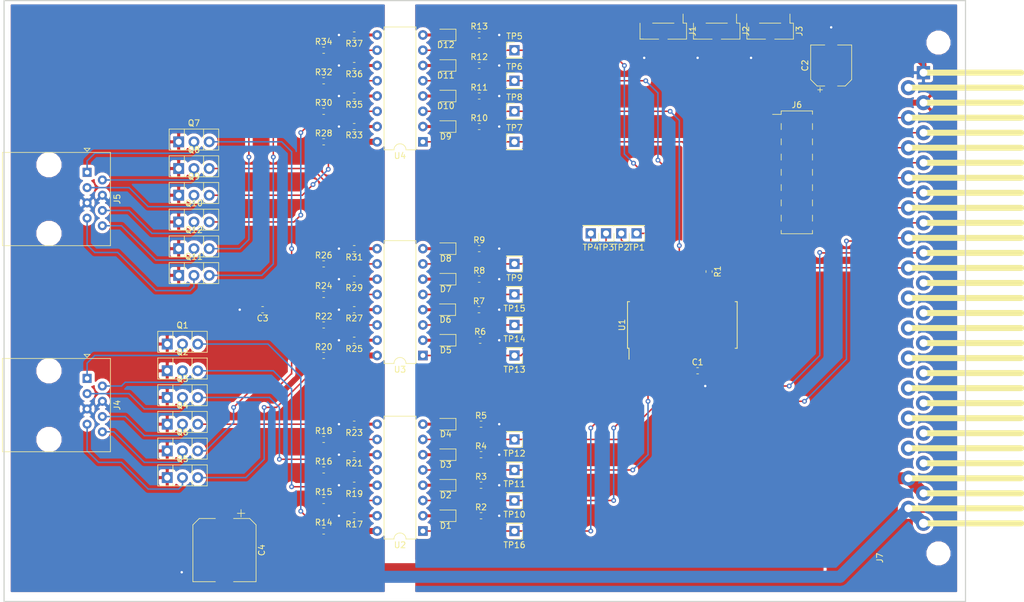
<source format=kicad_pcb>
(kicad_pcb (version 20171130) (host pcbnew 5.0.0-fee4fd1~66~ubuntu16.04.1)

  (general
    (thickness 1.6)
    (drawings 4)
    (tracks 502)
    (zones 0)
    (modules 92)
    (nets 113)
  )

  (page A4)
  (layers
    (0 F.Cu signal)
    (31 B.Cu signal)
    (32 B.Adhes user)
    (33 F.Adhes user)
    (34 B.Paste user)
    (35 F.Paste user)
    (36 B.SilkS user)
    (37 F.SilkS user)
    (38 B.Mask user)
    (39 F.Mask user)
    (40 Dwgs.User user)
    (41 Cmts.User user)
    (42 Eco1.User user)
    (43 Eco2.User user)
    (44 Edge.Cuts user)
    (45 Margin user)
    (46 B.CrtYd user)
    (47 F.CrtYd user)
    (48 B.Fab user)
    (49 F.Fab user)
  )

  (setup
    (last_trace_width 0.25)
    (trace_clearance 0.2)
    (zone_clearance 0.508)
    (zone_45_only no)
    (trace_min 0.2)
    (segment_width 0.2)
    (edge_width 0.2)
    (via_size 0.8)
    (via_drill 0.4)
    (via_min_size 0.4)
    (via_min_drill 0.3)
    (uvia_size 0.3)
    (uvia_drill 0.1)
    (uvias_allowed no)
    (uvia_min_size 0.2)
    (uvia_min_drill 0.1)
    (pcb_text_width 0.3)
    (pcb_text_size 1.5 1.5)
    (mod_edge_width 0.15)
    (mod_text_size 1 1)
    (mod_text_width 0.15)
    (pad_size 1.524 1.524)
    (pad_drill 0.762)
    (pad_to_mask_clearance 0.2)
    (aux_axis_origin 0 0)
    (visible_elements FFFFFF7F)
    (pcbplotparams
      (layerselection 0x010fc_ffffffff)
      (usegerberextensions false)
      (usegerberattributes false)
      (usegerberadvancedattributes false)
      (creategerberjobfile false)
      (excludeedgelayer true)
      (linewidth 0.100000)
      (plotframeref false)
      (viasonmask false)
      (mode 1)
      (useauxorigin false)
      (hpglpennumber 1)
      (hpglpenspeed 20)
      (hpglpendiameter 15.000000)
      (psnegative false)
      (psa4output false)
      (plotreference true)
      (plotvalue true)
      (plotinvisibletext false)
      (padsonsilk false)
      (subtractmaskfromsilk false)
      (outputformat 1)
      (mirror false)
      (drillshape 1)
      (scaleselection 1)
      (outputdirectory ""))
  )

  (net 0 "")
  (net 1 +3V3)
  (net 2 GND)
  (net 3 GNDPWR)
  (net 4 +24V)
  (net 5 "Net-(D1-Pad1)")
  (net 6 "Net-(D1-Pad2)")
  (net 7 "Net-(D2-Pad2)")
  (net 8 "Net-(D2-Pad1)")
  (net 9 "Net-(D3-Pad1)")
  (net 10 "Net-(D3-Pad2)")
  (net 11 "Net-(D4-Pad2)")
  (net 12 "Net-(D4-Pad1)")
  (net 13 "Net-(D5-Pad2)")
  (net 14 "Net-(D5-Pad1)")
  (net 15 "Net-(D6-Pad1)")
  (net 16 "Net-(D6-Pad2)")
  (net 17 "Net-(D7-Pad2)")
  (net 18 "Net-(D7-Pad1)")
  (net 19 "Net-(D8-Pad1)")
  (net 20 "Net-(D8-Pad2)")
  (net 21 "Net-(D9-Pad1)")
  (net 22 "Net-(D9-Pad2)")
  (net 23 "Net-(D10-Pad2)")
  (net 24 "Net-(D10-Pad1)")
  (net 25 "Net-(D11-Pad1)")
  (net 26 "Net-(D11-Pad2)")
  (net 27 "Net-(D12-Pad2)")
  (net 28 "Net-(D12-Pad1)")
  (net 29 "Net-(J1-Pad2)")
  (net 30 "Net-(J2-Pad2)")
  (net 31 "Net-(J3-Pad2)")
  (net 32 "Net-(J4-Pad1)")
  (net 33 "Net-(J4-Pad2)")
  (net 34 "Net-(J4-Pad3)")
  (net 35 "Net-(J4-Pad6)")
  (net 36 "Net-(J4-Pad7)")
  (net 37 "Net-(J4-Pad8)")
  (net 38 "Net-(J5-Pad8)")
  (net 39 "Net-(J5-Pad7)")
  (net 40 "Net-(J5-Pad6)")
  (net 41 "Net-(J5-Pad3)")
  (net 42 "Net-(J5-Pad2)")
  (net 43 "Net-(J5-Pad1)")
  (net 44 MCP_CS)
  (net 45 "Net-(J6-Pad2)")
  (net 46 "Net-(J6-Pad4)")
  (net 47 "Net-(J6-Pad6)")
  (net 48 "Net-(J6-Pad8)")
  (net 49 "Net-(J6-Pad10)")
  (net 50 "Net-(J6-Pad12)")
  (net 51 "Net-(J6-Pad14)")
  (net 52 "Net-(J6-Pad16)")
  (net 53 "Net-(Q1-Pad3)")
  (net 54 "Net-(Q2-Pad3)")
  (net 55 "Net-(Q3-Pad3)")
  (net 56 "Net-(Q4-Pad3)")
  (net 57 "Net-(Q5-Pad3)")
  (net 58 "Net-(Q6-Pad3)")
  (net 59 "Net-(Q7-Pad3)")
  (net 60 "Net-(Q8-Pad3)")
  (net 61 "Net-(Q9-Pad3)")
  (net 62 "Net-(Q10-Pad3)")
  (net 63 "Net-(Q11-Pad3)")
  (net 64 "Net-(Q12-Pad3)")
  (net 65 +5V)
  (net 66 "Net-(R1-Pad2)")
  (net 67 "Net-(R17-Pad1)")
  (net 68 "Net-(R19-Pad1)")
  (net 69 "Net-(R21-Pad1)")
  (net 70 "Net-(R23-Pad1)")
  (net 71 "Net-(R25-Pad1)")
  (net 72 "Net-(R27-Pad1)")
  (net 73 "Net-(R29-Pad1)")
  (net 74 "Net-(R31-Pad1)")
  (net 75 "Net-(R33-Pad1)")
  (net 76 "Net-(R35-Pad1)")
  (net 77 "Net-(R36-Pad1)")
  (net 78 "Net-(R37-Pad1)")
  (net 79 "Net-(TP1-Pad1)")
  (net 80 "Net-(TP2-Pad1)")
  (net 81 "Net-(TP3-Pad1)")
  (net 82 "Net-(TP4-Pad1)")
  (net 83 "Net-(TP5-Pad1)")
  (net 84 "Net-(TP6-Pad1)")
  (net 85 "Net-(TP7-Pad1)")
  (net 86 "Net-(TP8-Pad1)")
  (net 87 "Net-(TP9-Pad1)")
  (net 88 "Net-(TP10-Pad1)")
  (net 89 "Net-(TP11-Pad1)")
  (net 90 "Net-(TP12-Pad1)")
  (net 91 "Net-(TP13-Pad1)")
  (net 92 "Net-(TP14-Pad1)")
  (net 93 "Net-(TP15-Pad1)")
  (net 94 "Net-(TP16-Pad1)")
  (net 95 SCK)
  (net 96 MOSI)
  (net 97 MISO)
  (net 98 "Net-(U1-Pad19)")
  (net 99 "Net-(U1-Pad20)")
  (net 100 "Net-(J7-Pad27)")
  (net 101 "Net-(J7-Pad26)")
  (net 102 "Net-(J7-Pad25)")
  (net 103 "Net-(J7-Pad24)")
  (net 104 "Net-(J7-Pad23)")
  (net 105 "Net-(J7-Pad22)")
  (net 106 "Net-(J7-Pad21)")
  (net 107 "Net-(J7-Pad20)")
  (net 108 "Net-(J7-Pad19)")
  (net 109 "Net-(J7-Pad18)")
  (net 110 "Net-(J7-Pad17)")
  (net 111 "Net-(J7-Pad16)")
  (net 112 "Net-(J7-Pad15)")

  (net_class Default "This is the default net class."
    (clearance 0.2)
    (trace_width 0.25)
    (via_dia 0.8)
    (via_drill 0.4)
    (uvia_dia 0.3)
    (uvia_drill 0.1)
    (add_net +5V)
    (add_net MCP_CS)
    (add_net MISO)
    (add_net MOSI)
    (add_net "Net-(D1-Pad1)")
    (add_net "Net-(D1-Pad2)")
    (add_net "Net-(D10-Pad1)")
    (add_net "Net-(D10-Pad2)")
    (add_net "Net-(D11-Pad1)")
    (add_net "Net-(D11-Pad2)")
    (add_net "Net-(D12-Pad1)")
    (add_net "Net-(D12-Pad2)")
    (add_net "Net-(D2-Pad1)")
    (add_net "Net-(D2-Pad2)")
    (add_net "Net-(D3-Pad1)")
    (add_net "Net-(D3-Pad2)")
    (add_net "Net-(D4-Pad1)")
    (add_net "Net-(D4-Pad2)")
    (add_net "Net-(D5-Pad1)")
    (add_net "Net-(D5-Pad2)")
    (add_net "Net-(D6-Pad1)")
    (add_net "Net-(D6-Pad2)")
    (add_net "Net-(D7-Pad1)")
    (add_net "Net-(D7-Pad2)")
    (add_net "Net-(D8-Pad1)")
    (add_net "Net-(D8-Pad2)")
    (add_net "Net-(D9-Pad1)")
    (add_net "Net-(D9-Pad2)")
    (add_net "Net-(J1-Pad2)")
    (add_net "Net-(J2-Pad2)")
    (add_net "Net-(J3-Pad2)")
    (add_net "Net-(J4-Pad1)")
    (add_net "Net-(J4-Pad2)")
    (add_net "Net-(J4-Pad3)")
    (add_net "Net-(J4-Pad6)")
    (add_net "Net-(J4-Pad7)")
    (add_net "Net-(J4-Pad8)")
    (add_net "Net-(J5-Pad1)")
    (add_net "Net-(J5-Pad2)")
    (add_net "Net-(J5-Pad3)")
    (add_net "Net-(J5-Pad6)")
    (add_net "Net-(J5-Pad7)")
    (add_net "Net-(J5-Pad8)")
    (add_net "Net-(J6-Pad10)")
    (add_net "Net-(J6-Pad12)")
    (add_net "Net-(J6-Pad14)")
    (add_net "Net-(J6-Pad16)")
    (add_net "Net-(J6-Pad2)")
    (add_net "Net-(J6-Pad4)")
    (add_net "Net-(J6-Pad6)")
    (add_net "Net-(J6-Pad8)")
    (add_net "Net-(J7-Pad15)")
    (add_net "Net-(J7-Pad16)")
    (add_net "Net-(J7-Pad17)")
    (add_net "Net-(J7-Pad18)")
    (add_net "Net-(J7-Pad19)")
    (add_net "Net-(J7-Pad20)")
    (add_net "Net-(J7-Pad21)")
    (add_net "Net-(J7-Pad22)")
    (add_net "Net-(J7-Pad23)")
    (add_net "Net-(J7-Pad24)")
    (add_net "Net-(J7-Pad25)")
    (add_net "Net-(J7-Pad26)")
    (add_net "Net-(J7-Pad27)")
    (add_net "Net-(Q1-Pad3)")
    (add_net "Net-(Q10-Pad3)")
    (add_net "Net-(Q11-Pad3)")
    (add_net "Net-(Q12-Pad3)")
    (add_net "Net-(Q2-Pad3)")
    (add_net "Net-(Q3-Pad3)")
    (add_net "Net-(Q4-Pad3)")
    (add_net "Net-(Q5-Pad3)")
    (add_net "Net-(Q6-Pad3)")
    (add_net "Net-(Q7-Pad3)")
    (add_net "Net-(Q8-Pad3)")
    (add_net "Net-(Q9-Pad3)")
    (add_net "Net-(R1-Pad2)")
    (add_net "Net-(R17-Pad1)")
    (add_net "Net-(R19-Pad1)")
    (add_net "Net-(R21-Pad1)")
    (add_net "Net-(R23-Pad1)")
    (add_net "Net-(R25-Pad1)")
    (add_net "Net-(R27-Pad1)")
    (add_net "Net-(R29-Pad1)")
    (add_net "Net-(R31-Pad1)")
    (add_net "Net-(R33-Pad1)")
    (add_net "Net-(R35-Pad1)")
    (add_net "Net-(R36-Pad1)")
    (add_net "Net-(R37-Pad1)")
    (add_net "Net-(TP1-Pad1)")
    (add_net "Net-(TP10-Pad1)")
    (add_net "Net-(TP11-Pad1)")
    (add_net "Net-(TP12-Pad1)")
    (add_net "Net-(TP13-Pad1)")
    (add_net "Net-(TP14-Pad1)")
    (add_net "Net-(TP15-Pad1)")
    (add_net "Net-(TP16-Pad1)")
    (add_net "Net-(TP2-Pad1)")
    (add_net "Net-(TP3-Pad1)")
    (add_net "Net-(TP4-Pad1)")
    (add_net "Net-(TP5-Pad1)")
    (add_net "Net-(TP6-Pad1)")
    (add_net "Net-(TP7-Pad1)")
    (add_net "Net-(TP8-Pad1)")
    (add_net "Net-(TP9-Pad1)")
    (add_net "Net-(U1-Pad19)")
    (add_net "Net-(U1-Pad20)")
    (add_net SCK)
  )

  (net_class "Power 24V" ""
    (clearance 0.2)
    (trace_width 2)
    (via_dia 0.8)
    (via_drill 0.4)
    (uvia_dia 0.3)
    (uvia_drill 0.1)
    (add_net +24V)
    (add_net GNDPWR)
  )

  (net_class "Power 3v3" ""
    (clearance 0.2)
    (trace_width 0.5)
    (via_dia 0.8)
    (via_drill 0.4)
    (uvia_dia 0.3)
    (uvia_drill 0.1)
    (add_net +3V3)
    (add_net GND)
  )

  (module Resistor_SMD:R_0603_1608Metric (layer F.Cu) (tedit 5B301BBD) (tstamp 5BA675EF)
    (at 187.325 85.09 270)
    (descr "Resistor SMD 0603 (1608 Metric), square (rectangular) end terminal, IPC_7351 nominal, (Body size source: http://www.tortai-tech.com/upload/download/2011102023233369053.pdf), generated with kicad-footprint-generator")
    (tags resistor)
    (path /5BFDF8F4)
    (attr smd)
    (fp_text reference R1 (at 0 -1.43 270) (layer F.SilkS)
      (effects (font (size 1 1) (thickness 0.15)))
    )
    (fp_text value 10k (at 0 1.43 270) (layer F.Fab)
      (effects (font (size 1 1) (thickness 0.15)))
    )
    (fp_line (start -0.8 0.4) (end -0.8 -0.4) (layer F.Fab) (width 0.1))
    (fp_line (start -0.8 -0.4) (end 0.8 -0.4) (layer F.Fab) (width 0.1))
    (fp_line (start 0.8 -0.4) (end 0.8 0.4) (layer F.Fab) (width 0.1))
    (fp_line (start 0.8 0.4) (end -0.8 0.4) (layer F.Fab) (width 0.1))
    (fp_line (start -0.162779 -0.51) (end 0.162779 -0.51) (layer F.SilkS) (width 0.12))
    (fp_line (start -0.162779 0.51) (end 0.162779 0.51) (layer F.SilkS) (width 0.12))
    (fp_line (start -1.48 0.73) (end -1.48 -0.73) (layer F.CrtYd) (width 0.05))
    (fp_line (start -1.48 -0.73) (end 1.48 -0.73) (layer F.CrtYd) (width 0.05))
    (fp_line (start 1.48 -0.73) (end 1.48 0.73) (layer F.CrtYd) (width 0.05))
    (fp_line (start 1.48 0.73) (end -1.48 0.73) (layer F.CrtYd) (width 0.05))
    (fp_text user %R (at 0 0 270) (layer F.Fab)
      (effects (font (size 0.4 0.4) (thickness 0.06)))
    )
    (pad 1 smd roundrect (at -0.7875 0 270) (size 0.875 0.95) (layers F.Cu F.Paste F.Mask) (roundrect_rratio 0.25)
      (net 1 +3V3))
    (pad 2 smd roundrect (at 0.7875 0 270) (size 0.875 0.95) (layers F.Cu F.Paste F.Mask) (roundrect_rratio 0.25)
      (net 66 "Net-(R1-Pad2)"))
    (model ${KISYS3DMOD}/Resistor_SMD.3dshapes/R_0603_1608Metric.wrl
      (at (xyz 0 0 0))
      (scale (xyz 1 1 1))
      (rotate (xyz 0 0 0))
    )
  )

  (module Capacitor_SMD:C_0603_1608Metric (layer F.Cu) (tedit 5B301BBE) (tstamp 5BA67212)
    (at 185.42 101.6)
    (descr "Capacitor SMD 0603 (1608 Metric), square (rectangular) end terminal, IPC_7351 nominal, (Body size source: http://www.tortai-tech.com/upload/download/2011102023233369053.pdf), generated with kicad-footprint-generator")
    (tags capacitor)
    (path /5CA079CD)
    (attr smd)
    (fp_text reference C1 (at 0 -1.43) (layer F.SilkS)
      (effects (font (size 1 1) (thickness 0.15)))
    )
    (fp_text value 100nF (at 0 1.43) (layer F.Fab)
      (effects (font (size 1 1) (thickness 0.15)))
    )
    (fp_line (start -0.8 0.4) (end -0.8 -0.4) (layer F.Fab) (width 0.1))
    (fp_line (start -0.8 -0.4) (end 0.8 -0.4) (layer F.Fab) (width 0.1))
    (fp_line (start 0.8 -0.4) (end 0.8 0.4) (layer F.Fab) (width 0.1))
    (fp_line (start 0.8 0.4) (end -0.8 0.4) (layer F.Fab) (width 0.1))
    (fp_line (start -0.162779 -0.51) (end 0.162779 -0.51) (layer F.SilkS) (width 0.12))
    (fp_line (start -0.162779 0.51) (end 0.162779 0.51) (layer F.SilkS) (width 0.12))
    (fp_line (start -1.48 0.73) (end -1.48 -0.73) (layer F.CrtYd) (width 0.05))
    (fp_line (start -1.48 -0.73) (end 1.48 -0.73) (layer F.CrtYd) (width 0.05))
    (fp_line (start 1.48 -0.73) (end 1.48 0.73) (layer F.CrtYd) (width 0.05))
    (fp_line (start 1.48 0.73) (end -1.48 0.73) (layer F.CrtYd) (width 0.05))
    (fp_text user %R (at 0 0) (layer F.Fab)
      (effects (font (size 0.4 0.4) (thickness 0.06)))
    )
    (pad 1 smd roundrect (at -0.7875 0) (size 0.875 0.95) (layers F.Cu F.Paste F.Mask) (roundrect_rratio 0.25)
      (net 1 +3V3))
    (pad 2 smd roundrect (at 0.7875 0) (size 0.875 0.95) (layers F.Cu F.Paste F.Mask) (roundrect_rratio 0.25)
      (net 2 GND))
    (model ${KISYS3DMOD}/Capacitor_SMD.3dshapes/C_0603_1608Metric.wrl
      (at (xyz 0 0 0))
      (scale (xyz 1 1 1))
      (rotate (xyz 0 0 0))
    )
  )

  (module Capacitor_SMD:CP_Elec_6.3x5.2 (layer F.Cu) (tedit 5B3026A2) (tstamp 5BA6723A)
    (at 207.645 50.8 90)
    (descr "SMT capacitor, aluminium electrolytic, 6.3x5.2, United Chemi-Con ")
    (tags "Capacitor Electrolytic")
    (path /5CA07BF6)
    (attr smd)
    (fp_text reference C2 (at 0 -4.35 90) (layer F.SilkS)
      (effects (font (size 1 1) (thickness 0.15)))
    )
    (fp_text value 100µF (at 0 4.35 90) (layer F.Fab)
      (effects (font (size 1 1) (thickness 0.15)))
    )
    (fp_circle (center 0 0) (end 3.15 0) (layer F.Fab) (width 0.1))
    (fp_line (start 3.3 -3.3) (end 3.3 3.3) (layer F.Fab) (width 0.1))
    (fp_line (start -2.3 -3.3) (end 3.3 -3.3) (layer F.Fab) (width 0.1))
    (fp_line (start -2.3 3.3) (end 3.3 3.3) (layer F.Fab) (width 0.1))
    (fp_line (start -3.3 -2.3) (end -3.3 2.3) (layer F.Fab) (width 0.1))
    (fp_line (start -3.3 -2.3) (end -2.3 -3.3) (layer F.Fab) (width 0.1))
    (fp_line (start -3.3 2.3) (end -2.3 3.3) (layer F.Fab) (width 0.1))
    (fp_line (start -2.704838 -1.33) (end -2.074838 -1.33) (layer F.Fab) (width 0.1))
    (fp_line (start -2.389838 -1.645) (end -2.389838 -1.015) (layer F.Fab) (width 0.1))
    (fp_line (start 3.41 3.41) (end 3.41 1.06) (layer F.SilkS) (width 0.12))
    (fp_line (start 3.41 -3.41) (end 3.41 -1.06) (layer F.SilkS) (width 0.12))
    (fp_line (start -2.345563 -3.41) (end 3.41 -3.41) (layer F.SilkS) (width 0.12))
    (fp_line (start -2.345563 3.41) (end 3.41 3.41) (layer F.SilkS) (width 0.12))
    (fp_line (start -3.41 2.345563) (end -3.41 1.06) (layer F.SilkS) (width 0.12))
    (fp_line (start -3.41 -2.345563) (end -3.41 -1.06) (layer F.SilkS) (width 0.12))
    (fp_line (start -3.41 -2.345563) (end -2.345563 -3.41) (layer F.SilkS) (width 0.12))
    (fp_line (start -3.41 2.345563) (end -2.345563 3.41) (layer F.SilkS) (width 0.12))
    (fp_line (start -4.4375 -1.8475) (end -3.65 -1.8475) (layer F.SilkS) (width 0.12))
    (fp_line (start -4.04375 -2.24125) (end -4.04375 -1.45375) (layer F.SilkS) (width 0.12))
    (fp_line (start 3.55 -3.55) (end 3.55 -1.05) (layer F.CrtYd) (width 0.05))
    (fp_line (start 3.55 -1.05) (end 4.8 -1.05) (layer F.CrtYd) (width 0.05))
    (fp_line (start 4.8 -1.05) (end 4.8 1.05) (layer F.CrtYd) (width 0.05))
    (fp_line (start 4.8 1.05) (end 3.55 1.05) (layer F.CrtYd) (width 0.05))
    (fp_line (start 3.55 1.05) (end 3.55 3.55) (layer F.CrtYd) (width 0.05))
    (fp_line (start -2.4 3.55) (end 3.55 3.55) (layer F.CrtYd) (width 0.05))
    (fp_line (start -2.4 -3.55) (end 3.55 -3.55) (layer F.CrtYd) (width 0.05))
    (fp_line (start -3.55 2.4) (end -2.4 3.55) (layer F.CrtYd) (width 0.05))
    (fp_line (start -3.55 -2.4) (end -2.4 -3.55) (layer F.CrtYd) (width 0.05))
    (fp_line (start -3.55 -2.4) (end -3.55 -1.05) (layer F.CrtYd) (width 0.05))
    (fp_line (start -3.55 1.05) (end -3.55 2.4) (layer F.CrtYd) (width 0.05))
    (fp_line (start -3.55 -1.05) (end -4.8 -1.05) (layer F.CrtYd) (width 0.05))
    (fp_line (start -4.8 -1.05) (end -4.8 1.05) (layer F.CrtYd) (width 0.05))
    (fp_line (start -4.8 1.05) (end -3.55 1.05) (layer F.CrtYd) (width 0.05))
    (fp_text user %R (at 0 0 90) (layer F.Fab)
      (effects (font (size 1 1) (thickness 0.15)))
    )
    (pad 1 smd rect (at -2.8 0 90) (size 3.5 1.6) (layers F.Cu F.Paste F.Mask)
      (net 1 +3V3))
    (pad 2 smd rect (at 2.8 0 90) (size 3.5 1.6) (layers F.Cu F.Paste F.Mask)
      (net 2 GND))
    (model ${KISYS3DMOD}/Capacitor_SMD.3dshapes/CP_Elec_6.3x5.2.wrl
      (at (xyz 0 0 0))
      (scale (xyz 1 1 1))
      (rotate (xyz 0 0 0))
    )
  )

  (module Capacitor_SMD:C_0603_1608Metric (layer F.Cu) (tedit 5B301BBE) (tstamp 5BA6724B)
    (at 113.03 91.44 180)
    (descr "Capacitor SMD 0603 (1608 Metric), square (rectangular) end terminal, IPC_7351 nominal, (Body size source: http://www.tortai-tech.com/upload/download/2011102023233369053.pdf), generated with kicad-footprint-generator")
    (tags capacitor)
    (path /5C0C7E69)
    (attr smd)
    (fp_text reference C3 (at 0 -1.43 180) (layer F.SilkS)
      (effects (font (size 1 1) (thickness 0.15)))
    )
    (fp_text value 100nF (at 0 1.43 180) (layer F.Fab)
      (effects (font (size 1 1) (thickness 0.15)))
    )
    (fp_text user %R (at 0 0 180) (layer F.Fab)
      (effects (font (size 0.4 0.4) (thickness 0.06)))
    )
    (fp_line (start 1.48 0.73) (end -1.48 0.73) (layer F.CrtYd) (width 0.05))
    (fp_line (start 1.48 -0.73) (end 1.48 0.73) (layer F.CrtYd) (width 0.05))
    (fp_line (start -1.48 -0.73) (end 1.48 -0.73) (layer F.CrtYd) (width 0.05))
    (fp_line (start -1.48 0.73) (end -1.48 -0.73) (layer F.CrtYd) (width 0.05))
    (fp_line (start -0.162779 0.51) (end 0.162779 0.51) (layer F.SilkS) (width 0.12))
    (fp_line (start -0.162779 -0.51) (end 0.162779 -0.51) (layer F.SilkS) (width 0.12))
    (fp_line (start 0.8 0.4) (end -0.8 0.4) (layer F.Fab) (width 0.1))
    (fp_line (start 0.8 -0.4) (end 0.8 0.4) (layer F.Fab) (width 0.1))
    (fp_line (start -0.8 -0.4) (end 0.8 -0.4) (layer F.Fab) (width 0.1))
    (fp_line (start -0.8 0.4) (end -0.8 -0.4) (layer F.Fab) (width 0.1))
    (pad 2 smd roundrect (at 0.7875 0 180) (size 0.875 0.95) (layers F.Cu F.Paste F.Mask) (roundrect_rratio 0.25)
      (net 3 GNDPWR))
    (pad 1 smd roundrect (at -0.7875 0 180) (size 0.875 0.95) (layers F.Cu F.Paste F.Mask) (roundrect_rratio 0.25)
      (net 4 +24V))
    (model ${KISYS3DMOD}/Capacitor_SMD.3dshapes/C_0603_1608Metric.wrl
      (at (xyz 0 0 0))
      (scale (xyz 1 1 1))
      (rotate (xyz 0 0 0))
    )
  )

  (module Capacitor_SMD:CP_Elec_10x10 (layer F.Cu) (tedit 5A841F9D) (tstamp 5BA67273)
    (at 106.68 131.445 270)
    (descr "SMT capacitor, aluminium electrolytic, 10x10, Nichicon ")
    (tags "Capacitor Electrolytic")
    (path /5C0C76F7)
    (attr smd)
    (fp_text reference C4 (at 0 -6.2 270) (layer F.SilkS)
      (effects (font (size 1 1) (thickness 0.15)))
    )
    (fp_text value 100µF (at 0 6.2 270) (layer F.Fab)
      (effects (font (size 1 1) (thickness 0.15)))
    )
    (fp_circle (center 0 0) (end 5 0) (layer F.Fab) (width 0.1))
    (fp_line (start 5.15 -5.15) (end 5.15 5.15) (layer F.Fab) (width 0.1))
    (fp_line (start -4.15 -5.15) (end 5.15 -5.15) (layer F.Fab) (width 0.1))
    (fp_line (start -4.15 5.15) (end 5.15 5.15) (layer F.Fab) (width 0.1))
    (fp_line (start -5.15 -4.15) (end -5.15 4.15) (layer F.Fab) (width 0.1))
    (fp_line (start -5.15 -4.15) (end -4.15 -5.15) (layer F.Fab) (width 0.1))
    (fp_line (start -5.15 4.15) (end -4.15 5.15) (layer F.Fab) (width 0.1))
    (fp_line (start -4.558325 -1.7) (end -3.558325 -1.7) (layer F.Fab) (width 0.1))
    (fp_line (start -4.058325 -2.2) (end -4.058325 -1.2) (layer F.Fab) (width 0.1))
    (fp_line (start 5.26 5.26) (end 5.26 1.51) (layer F.SilkS) (width 0.12))
    (fp_line (start 5.26 -5.26) (end 5.26 -1.51) (layer F.SilkS) (width 0.12))
    (fp_line (start -4.195563 -5.26) (end 5.26 -5.26) (layer F.SilkS) (width 0.12))
    (fp_line (start -4.195563 5.26) (end 5.26 5.26) (layer F.SilkS) (width 0.12))
    (fp_line (start -5.26 4.195563) (end -5.26 1.51) (layer F.SilkS) (width 0.12))
    (fp_line (start -5.26 -4.195563) (end -5.26 -1.51) (layer F.SilkS) (width 0.12))
    (fp_line (start -5.26 -4.195563) (end -4.195563 -5.26) (layer F.SilkS) (width 0.12))
    (fp_line (start -5.26 4.195563) (end -4.195563 5.26) (layer F.SilkS) (width 0.12))
    (fp_line (start -6.75 -2.76) (end -5.5 -2.76) (layer F.SilkS) (width 0.12))
    (fp_line (start -6.125 -3.385) (end -6.125 -2.135) (layer F.SilkS) (width 0.12))
    (fp_line (start 5.4 -5.4) (end 5.4 -1.5) (layer F.CrtYd) (width 0.05))
    (fp_line (start 5.4 -1.5) (end 6.25 -1.5) (layer F.CrtYd) (width 0.05))
    (fp_line (start 6.25 -1.5) (end 6.25 1.5) (layer F.CrtYd) (width 0.05))
    (fp_line (start 6.25 1.5) (end 5.4 1.5) (layer F.CrtYd) (width 0.05))
    (fp_line (start 5.4 1.5) (end 5.4 5.4) (layer F.CrtYd) (width 0.05))
    (fp_line (start -4.25 5.4) (end 5.4 5.4) (layer F.CrtYd) (width 0.05))
    (fp_line (start -4.25 -5.4) (end 5.4 -5.4) (layer F.CrtYd) (width 0.05))
    (fp_line (start -5.4 4.25) (end -4.25 5.4) (layer F.CrtYd) (width 0.05))
    (fp_line (start -5.4 -4.25) (end -4.25 -5.4) (layer F.CrtYd) (width 0.05))
    (fp_line (start -5.4 -4.25) (end -5.4 -1.5) (layer F.CrtYd) (width 0.05))
    (fp_line (start -5.4 1.5) (end -5.4 4.25) (layer F.CrtYd) (width 0.05))
    (fp_line (start -5.4 -1.5) (end -6.25 -1.5) (layer F.CrtYd) (width 0.05))
    (fp_line (start -6.25 -1.5) (end -6.25 1.5) (layer F.CrtYd) (width 0.05))
    (fp_line (start -6.25 1.5) (end -5.4 1.5) (layer F.CrtYd) (width 0.05))
    (fp_text user %R (at 0 0 270) (layer F.Fab)
      (effects (font (size 1 1) (thickness 0.15)))
    )
    (pad 1 smd rect (at -4 0 270) (size 4 2.5) (layers F.Cu F.Paste F.Mask)
      (net 4 +24V))
    (pad 2 smd rect (at 4 0 270) (size 4 2.5) (layers F.Cu F.Paste F.Mask)
      (net 3 GNDPWR))
    (model ${KISYS3DMOD}/Capacitor_SMD.3dshapes/CP_Elec_10x10.wrl
      (at (xyz 0 0 0))
      (scale (xyz 1 1 1))
      (rotate (xyz 0 0 0))
    )
  )

  (module LED_SMD:LED_0805_2012Metric (layer F.Cu) (tedit 5B36C52C) (tstamp 5BA67286)
    (at 143.51 125.73 180)
    (descr "LED SMD 0805 (2012 Metric), square (rectangular) end terminal, IPC_7351 nominal, (Body size source: https://docs.google.com/spreadsheets/d/1BsfQQcO9C6DZCsRaXUlFlo91Tg2WpOkGARC1WS5S8t0/edit?usp=sharing), generated with kicad-footprint-generator")
    (tags diode)
    (path /5B98D69F)
    (attr smd)
    (fp_text reference D1 (at 0 -1.65 180) (layer F.SilkS)
      (effects (font (size 1 1) (thickness 0.15)))
    )
    (fp_text value LED (at 0 1.65 180) (layer F.Fab)
      (effects (font (size 1 1) (thickness 0.15)))
    )
    (fp_line (start 1 -0.6) (end -0.7 -0.6) (layer F.Fab) (width 0.1))
    (fp_line (start -0.7 -0.6) (end -1 -0.3) (layer F.Fab) (width 0.1))
    (fp_line (start -1 -0.3) (end -1 0.6) (layer F.Fab) (width 0.1))
    (fp_line (start -1 0.6) (end 1 0.6) (layer F.Fab) (width 0.1))
    (fp_line (start 1 0.6) (end 1 -0.6) (layer F.Fab) (width 0.1))
    (fp_line (start 1 -0.96) (end -1.685 -0.96) (layer F.SilkS) (width 0.12))
    (fp_line (start -1.685 -0.96) (end -1.685 0.96) (layer F.SilkS) (width 0.12))
    (fp_line (start -1.685 0.96) (end 1 0.96) (layer F.SilkS) (width 0.12))
    (fp_line (start -1.68 0.95) (end -1.68 -0.95) (layer F.CrtYd) (width 0.05))
    (fp_line (start -1.68 -0.95) (end 1.68 -0.95) (layer F.CrtYd) (width 0.05))
    (fp_line (start 1.68 -0.95) (end 1.68 0.95) (layer F.CrtYd) (width 0.05))
    (fp_line (start 1.68 0.95) (end -1.68 0.95) (layer F.CrtYd) (width 0.05))
    (fp_text user %R (at 0 0 180) (layer F.Fab)
      (effects (font (size 0.5 0.5) (thickness 0.08)))
    )
    (pad 1 smd roundrect (at -0.9375 0 180) (size 0.975 1.4) (layers F.Cu F.Paste F.Mask) (roundrect_rratio 0.25)
      (net 5 "Net-(D1-Pad1)"))
    (pad 2 smd roundrect (at 0.9375 0 180) (size 0.975 1.4) (layers F.Cu F.Paste F.Mask) (roundrect_rratio 0.25)
      (net 6 "Net-(D1-Pad2)"))
    (model ${KISYS3DMOD}/LED_SMD.3dshapes/LED_0805_2012Metric.wrl
      (at (xyz 0 0 0))
      (scale (xyz 1 1 1))
      (rotate (xyz 0 0 0))
    )
  )

  (module LED_SMD:LED_0805_2012Metric (layer F.Cu) (tedit 5B36C52C) (tstamp 5BA67299)
    (at 143.51 120.65 180)
    (descr "LED SMD 0805 (2012 Metric), square (rectangular) end terminal, IPC_7351 nominal, (Body size source: https://docs.google.com/spreadsheets/d/1BsfQQcO9C6DZCsRaXUlFlo91Tg2WpOkGARC1WS5S8t0/edit?usp=sharing), generated with kicad-footprint-generator")
    (tags diode)
    (path /5B98D6A5)
    (attr smd)
    (fp_text reference D2 (at 0 -1.65 180) (layer F.SilkS)
      (effects (font (size 1 1) (thickness 0.15)))
    )
    (fp_text value LED (at 0 1.65 180) (layer F.Fab)
      (effects (font (size 1 1) (thickness 0.15)))
    )
    (fp_text user %R (at 0 0 180) (layer F.Fab)
      (effects (font (size 0.5 0.5) (thickness 0.08)))
    )
    (fp_line (start 1.68 0.95) (end -1.68 0.95) (layer F.CrtYd) (width 0.05))
    (fp_line (start 1.68 -0.95) (end 1.68 0.95) (layer F.CrtYd) (width 0.05))
    (fp_line (start -1.68 -0.95) (end 1.68 -0.95) (layer F.CrtYd) (width 0.05))
    (fp_line (start -1.68 0.95) (end -1.68 -0.95) (layer F.CrtYd) (width 0.05))
    (fp_line (start -1.685 0.96) (end 1 0.96) (layer F.SilkS) (width 0.12))
    (fp_line (start -1.685 -0.96) (end -1.685 0.96) (layer F.SilkS) (width 0.12))
    (fp_line (start 1 -0.96) (end -1.685 -0.96) (layer F.SilkS) (width 0.12))
    (fp_line (start 1 0.6) (end 1 -0.6) (layer F.Fab) (width 0.1))
    (fp_line (start -1 0.6) (end 1 0.6) (layer F.Fab) (width 0.1))
    (fp_line (start -1 -0.3) (end -1 0.6) (layer F.Fab) (width 0.1))
    (fp_line (start -0.7 -0.6) (end -1 -0.3) (layer F.Fab) (width 0.1))
    (fp_line (start 1 -0.6) (end -0.7 -0.6) (layer F.Fab) (width 0.1))
    (pad 2 smd roundrect (at 0.9375 0 180) (size 0.975 1.4) (layers F.Cu F.Paste F.Mask) (roundrect_rratio 0.25)
      (net 7 "Net-(D2-Pad2)"))
    (pad 1 smd roundrect (at -0.9375 0 180) (size 0.975 1.4) (layers F.Cu F.Paste F.Mask) (roundrect_rratio 0.25)
      (net 8 "Net-(D2-Pad1)"))
    (model ${KISYS3DMOD}/LED_SMD.3dshapes/LED_0805_2012Metric.wrl
      (at (xyz 0 0 0))
      (scale (xyz 1 1 1))
      (rotate (xyz 0 0 0))
    )
  )

  (module LED_SMD:LED_0805_2012Metric (layer F.Cu) (tedit 5B36C52C) (tstamp 5BA672AC)
    (at 143.51 115.57 180)
    (descr "LED SMD 0805 (2012 Metric), square (rectangular) end terminal, IPC_7351 nominal, (Body size source: https://docs.google.com/spreadsheets/d/1BsfQQcO9C6DZCsRaXUlFlo91Tg2WpOkGARC1WS5S8t0/edit?usp=sharing), generated with kicad-footprint-generator")
    (tags diode)
    (path /5B98D6AB)
    (attr smd)
    (fp_text reference D3 (at 0 -1.65 180) (layer F.SilkS)
      (effects (font (size 1 1) (thickness 0.15)))
    )
    (fp_text value LED (at 0 1.65 180) (layer F.Fab)
      (effects (font (size 1 1) (thickness 0.15)))
    )
    (fp_line (start 1 -0.6) (end -0.7 -0.6) (layer F.Fab) (width 0.1))
    (fp_line (start -0.7 -0.6) (end -1 -0.3) (layer F.Fab) (width 0.1))
    (fp_line (start -1 -0.3) (end -1 0.6) (layer F.Fab) (width 0.1))
    (fp_line (start -1 0.6) (end 1 0.6) (layer F.Fab) (width 0.1))
    (fp_line (start 1 0.6) (end 1 -0.6) (layer F.Fab) (width 0.1))
    (fp_line (start 1 -0.96) (end -1.685 -0.96) (layer F.SilkS) (width 0.12))
    (fp_line (start -1.685 -0.96) (end -1.685 0.96) (layer F.SilkS) (width 0.12))
    (fp_line (start -1.685 0.96) (end 1 0.96) (layer F.SilkS) (width 0.12))
    (fp_line (start -1.68 0.95) (end -1.68 -0.95) (layer F.CrtYd) (width 0.05))
    (fp_line (start -1.68 -0.95) (end 1.68 -0.95) (layer F.CrtYd) (width 0.05))
    (fp_line (start 1.68 -0.95) (end 1.68 0.95) (layer F.CrtYd) (width 0.05))
    (fp_line (start 1.68 0.95) (end -1.68 0.95) (layer F.CrtYd) (width 0.05))
    (fp_text user %R (at 0 0 180) (layer F.Fab)
      (effects (font (size 0.5 0.5) (thickness 0.08)))
    )
    (pad 1 smd roundrect (at -0.9375 0 180) (size 0.975 1.4) (layers F.Cu F.Paste F.Mask) (roundrect_rratio 0.25)
      (net 9 "Net-(D3-Pad1)"))
    (pad 2 smd roundrect (at 0.9375 0 180) (size 0.975 1.4) (layers F.Cu F.Paste F.Mask) (roundrect_rratio 0.25)
      (net 10 "Net-(D3-Pad2)"))
    (model ${KISYS3DMOD}/LED_SMD.3dshapes/LED_0805_2012Metric.wrl
      (at (xyz 0 0 0))
      (scale (xyz 1 1 1))
      (rotate (xyz 0 0 0))
    )
  )

  (module LED_SMD:LED_0805_2012Metric (layer F.Cu) (tedit 5B36C52C) (tstamp 5BA672BF)
    (at 143.51 110.49 180)
    (descr "LED SMD 0805 (2012 Metric), square (rectangular) end terminal, IPC_7351 nominal, (Body size source: https://docs.google.com/spreadsheets/d/1BsfQQcO9C6DZCsRaXUlFlo91Tg2WpOkGARC1WS5S8t0/edit?usp=sharing), generated with kicad-footprint-generator")
    (tags diode)
    (path /5B98D6B1)
    (attr smd)
    (fp_text reference D4 (at 0 -1.65 180) (layer F.SilkS)
      (effects (font (size 1 1) (thickness 0.15)))
    )
    (fp_text value LED (at 0 1.65 180) (layer F.Fab)
      (effects (font (size 1 1) (thickness 0.15)))
    )
    (fp_text user %R (at 0 0 180) (layer F.Fab)
      (effects (font (size 0.5 0.5) (thickness 0.08)))
    )
    (fp_line (start 1.68 0.95) (end -1.68 0.95) (layer F.CrtYd) (width 0.05))
    (fp_line (start 1.68 -0.95) (end 1.68 0.95) (layer F.CrtYd) (width 0.05))
    (fp_line (start -1.68 -0.95) (end 1.68 -0.95) (layer F.CrtYd) (width 0.05))
    (fp_line (start -1.68 0.95) (end -1.68 -0.95) (layer F.CrtYd) (width 0.05))
    (fp_line (start -1.685 0.96) (end 1 0.96) (layer F.SilkS) (width 0.12))
    (fp_line (start -1.685 -0.96) (end -1.685 0.96) (layer F.SilkS) (width 0.12))
    (fp_line (start 1 -0.96) (end -1.685 -0.96) (layer F.SilkS) (width 0.12))
    (fp_line (start 1 0.6) (end 1 -0.6) (layer F.Fab) (width 0.1))
    (fp_line (start -1 0.6) (end 1 0.6) (layer F.Fab) (width 0.1))
    (fp_line (start -1 -0.3) (end -1 0.6) (layer F.Fab) (width 0.1))
    (fp_line (start -0.7 -0.6) (end -1 -0.3) (layer F.Fab) (width 0.1))
    (fp_line (start 1 -0.6) (end -0.7 -0.6) (layer F.Fab) (width 0.1))
    (pad 2 smd roundrect (at 0.9375 0 180) (size 0.975 1.4) (layers F.Cu F.Paste F.Mask) (roundrect_rratio 0.25)
      (net 11 "Net-(D4-Pad2)"))
    (pad 1 smd roundrect (at -0.9375 0 180) (size 0.975 1.4) (layers F.Cu F.Paste F.Mask) (roundrect_rratio 0.25)
      (net 12 "Net-(D4-Pad1)"))
    (model ${KISYS3DMOD}/LED_SMD.3dshapes/LED_0805_2012Metric.wrl
      (at (xyz 0 0 0))
      (scale (xyz 1 1 1))
      (rotate (xyz 0 0 0))
    )
  )

  (module LED_SMD:LED_0805_2012Metric (layer F.Cu) (tedit 5B36C52C) (tstamp 5BA672D2)
    (at 143.51 96.52 180)
    (descr "LED SMD 0805 (2012 Metric), square (rectangular) end terminal, IPC_7351 nominal, (Body size source: https://docs.google.com/spreadsheets/d/1BsfQQcO9C6DZCsRaXUlFlo91Tg2WpOkGARC1WS5S8t0/edit?usp=sharing), generated with kicad-footprint-generator")
    (tags diode)
    (path /5B9871BF)
    (attr smd)
    (fp_text reference D5 (at 0 -1.65 180) (layer F.SilkS)
      (effects (font (size 1 1) (thickness 0.15)))
    )
    (fp_text value LED (at 0 1.65 180) (layer F.Fab)
      (effects (font (size 1 1) (thickness 0.15)))
    )
    (fp_text user %R (at 0 0 180) (layer F.Fab)
      (effects (font (size 0.5 0.5) (thickness 0.08)))
    )
    (fp_line (start 1.68 0.95) (end -1.68 0.95) (layer F.CrtYd) (width 0.05))
    (fp_line (start 1.68 -0.95) (end 1.68 0.95) (layer F.CrtYd) (width 0.05))
    (fp_line (start -1.68 -0.95) (end 1.68 -0.95) (layer F.CrtYd) (width 0.05))
    (fp_line (start -1.68 0.95) (end -1.68 -0.95) (layer F.CrtYd) (width 0.05))
    (fp_line (start -1.685 0.96) (end 1 0.96) (layer F.SilkS) (width 0.12))
    (fp_line (start -1.685 -0.96) (end -1.685 0.96) (layer F.SilkS) (width 0.12))
    (fp_line (start 1 -0.96) (end -1.685 -0.96) (layer F.SilkS) (width 0.12))
    (fp_line (start 1 0.6) (end 1 -0.6) (layer F.Fab) (width 0.1))
    (fp_line (start -1 0.6) (end 1 0.6) (layer F.Fab) (width 0.1))
    (fp_line (start -1 -0.3) (end -1 0.6) (layer F.Fab) (width 0.1))
    (fp_line (start -0.7 -0.6) (end -1 -0.3) (layer F.Fab) (width 0.1))
    (fp_line (start 1 -0.6) (end -0.7 -0.6) (layer F.Fab) (width 0.1))
    (pad 2 smd roundrect (at 0.9375 0 180) (size 0.975 1.4) (layers F.Cu F.Paste F.Mask) (roundrect_rratio 0.25)
      (net 13 "Net-(D5-Pad2)"))
    (pad 1 smd roundrect (at -0.9375 0 180) (size 0.975 1.4) (layers F.Cu F.Paste F.Mask) (roundrect_rratio 0.25)
      (net 14 "Net-(D5-Pad1)"))
    (model ${KISYS3DMOD}/LED_SMD.3dshapes/LED_0805_2012Metric.wrl
      (at (xyz 0 0 0))
      (scale (xyz 1 1 1))
      (rotate (xyz 0 0 0))
    )
  )

  (module LED_SMD:LED_0805_2012Metric (layer F.Cu) (tedit 5B36C52C) (tstamp 5BA672E5)
    (at 143.457498 91.44 180)
    (descr "LED SMD 0805 (2012 Metric), square (rectangular) end terminal, IPC_7351 nominal, (Body size source: https://docs.google.com/spreadsheets/d/1BsfQQcO9C6DZCsRaXUlFlo91Tg2WpOkGARC1WS5S8t0/edit?usp=sharing), generated with kicad-footprint-generator")
    (tags diode)
    (path /5B987245)
    (attr smd)
    (fp_text reference D6 (at 0 -1.65 180) (layer F.SilkS)
      (effects (font (size 1 1) (thickness 0.15)))
    )
    (fp_text value LED (at 0 1.65 180) (layer F.Fab)
      (effects (font (size 1 1) (thickness 0.15)))
    )
    (fp_line (start 1 -0.6) (end -0.7 -0.6) (layer F.Fab) (width 0.1))
    (fp_line (start -0.7 -0.6) (end -1 -0.3) (layer F.Fab) (width 0.1))
    (fp_line (start -1 -0.3) (end -1 0.6) (layer F.Fab) (width 0.1))
    (fp_line (start -1 0.6) (end 1 0.6) (layer F.Fab) (width 0.1))
    (fp_line (start 1 0.6) (end 1 -0.6) (layer F.Fab) (width 0.1))
    (fp_line (start 1 -0.96) (end -1.685 -0.96) (layer F.SilkS) (width 0.12))
    (fp_line (start -1.685 -0.96) (end -1.685 0.96) (layer F.SilkS) (width 0.12))
    (fp_line (start -1.685 0.96) (end 1 0.96) (layer F.SilkS) (width 0.12))
    (fp_line (start -1.68 0.95) (end -1.68 -0.95) (layer F.CrtYd) (width 0.05))
    (fp_line (start -1.68 -0.95) (end 1.68 -0.95) (layer F.CrtYd) (width 0.05))
    (fp_line (start 1.68 -0.95) (end 1.68 0.95) (layer F.CrtYd) (width 0.05))
    (fp_line (start 1.68 0.95) (end -1.68 0.95) (layer F.CrtYd) (width 0.05))
    (fp_text user %R (at 0 0 180) (layer F.Fab)
      (effects (font (size 0.5 0.5) (thickness 0.08)))
    )
    (pad 1 smd roundrect (at -0.9375 0 180) (size 0.975 1.4) (layers F.Cu F.Paste F.Mask) (roundrect_rratio 0.25)
      (net 15 "Net-(D6-Pad1)"))
    (pad 2 smd roundrect (at 0.9375 0 180) (size 0.975 1.4) (layers F.Cu F.Paste F.Mask) (roundrect_rratio 0.25)
      (net 16 "Net-(D6-Pad2)"))
    (model ${KISYS3DMOD}/LED_SMD.3dshapes/LED_0805_2012Metric.wrl
      (at (xyz 0 0 0))
      (scale (xyz 1 1 1))
      (rotate (xyz 0 0 0))
    )
  )

  (module LED_SMD:LED_0805_2012Metric (layer F.Cu) (tedit 5B36C52C) (tstamp 5BA672F8)
    (at 143.51 86.36 180)
    (descr "LED SMD 0805 (2012 Metric), square (rectangular) end terminal, IPC_7351 nominal, (Body size source: https://docs.google.com/spreadsheets/d/1BsfQQcO9C6DZCsRaXUlFlo91Tg2WpOkGARC1WS5S8t0/edit?usp=sharing), generated with kicad-footprint-generator")
    (tags diode)
    (path /5B9872A3)
    (attr smd)
    (fp_text reference D7 (at 0 -1.65 180) (layer F.SilkS)
      (effects (font (size 1 1) (thickness 0.15)))
    )
    (fp_text value LED (at 0 1.65 180) (layer F.Fab)
      (effects (font (size 1 1) (thickness 0.15)))
    )
    (fp_text user %R (at 0 0 180) (layer F.Fab)
      (effects (font (size 0.5 0.5) (thickness 0.08)))
    )
    (fp_line (start 1.68 0.95) (end -1.68 0.95) (layer F.CrtYd) (width 0.05))
    (fp_line (start 1.68 -0.95) (end 1.68 0.95) (layer F.CrtYd) (width 0.05))
    (fp_line (start -1.68 -0.95) (end 1.68 -0.95) (layer F.CrtYd) (width 0.05))
    (fp_line (start -1.68 0.95) (end -1.68 -0.95) (layer F.CrtYd) (width 0.05))
    (fp_line (start -1.685 0.96) (end 1 0.96) (layer F.SilkS) (width 0.12))
    (fp_line (start -1.685 -0.96) (end -1.685 0.96) (layer F.SilkS) (width 0.12))
    (fp_line (start 1 -0.96) (end -1.685 -0.96) (layer F.SilkS) (width 0.12))
    (fp_line (start 1 0.6) (end 1 -0.6) (layer F.Fab) (width 0.1))
    (fp_line (start -1 0.6) (end 1 0.6) (layer F.Fab) (width 0.1))
    (fp_line (start -1 -0.3) (end -1 0.6) (layer F.Fab) (width 0.1))
    (fp_line (start -0.7 -0.6) (end -1 -0.3) (layer F.Fab) (width 0.1))
    (fp_line (start 1 -0.6) (end -0.7 -0.6) (layer F.Fab) (width 0.1))
    (pad 2 smd roundrect (at 0.9375 0 180) (size 0.975 1.4) (layers F.Cu F.Paste F.Mask) (roundrect_rratio 0.25)
      (net 17 "Net-(D7-Pad2)"))
    (pad 1 smd roundrect (at -0.9375 0 180) (size 0.975 1.4) (layers F.Cu F.Paste F.Mask) (roundrect_rratio 0.25)
      (net 18 "Net-(D7-Pad1)"))
    (model ${KISYS3DMOD}/LED_SMD.3dshapes/LED_0805_2012Metric.wrl
      (at (xyz 0 0 0))
      (scale (xyz 1 1 1))
      (rotate (xyz 0 0 0))
    )
  )

  (module LED_SMD:LED_0805_2012Metric (layer F.Cu) (tedit 5B36C52C) (tstamp 5BA6730B)
    (at 143.51 81.28 180)
    (descr "LED SMD 0805 (2012 Metric), square (rectangular) end terminal, IPC_7351 nominal, (Body size source: https://docs.google.com/spreadsheets/d/1BsfQQcO9C6DZCsRaXUlFlo91Tg2WpOkGARC1WS5S8t0/edit?usp=sharing), generated with kicad-footprint-generator")
    (tags diode)
    (path /5B987307)
    (attr smd)
    (fp_text reference D8 (at 0 -1.65 180) (layer F.SilkS)
      (effects (font (size 1 1) (thickness 0.15)))
    )
    (fp_text value LED (at 0 1.65 180) (layer F.Fab)
      (effects (font (size 1 1) (thickness 0.15)))
    )
    (fp_line (start 1 -0.6) (end -0.7 -0.6) (layer F.Fab) (width 0.1))
    (fp_line (start -0.7 -0.6) (end -1 -0.3) (layer F.Fab) (width 0.1))
    (fp_line (start -1 -0.3) (end -1 0.6) (layer F.Fab) (width 0.1))
    (fp_line (start -1 0.6) (end 1 0.6) (layer F.Fab) (width 0.1))
    (fp_line (start 1 0.6) (end 1 -0.6) (layer F.Fab) (width 0.1))
    (fp_line (start 1 -0.96) (end -1.685 -0.96) (layer F.SilkS) (width 0.12))
    (fp_line (start -1.685 -0.96) (end -1.685 0.96) (layer F.SilkS) (width 0.12))
    (fp_line (start -1.685 0.96) (end 1 0.96) (layer F.SilkS) (width 0.12))
    (fp_line (start -1.68 0.95) (end -1.68 -0.95) (layer F.CrtYd) (width 0.05))
    (fp_line (start -1.68 -0.95) (end 1.68 -0.95) (layer F.CrtYd) (width 0.05))
    (fp_line (start 1.68 -0.95) (end 1.68 0.95) (layer F.CrtYd) (width 0.05))
    (fp_line (start 1.68 0.95) (end -1.68 0.95) (layer F.CrtYd) (width 0.05))
    (fp_text user %R (at 0 0 180) (layer F.Fab)
      (effects (font (size 0.5 0.5) (thickness 0.08)))
    )
    (pad 1 smd roundrect (at -0.9375 0 180) (size 0.975 1.4) (layers F.Cu F.Paste F.Mask) (roundrect_rratio 0.25)
      (net 19 "Net-(D8-Pad1)"))
    (pad 2 smd roundrect (at 0.9375 0 180) (size 0.975 1.4) (layers F.Cu F.Paste F.Mask) (roundrect_rratio 0.25)
      (net 20 "Net-(D8-Pad2)"))
    (model ${KISYS3DMOD}/LED_SMD.3dshapes/LED_0805_2012Metric.wrl
      (at (xyz 0 0 0))
      (scale (xyz 1 1 1))
      (rotate (xyz 0 0 0))
    )
  )

  (module LED_SMD:LED_0805_2012Metric (layer F.Cu) (tedit 5B36C52C) (tstamp 5BA6731E)
    (at 143.51 60.96 180)
    (descr "LED SMD 0805 (2012 Metric), square (rectangular) end terminal, IPC_7351 nominal, (Body size source: https://docs.google.com/spreadsheets/d/1BsfQQcO9C6DZCsRaXUlFlo91Tg2WpOkGARC1WS5S8t0/edit?usp=sharing), generated with kicad-footprint-generator")
    (tags diode)
    (path /5B9937BB)
    (attr smd)
    (fp_text reference D9 (at 0 -1.65 180) (layer F.SilkS)
      (effects (font (size 1 1) (thickness 0.15)))
    )
    (fp_text value LED (at 0 1.65 180) (layer F.Fab)
      (effects (font (size 1 1) (thickness 0.15)))
    )
    (fp_line (start 1 -0.6) (end -0.7 -0.6) (layer F.Fab) (width 0.1))
    (fp_line (start -0.7 -0.6) (end -1 -0.3) (layer F.Fab) (width 0.1))
    (fp_line (start -1 -0.3) (end -1 0.6) (layer F.Fab) (width 0.1))
    (fp_line (start -1 0.6) (end 1 0.6) (layer F.Fab) (width 0.1))
    (fp_line (start 1 0.6) (end 1 -0.6) (layer F.Fab) (width 0.1))
    (fp_line (start 1 -0.96) (end -1.685 -0.96) (layer F.SilkS) (width 0.12))
    (fp_line (start -1.685 -0.96) (end -1.685 0.96) (layer F.SilkS) (width 0.12))
    (fp_line (start -1.685 0.96) (end 1 0.96) (layer F.SilkS) (width 0.12))
    (fp_line (start -1.68 0.95) (end -1.68 -0.95) (layer F.CrtYd) (width 0.05))
    (fp_line (start -1.68 -0.95) (end 1.68 -0.95) (layer F.CrtYd) (width 0.05))
    (fp_line (start 1.68 -0.95) (end 1.68 0.95) (layer F.CrtYd) (width 0.05))
    (fp_line (start 1.68 0.95) (end -1.68 0.95) (layer F.CrtYd) (width 0.05))
    (fp_text user %R (at 0 0 180) (layer F.Fab)
      (effects (font (size 0.5 0.5) (thickness 0.08)))
    )
    (pad 1 smd roundrect (at -0.9375 0 180) (size 0.975 1.4) (layers F.Cu F.Paste F.Mask) (roundrect_rratio 0.25)
      (net 21 "Net-(D9-Pad1)"))
    (pad 2 smd roundrect (at 0.9375 0 180) (size 0.975 1.4) (layers F.Cu F.Paste F.Mask) (roundrect_rratio 0.25)
      (net 22 "Net-(D9-Pad2)"))
    (model ${KISYS3DMOD}/LED_SMD.3dshapes/LED_0805_2012Metric.wrl
      (at (xyz 0 0 0))
      (scale (xyz 1 1 1))
      (rotate (xyz 0 0 0))
    )
  )

  (module LED_SMD:LED_0805_2012Metric (layer F.Cu) (tedit 5B36C52C) (tstamp 5BA67331)
    (at 143.51 55.88 180)
    (descr "LED SMD 0805 (2012 Metric), square (rectangular) end terminal, IPC_7351 nominal, (Body size source: https://docs.google.com/spreadsheets/d/1BsfQQcO9C6DZCsRaXUlFlo91Tg2WpOkGARC1WS5S8t0/edit?usp=sharing), generated with kicad-footprint-generator")
    (tags diode)
    (path /5B9937C1)
    (attr smd)
    (fp_text reference D10 (at 0 -1.65 180) (layer F.SilkS)
      (effects (font (size 1 1) (thickness 0.15)))
    )
    (fp_text value LED (at 0 1.65 180) (layer F.Fab)
      (effects (font (size 1 1) (thickness 0.15)))
    )
    (fp_text user %R (at 0 0 180) (layer F.Fab)
      (effects (font (size 0.5 0.5) (thickness 0.08)))
    )
    (fp_line (start 1.68 0.95) (end -1.68 0.95) (layer F.CrtYd) (width 0.05))
    (fp_line (start 1.68 -0.95) (end 1.68 0.95) (layer F.CrtYd) (width 0.05))
    (fp_line (start -1.68 -0.95) (end 1.68 -0.95) (layer F.CrtYd) (width 0.05))
    (fp_line (start -1.68 0.95) (end -1.68 -0.95) (layer F.CrtYd) (width 0.05))
    (fp_line (start -1.685 0.96) (end 1 0.96) (layer F.SilkS) (width 0.12))
    (fp_line (start -1.685 -0.96) (end -1.685 0.96) (layer F.SilkS) (width 0.12))
    (fp_line (start 1 -0.96) (end -1.685 -0.96) (layer F.SilkS) (width 0.12))
    (fp_line (start 1 0.6) (end 1 -0.6) (layer F.Fab) (width 0.1))
    (fp_line (start -1 0.6) (end 1 0.6) (layer F.Fab) (width 0.1))
    (fp_line (start -1 -0.3) (end -1 0.6) (layer F.Fab) (width 0.1))
    (fp_line (start -0.7 -0.6) (end -1 -0.3) (layer F.Fab) (width 0.1))
    (fp_line (start 1 -0.6) (end -0.7 -0.6) (layer F.Fab) (width 0.1))
    (pad 2 smd roundrect (at 0.9375 0 180) (size 0.975 1.4) (layers F.Cu F.Paste F.Mask) (roundrect_rratio 0.25)
      (net 23 "Net-(D10-Pad2)"))
    (pad 1 smd roundrect (at -0.9375 0 180) (size 0.975 1.4) (layers F.Cu F.Paste F.Mask) (roundrect_rratio 0.25)
      (net 24 "Net-(D10-Pad1)"))
    (model ${KISYS3DMOD}/LED_SMD.3dshapes/LED_0805_2012Metric.wrl
      (at (xyz 0 0 0))
      (scale (xyz 1 1 1))
      (rotate (xyz 0 0 0))
    )
  )

  (module LED_SMD:LED_0805_2012Metric (layer F.Cu) (tedit 5B36C52C) (tstamp 5BA67344)
    (at 143.51 50.8 180)
    (descr "LED SMD 0805 (2012 Metric), square (rectangular) end terminal, IPC_7351 nominal, (Body size source: https://docs.google.com/spreadsheets/d/1BsfQQcO9C6DZCsRaXUlFlo91Tg2WpOkGARC1WS5S8t0/edit?usp=sharing), generated with kicad-footprint-generator")
    (tags diode)
    (path /5B9937C7)
    (attr smd)
    (fp_text reference D11 (at 0 -1.65 180) (layer F.SilkS)
      (effects (font (size 1 1) (thickness 0.15)))
    )
    (fp_text value LED (at 0 1.65 180) (layer F.Fab)
      (effects (font (size 1 1) (thickness 0.15)))
    )
    (fp_line (start 1 -0.6) (end -0.7 -0.6) (layer F.Fab) (width 0.1))
    (fp_line (start -0.7 -0.6) (end -1 -0.3) (layer F.Fab) (width 0.1))
    (fp_line (start -1 -0.3) (end -1 0.6) (layer F.Fab) (width 0.1))
    (fp_line (start -1 0.6) (end 1 0.6) (layer F.Fab) (width 0.1))
    (fp_line (start 1 0.6) (end 1 -0.6) (layer F.Fab) (width 0.1))
    (fp_line (start 1 -0.96) (end -1.685 -0.96) (layer F.SilkS) (width 0.12))
    (fp_line (start -1.685 -0.96) (end -1.685 0.96) (layer F.SilkS) (width 0.12))
    (fp_line (start -1.685 0.96) (end 1 0.96) (layer F.SilkS) (width 0.12))
    (fp_line (start -1.68 0.95) (end -1.68 -0.95) (layer F.CrtYd) (width 0.05))
    (fp_line (start -1.68 -0.95) (end 1.68 -0.95) (layer F.CrtYd) (width 0.05))
    (fp_line (start 1.68 -0.95) (end 1.68 0.95) (layer F.CrtYd) (width 0.05))
    (fp_line (start 1.68 0.95) (end -1.68 0.95) (layer F.CrtYd) (width 0.05))
    (fp_text user %R (at 0 0 180) (layer F.Fab)
      (effects (font (size 0.5 0.5) (thickness 0.08)))
    )
    (pad 1 smd roundrect (at -0.9375 0 180) (size 0.975 1.4) (layers F.Cu F.Paste F.Mask) (roundrect_rratio 0.25)
      (net 25 "Net-(D11-Pad1)"))
    (pad 2 smd roundrect (at 0.9375 0 180) (size 0.975 1.4) (layers F.Cu F.Paste F.Mask) (roundrect_rratio 0.25)
      (net 26 "Net-(D11-Pad2)"))
    (model ${KISYS3DMOD}/LED_SMD.3dshapes/LED_0805_2012Metric.wrl
      (at (xyz 0 0 0))
      (scale (xyz 1 1 1))
      (rotate (xyz 0 0 0))
    )
  )

  (module LED_SMD:LED_0805_2012Metric (layer F.Cu) (tedit 5B36C52C) (tstamp 5BA67357)
    (at 143.51 45.72 180)
    (descr "LED SMD 0805 (2012 Metric), square (rectangular) end terminal, IPC_7351 nominal, (Body size source: https://docs.google.com/spreadsheets/d/1BsfQQcO9C6DZCsRaXUlFlo91Tg2WpOkGARC1WS5S8t0/edit?usp=sharing), generated with kicad-footprint-generator")
    (tags diode)
    (path /5B9937CD)
    (attr smd)
    (fp_text reference D12 (at 0 -1.65 180) (layer F.SilkS)
      (effects (font (size 1 1) (thickness 0.15)))
    )
    (fp_text value LED (at 0 1.65 180) (layer F.Fab)
      (effects (font (size 1 1) (thickness 0.15)))
    )
    (fp_text user %R (at 0 0 180) (layer F.Fab)
      (effects (font (size 0.5 0.5) (thickness 0.08)))
    )
    (fp_line (start 1.68 0.95) (end -1.68 0.95) (layer F.CrtYd) (width 0.05))
    (fp_line (start 1.68 -0.95) (end 1.68 0.95) (layer F.CrtYd) (width 0.05))
    (fp_line (start -1.68 -0.95) (end 1.68 -0.95) (layer F.CrtYd) (width 0.05))
    (fp_line (start -1.68 0.95) (end -1.68 -0.95) (layer F.CrtYd) (width 0.05))
    (fp_line (start -1.685 0.96) (end 1 0.96) (layer F.SilkS) (width 0.12))
    (fp_line (start -1.685 -0.96) (end -1.685 0.96) (layer F.SilkS) (width 0.12))
    (fp_line (start 1 -0.96) (end -1.685 -0.96) (layer F.SilkS) (width 0.12))
    (fp_line (start 1 0.6) (end 1 -0.6) (layer F.Fab) (width 0.1))
    (fp_line (start -1 0.6) (end 1 0.6) (layer F.Fab) (width 0.1))
    (fp_line (start -1 -0.3) (end -1 0.6) (layer F.Fab) (width 0.1))
    (fp_line (start -0.7 -0.6) (end -1 -0.3) (layer F.Fab) (width 0.1))
    (fp_line (start 1 -0.6) (end -0.7 -0.6) (layer F.Fab) (width 0.1))
    (pad 2 smd roundrect (at 0.9375 0 180) (size 0.975 1.4) (layers F.Cu F.Paste F.Mask) (roundrect_rratio 0.25)
      (net 27 "Net-(D12-Pad2)"))
    (pad 1 smd roundrect (at -0.9375 0 180) (size 0.975 1.4) (layers F.Cu F.Paste F.Mask) (roundrect_rratio 0.25)
      (net 28 "Net-(D12-Pad1)"))
    (model ${KISYS3DMOD}/LED_SMD.3dshapes/LED_0805_2012Metric.wrl
      (at (xyz 0 0 0))
      (scale (xyz 1 1 1))
      (rotate (xyz 0 0 0))
    )
  )

  (module Connector_PinHeader_2.54mm:PinHeader_1x03_P2.54mm_Vertical_SMD_Pin1Left (layer F.Cu) (tedit 59FED5CC) (tstamp 5BA67379)
    (at 179.705 45.085 270)
    (descr "surface-mounted straight pin header, 1x03, 2.54mm pitch, single row, style 1 (pin 1 left)")
    (tags "Surface mounted pin header SMD 1x03 2.54mm single row style1 pin1 left")
    (path /5C938F53)
    (attr smd)
    (fp_text reference J1 (at 0 -4.87 270) (layer F.SilkS)
      (effects (font (size 1 1) (thickness 0.15)))
    )
    (fp_text value ADDR2 (at 0 4.87 270) (layer F.Fab)
      (effects (font (size 1 1) (thickness 0.15)))
    )
    (fp_line (start 1.27 3.81) (end -1.27 3.81) (layer F.Fab) (width 0.1))
    (fp_line (start -0.32 -3.81) (end 1.27 -3.81) (layer F.Fab) (width 0.1))
    (fp_line (start -1.27 3.81) (end -1.27 -2.86) (layer F.Fab) (width 0.1))
    (fp_line (start -1.27 -2.86) (end -0.32 -3.81) (layer F.Fab) (width 0.1))
    (fp_line (start 1.27 -3.81) (end 1.27 3.81) (layer F.Fab) (width 0.1))
    (fp_line (start -1.27 -2.86) (end -2.54 -2.86) (layer F.Fab) (width 0.1))
    (fp_line (start -2.54 -2.86) (end -2.54 -2.22) (layer F.Fab) (width 0.1))
    (fp_line (start -2.54 -2.22) (end -1.27 -2.22) (layer F.Fab) (width 0.1))
    (fp_line (start -1.27 2.22) (end -2.54 2.22) (layer F.Fab) (width 0.1))
    (fp_line (start -2.54 2.22) (end -2.54 2.86) (layer F.Fab) (width 0.1))
    (fp_line (start -2.54 2.86) (end -1.27 2.86) (layer F.Fab) (width 0.1))
    (fp_line (start 1.27 -0.32) (end 2.54 -0.32) (layer F.Fab) (width 0.1))
    (fp_line (start 2.54 -0.32) (end 2.54 0.32) (layer F.Fab) (width 0.1))
    (fp_line (start 2.54 0.32) (end 1.27 0.32) (layer F.Fab) (width 0.1))
    (fp_line (start -1.33 -3.87) (end 1.33 -3.87) (layer F.SilkS) (width 0.12))
    (fp_line (start -1.33 3.87) (end 1.33 3.87) (layer F.SilkS) (width 0.12))
    (fp_line (start 1.33 -3.87) (end 1.33 -0.76) (layer F.SilkS) (width 0.12))
    (fp_line (start -1.33 -3.3) (end -2.85 -3.3) (layer F.SilkS) (width 0.12))
    (fp_line (start -1.33 -3.87) (end -1.33 -3.3) (layer F.SilkS) (width 0.12))
    (fp_line (start 1.33 3.3) (end 1.33 3.87) (layer F.SilkS) (width 0.12))
    (fp_line (start 1.33 0.76) (end 1.33 3.87) (layer F.SilkS) (width 0.12))
    (fp_line (start -1.33 -1.78) (end -1.33 1.78) (layer F.SilkS) (width 0.12))
    (fp_line (start -3.45 -4.35) (end -3.45 4.35) (layer F.CrtYd) (width 0.05))
    (fp_line (start -3.45 4.35) (end 3.45 4.35) (layer F.CrtYd) (width 0.05))
    (fp_line (start 3.45 4.35) (end 3.45 -4.35) (layer F.CrtYd) (width 0.05))
    (fp_line (start 3.45 -4.35) (end -3.45 -4.35) (layer F.CrtYd) (width 0.05))
    (fp_text user %R (at 0 0) (layer F.Fab)
      (effects (font (size 1 1) (thickness 0.15)))
    )
    (pad 1 smd rect (at -1.655 -2.54 270) (size 2.51 1) (layers F.Cu F.Paste F.Mask)
      (net 1 +3V3))
    (pad 3 smd rect (at -1.655 2.54 270) (size 2.51 1) (layers F.Cu F.Paste F.Mask)
      (net 2 GND))
    (pad 2 smd rect (at 1.655 0 270) (size 2.51 1) (layers F.Cu F.Paste F.Mask)
      (net 29 "Net-(J1-Pad2)"))
    (model ${KISYS3DMOD}/Connector_PinHeader_2.54mm.3dshapes/PinHeader_1x03_P2.54mm_Vertical_SMD_Pin1Left.wrl
      (at (xyz 0 0 0))
      (scale (xyz 1 1 1))
      (rotate (xyz 0 0 0))
    )
  )

  (module Connector_PinHeader_2.54mm:PinHeader_1x03_P2.54mm_Vertical_SMD_Pin1Left (layer F.Cu) (tedit 59FED5CC) (tstamp 5BA6739B)
    (at 188.595 45.085 270)
    (descr "surface-mounted straight pin header, 1x03, 2.54mm pitch, single row, style 1 (pin 1 left)")
    (tags "Surface mounted pin header SMD 1x03 2.54mm single row style1 pin1 left")
    (path /5C93924C)
    (attr smd)
    (fp_text reference J2 (at 0 -4.87 270) (layer F.SilkS)
      (effects (font (size 1 1) (thickness 0.15)))
    )
    (fp_text value ADDR1 (at 0 4.87 270) (layer F.Fab)
      (effects (font (size 1 1) (thickness 0.15)))
    )
    (fp_text user %R (at 0 0) (layer F.Fab)
      (effects (font (size 1 1) (thickness 0.15)))
    )
    (fp_line (start 3.45 -4.35) (end -3.45 -4.35) (layer F.CrtYd) (width 0.05))
    (fp_line (start 3.45 4.35) (end 3.45 -4.35) (layer F.CrtYd) (width 0.05))
    (fp_line (start -3.45 4.35) (end 3.45 4.35) (layer F.CrtYd) (width 0.05))
    (fp_line (start -3.45 -4.35) (end -3.45 4.35) (layer F.CrtYd) (width 0.05))
    (fp_line (start -1.33 -1.78) (end -1.33 1.78) (layer F.SilkS) (width 0.12))
    (fp_line (start 1.33 0.76) (end 1.33 3.87) (layer F.SilkS) (width 0.12))
    (fp_line (start 1.33 3.3) (end 1.33 3.87) (layer F.SilkS) (width 0.12))
    (fp_line (start -1.33 -3.87) (end -1.33 -3.3) (layer F.SilkS) (width 0.12))
    (fp_line (start -1.33 -3.3) (end -2.85 -3.3) (layer F.SilkS) (width 0.12))
    (fp_line (start 1.33 -3.87) (end 1.33 -0.76) (layer F.SilkS) (width 0.12))
    (fp_line (start -1.33 3.87) (end 1.33 3.87) (layer F.SilkS) (width 0.12))
    (fp_line (start -1.33 -3.87) (end 1.33 -3.87) (layer F.SilkS) (width 0.12))
    (fp_line (start 2.54 0.32) (end 1.27 0.32) (layer F.Fab) (width 0.1))
    (fp_line (start 2.54 -0.32) (end 2.54 0.32) (layer F.Fab) (width 0.1))
    (fp_line (start 1.27 -0.32) (end 2.54 -0.32) (layer F.Fab) (width 0.1))
    (fp_line (start -2.54 2.86) (end -1.27 2.86) (layer F.Fab) (width 0.1))
    (fp_line (start -2.54 2.22) (end -2.54 2.86) (layer F.Fab) (width 0.1))
    (fp_line (start -1.27 2.22) (end -2.54 2.22) (layer F.Fab) (width 0.1))
    (fp_line (start -2.54 -2.22) (end -1.27 -2.22) (layer F.Fab) (width 0.1))
    (fp_line (start -2.54 -2.86) (end -2.54 -2.22) (layer F.Fab) (width 0.1))
    (fp_line (start -1.27 -2.86) (end -2.54 -2.86) (layer F.Fab) (width 0.1))
    (fp_line (start 1.27 -3.81) (end 1.27 3.81) (layer F.Fab) (width 0.1))
    (fp_line (start -1.27 -2.86) (end -0.32 -3.81) (layer F.Fab) (width 0.1))
    (fp_line (start -1.27 3.81) (end -1.27 -2.86) (layer F.Fab) (width 0.1))
    (fp_line (start -0.32 -3.81) (end 1.27 -3.81) (layer F.Fab) (width 0.1))
    (fp_line (start 1.27 3.81) (end -1.27 3.81) (layer F.Fab) (width 0.1))
    (pad 2 smd rect (at 1.655 0 270) (size 2.51 1) (layers F.Cu F.Paste F.Mask)
      (net 30 "Net-(J2-Pad2)"))
    (pad 3 smd rect (at -1.655 2.54 270) (size 2.51 1) (layers F.Cu F.Paste F.Mask)
      (net 2 GND))
    (pad 1 smd rect (at -1.655 -2.54 270) (size 2.51 1) (layers F.Cu F.Paste F.Mask)
      (net 1 +3V3))
    (model ${KISYS3DMOD}/Connector_PinHeader_2.54mm.3dshapes/PinHeader_1x03_P2.54mm_Vertical_SMD_Pin1Left.wrl
      (at (xyz 0 0 0))
      (scale (xyz 1 1 1))
      (rotate (xyz 0 0 0))
    )
  )

  (module Connector_PinHeader_2.54mm:PinHeader_1x03_P2.54mm_Vertical_SMD_Pin1Left (layer F.Cu) (tedit 59FED5CC) (tstamp 5BA673BD)
    (at 197.485 45.085 270)
    (descr "surface-mounted straight pin header, 1x03, 2.54mm pitch, single row, style 1 (pin 1 left)")
    (tags "Surface mounted pin header SMD 1x03 2.54mm single row style1 pin1 left")
    (path /5C9392FE)
    (attr smd)
    (fp_text reference J3 (at 0 -4.87 270) (layer F.SilkS)
      (effects (font (size 1 1) (thickness 0.15)))
    )
    (fp_text value ADDR0 (at 0 4.87 270) (layer F.Fab)
      (effects (font (size 1 1) (thickness 0.15)))
    )
    (fp_line (start 1.27 3.81) (end -1.27 3.81) (layer F.Fab) (width 0.1))
    (fp_line (start -0.32 -3.81) (end 1.27 -3.81) (layer F.Fab) (width 0.1))
    (fp_line (start -1.27 3.81) (end -1.27 -2.86) (layer F.Fab) (width 0.1))
    (fp_line (start -1.27 -2.86) (end -0.32 -3.81) (layer F.Fab) (width 0.1))
    (fp_line (start 1.27 -3.81) (end 1.27 3.81) (layer F.Fab) (width 0.1))
    (fp_line (start -1.27 -2.86) (end -2.54 -2.86) (layer F.Fab) (width 0.1))
    (fp_line (start -2.54 -2.86) (end -2.54 -2.22) (layer F.Fab) (width 0.1))
    (fp_line (start -2.54 -2.22) (end -1.27 -2.22) (layer F.Fab) (width 0.1))
    (fp_line (start -1.27 2.22) (end -2.54 2.22) (layer F.Fab) (width 0.1))
    (fp_line (start -2.54 2.22) (end -2.54 2.86) (layer F.Fab) (width 0.1))
    (fp_line (start -2.54 2.86) (end -1.27 2.86) (layer F.Fab) (width 0.1))
    (fp_line (start 1.27 -0.32) (end 2.54 -0.32) (layer F.Fab) (width 0.1))
    (fp_line (start 2.54 -0.32) (end 2.54 0.32) (layer F.Fab) (width 0.1))
    (fp_line (start 2.54 0.32) (end 1.27 0.32) (layer F.Fab) (width 0.1))
    (fp_line (start -1.33 -3.87) (end 1.33 -3.87) (layer F.SilkS) (width 0.12))
    (fp_line (start -1.33 3.87) (end 1.33 3.87) (layer F.SilkS) (width 0.12))
    (fp_line (start 1.33 -3.87) (end 1.33 -0.76) (layer F.SilkS) (width 0.12))
    (fp_line (start -1.33 -3.3) (end -2.85 -3.3) (layer F.SilkS) (width 0.12))
    (fp_line (start -1.33 -3.87) (end -1.33 -3.3) (layer F.SilkS) (width 0.12))
    (fp_line (start 1.33 3.3) (end 1.33 3.87) (layer F.SilkS) (width 0.12))
    (fp_line (start 1.33 0.76) (end 1.33 3.87) (layer F.SilkS) (width 0.12))
    (fp_line (start -1.33 -1.78) (end -1.33 1.78) (layer F.SilkS) (width 0.12))
    (fp_line (start -3.45 -4.35) (end -3.45 4.35) (layer F.CrtYd) (width 0.05))
    (fp_line (start -3.45 4.35) (end 3.45 4.35) (layer F.CrtYd) (width 0.05))
    (fp_line (start 3.45 4.35) (end 3.45 -4.35) (layer F.CrtYd) (width 0.05))
    (fp_line (start 3.45 -4.35) (end -3.45 -4.35) (layer F.CrtYd) (width 0.05))
    (fp_text user %R (at 0 0) (layer F.Fab)
      (effects (font (size 1 1) (thickness 0.15)))
    )
    (pad 1 smd rect (at -1.655 -2.54 270) (size 2.51 1) (layers F.Cu F.Paste F.Mask)
      (net 1 +3V3))
    (pad 3 smd rect (at -1.655 2.54 270) (size 2.51 1) (layers F.Cu F.Paste F.Mask)
      (net 2 GND))
    (pad 2 smd rect (at 1.655 0 270) (size 2.51 1) (layers F.Cu F.Paste F.Mask)
      (net 31 "Net-(J3-Pad2)"))
    (model ${KISYS3DMOD}/Connector_PinHeader_2.54mm.3dshapes/PinHeader_1x03_P2.54mm_Vertical_SMD_Pin1Left.wrl
      (at (xyz 0 0 0))
      (scale (xyz 1 1 1))
      (rotate (xyz 0 0 0))
    )
  )

  (module Connector_RJ:RJ45_Amphenol_54602-x08_Horizontal (layer F.Cu) (tedit 5B103613) (tstamp 5BA673DC)
    (at 83.82 102.87 270)
    (descr "8 Pol Shallow Latch Connector, Modjack, RJ45 (https://cdn.amphenol-icc.com/media/wysiwyg/files/drawing/c-bmj-0102.pdf)")
    (tags RJ45)
    (path /5B72E546)
    (fp_text reference J4 (at 4.445 -5 270) (layer F.SilkS)
      (effects (font (size 1 1) (thickness 0.15)))
    )
    (fp_text value 8P8C (at 4.445 4 270) (layer F.Fab)
      (effects (font (size 1 1) (thickness 0.15)))
    )
    (fp_text user %R (at 4.445 2 270) (layer F.Fab)
      (effects (font (size 1 1) (thickness 0.15)))
    )
    (fp_line (start -4 0.5) (end -3.5 0) (layer F.SilkS) (width 0.12))
    (fp_line (start -4 -0.5) (end -4 0.5) (layer F.SilkS) (width 0.12))
    (fp_line (start -3.5 0) (end -4 -0.5) (layer F.SilkS) (width 0.12))
    (fp_line (start -3.205 13.97) (end -3.205 -2.77) (layer F.Fab) (width 0.12))
    (fp_line (start 12.095 13.97) (end -3.205 13.97) (layer F.Fab) (width 0.12))
    (fp_line (start 12.095 -3.77) (end 12.095 13.97) (layer F.Fab) (width 0.12))
    (fp_line (start -2.205 -3.77) (end 12.095 -3.77) (layer F.Fab) (width 0.12))
    (fp_line (start -3.205 -2.77) (end -2.205 -3.77) (layer F.Fab) (width 0.12))
    (fp_line (start -3.315 14.08) (end 12.205 14.08) (layer F.SilkS) (width 0.12))
    (fp_line (start 12.205 -3.88) (end 12.205 14.08) (layer F.SilkS) (width 0.12))
    (fp_line (start 12.205 -3.88) (end -3.315 -3.88) (layer F.SilkS) (width 0.12))
    (fp_line (start -3.315 -3.88) (end -3.315 14.08) (layer F.SilkS) (width 0.12))
    (fp_line (start -3.71 -4.27) (end 12.6 -4.27) (layer F.CrtYd) (width 0.05))
    (fp_line (start -3.71 -4.27) (end -3.71 14.47) (layer F.CrtYd) (width 0.05))
    (fp_line (start 12.6 14.47) (end 12.6 -4.27) (layer F.CrtYd) (width 0.05))
    (fp_line (start 12.6 14.47) (end -3.71 14.47) (layer F.CrtYd) (width 0.05))
    (pad "" np_thru_hole circle (at 10.16 6.35 270) (size 3.2 3.2) (drill 3.2) (layers *.Cu *.Mask))
    (pad "" np_thru_hole circle (at -1.27 6.35 270) (size 3.2 3.2) (drill 3.2) (layers *.Cu *.Mask))
    (pad 1 thru_hole rect (at 0 0 270) (size 1.5 1.5) (drill 0.76) (layers *.Cu *.Mask)
      (net 32 "Net-(J4-Pad1)"))
    (pad 2 thru_hole circle (at 1.27 -2.54 270) (size 1.5 1.5) (drill 0.76) (layers *.Cu *.Mask)
      (net 33 "Net-(J4-Pad2)"))
    (pad 3 thru_hole circle (at 2.54 0 270) (size 1.5 1.5) (drill 0.76) (layers *.Cu *.Mask)
      (net 34 "Net-(J4-Pad3)"))
    (pad 4 thru_hole circle (at 3.81 -2.54 270) (size 1.5 1.5) (drill 0.76) (layers *.Cu *.Mask)
      (net 3 GNDPWR))
    (pad 5 thru_hole circle (at 5.08 0 270) (size 1.5 1.5) (drill 0.76) (layers *.Cu *.Mask)
      (net 3 GNDPWR))
    (pad 6 thru_hole circle (at 6.35 -2.54 270) (size 1.5 1.5) (drill 0.76) (layers *.Cu *.Mask)
      (net 35 "Net-(J4-Pad6)"))
    (pad 7 thru_hole circle (at 7.62 0 270) (size 1.5 1.5) (drill 0.76) (layers *.Cu *.Mask)
      (net 36 "Net-(J4-Pad7)"))
    (pad 8 thru_hole circle (at 8.89 -2.54 270) (size 1.5 1.5) (drill 0.76) (layers *.Cu *.Mask)
      (net 37 "Net-(J4-Pad8)"))
    (model ${KISYS3DMOD}/Connector_RJ.3dshapes/RJ45_Amphenol_54602-x08_Horizontal.wrl
      (at (xyz 0 0 0))
      (scale (xyz 1 1 1))
      (rotate (xyz 0 0 0))
    )
  )

  (module Connector_RJ:RJ45_Amphenol_54602-x08_Horizontal (layer F.Cu) (tedit 5B103613) (tstamp 5BA673FB)
    (at 83.82 68.58 270)
    (descr "8 Pol Shallow Latch Connector, Modjack, RJ45 (https://cdn.amphenol-icc.com/media/wysiwyg/files/drawing/c-bmj-0102.pdf)")
    (tags RJ45)
    (path /5B742CE5)
    (fp_text reference J5 (at 4.445 -5 270) (layer F.SilkS)
      (effects (font (size 1 1) (thickness 0.15)))
    )
    (fp_text value 8P8C (at 4.445 4 270) (layer F.Fab)
      (effects (font (size 1 1) (thickness 0.15)))
    )
    (fp_line (start 12.6 14.47) (end -3.71 14.47) (layer F.CrtYd) (width 0.05))
    (fp_line (start 12.6 14.47) (end 12.6 -4.27) (layer F.CrtYd) (width 0.05))
    (fp_line (start -3.71 -4.27) (end -3.71 14.47) (layer F.CrtYd) (width 0.05))
    (fp_line (start -3.71 -4.27) (end 12.6 -4.27) (layer F.CrtYd) (width 0.05))
    (fp_line (start -3.315 -3.88) (end -3.315 14.08) (layer F.SilkS) (width 0.12))
    (fp_line (start 12.205 -3.88) (end -3.315 -3.88) (layer F.SilkS) (width 0.12))
    (fp_line (start 12.205 -3.88) (end 12.205 14.08) (layer F.SilkS) (width 0.12))
    (fp_line (start -3.315 14.08) (end 12.205 14.08) (layer F.SilkS) (width 0.12))
    (fp_line (start -3.205 -2.77) (end -2.205 -3.77) (layer F.Fab) (width 0.12))
    (fp_line (start -2.205 -3.77) (end 12.095 -3.77) (layer F.Fab) (width 0.12))
    (fp_line (start 12.095 -3.77) (end 12.095 13.97) (layer F.Fab) (width 0.12))
    (fp_line (start 12.095 13.97) (end -3.205 13.97) (layer F.Fab) (width 0.12))
    (fp_line (start -3.205 13.97) (end -3.205 -2.77) (layer F.Fab) (width 0.12))
    (fp_line (start -3.5 0) (end -4 -0.5) (layer F.SilkS) (width 0.12))
    (fp_line (start -4 -0.5) (end -4 0.5) (layer F.SilkS) (width 0.12))
    (fp_line (start -4 0.5) (end -3.5 0) (layer F.SilkS) (width 0.12))
    (fp_text user %R (at 4.445 2 270) (layer F.Fab)
      (effects (font (size 1 1) (thickness 0.15)))
    )
    (pad 8 thru_hole circle (at 8.89 -2.54 270) (size 1.5 1.5) (drill 0.76) (layers *.Cu *.Mask)
      (net 38 "Net-(J5-Pad8)"))
    (pad 7 thru_hole circle (at 7.62 0 270) (size 1.5 1.5) (drill 0.76) (layers *.Cu *.Mask)
      (net 39 "Net-(J5-Pad7)"))
    (pad 6 thru_hole circle (at 6.35 -2.54 270) (size 1.5 1.5) (drill 0.76) (layers *.Cu *.Mask)
      (net 40 "Net-(J5-Pad6)"))
    (pad 5 thru_hole circle (at 5.08 0 270) (size 1.5 1.5) (drill 0.76) (layers *.Cu *.Mask)
      (net 3 GNDPWR))
    (pad 4 thru_hole circle (at 3.81 -2.54 270) (size 1.5 1.5) (drill 0.76) (layers *.Cu *.Mask)
      (net 3 GNDPWR))
    (pad 3 thru_hole circle (at 2.54 0 270) (size 1.5 1.5) (drill 0.76) (layers *.Cu *.Mask)
      (net 41 "Net-(J5-Pad3)"))
    (pad 2 thru_hole circle (at 1.27 -2.54 270) (size 1.5 1.5) (drill 0.76) (layers *.Cu *.Mask)
      (net 42 "Net-(J5-Pad2)"))
    (pad 1 thru_hole rect (at 0 0 270) (size 1.5 1.5) (drill 0.76) (layers *.Cu *.Mask)
      (net 43 "Net-(J5-Pad1)"))
    (pad "" np_thru_hole circle (at -1.27 6.35 270) (size 3.2 3.2) (drill 3.2) (layers *.Cu *.Mask))
    (pad "" np_thru_hole circle (at 10.16 6.35 270) (size 3.2 3.2) (drill 3.2) (layers *.Cu *.Mask))
    (model ${KISYS3DMOD}/Connector_RJ.3dshapes/RJ45_Amphenol_54602-x08_Horizontal.wrl
      (at (xyz 0 0 0))
      (scale (xyz 1 1 1))
      (rotate (xyz 0 0 0))
    )
  )

  (module Connector_PinHeader_2.54mm:PinHeader_2x08_P2.54mm_Vertical_SMD (layer F.Cu) (tedit 59FED5CC) (tstamp 5BA6745E)
    (at 201.93 68.58)
    (descr "surface-mounted straight pin header, 2x08, 2.54mm pitch, double rows")
    (tags "Surface mounted pin header SMD 2x08 2.54mm double row")
    (path /5C251F2C)
    (attr smd)
    (fp_text reference J6 (at 0 -11.22) (layer F.SilkS)
      (effects (font (size 1 1) (thickness 0.15)))
    )
    (fp_text value Conn_02x08_Odd_Even (at 0 11.22) (layer F.Fab)
      (effects (font (size 1 1) (thickness 0.15)))
    )
    (fp_line (start 2.54 10.16) (end -2.54 10.16) (layer F.Fab) (width 0.1))
    (fp_line (start -1.59 -10.16) (end 2.54 -10.16) (layer F.Fab) (width 0.1))
    (fp_line (start -2.54 10.16) (end -2.54 -9.21) (layer F.Fab) (width 0.1))
    (fp_line (start -2.54 -9.21) (end -1.59 -10.16) (layer F.Fab) (width 0.1))
    (fp_line (start 2.54 -10.16) (end 2.54 10.16) (layer F.Fab) (width 0.1))
    (fp_line (start -2.54 -9.21) (end -3.6 -9.21) (layer F.Fab) (width 0.1))
    (fp_line (start -3.6 -9.21) (end -3.6 -8.57) (layer F.Fab) (width 0.1))
    (fp_line (start -3.6 -8.57) (end -2.54 -8.57) (layer F.Fab) (width 0.1))
    (fp_line (start 2.54 -9.21) (end 3.6 -9.21) (layer F.Fab) (width 0.1))
    (fp_line (start 3.6 -9.21) (end 3.6 -8.57) (layer F.Fab) (width 0.1))
    (fp_line (start 3.6 -8.57) (end 2.54 -8.57) (layer F.Fab) (width 0.1))
    (fp_line (start -2.54 -6.67) (end -3.6 -6.67) (layer F.Fab) (width 0.1))
    (fp_line (start -3.6 -6.67) (end -3.6 -6.03) (layer F.Fab) (width 0.1))
    (fp_line (start -3.6 -6.03) (end -2.54 -6.03) (layer F.Fab) (width 0.1))
    (fp_line (start 2.54 -6.67) (end 3.6 -6.67) (layer F.Fab) (width 0.1))
    (fp_line (start 3.6 -6.67) (end 3.6 -6.03) (layer F.Fab) (width 0.1))
    (fp_line (start 3.6 -6.03) (end 2.54 -6.03) (layer F.Fab) (width 0.1))
    (fp_line (start -2.54 -4.13) (end -3.6 -4.13) (layer F.Fab) (width 0.1))
    (fp_line (start -3.6 -4.13) (end -3.6 -3.49) (layer F.Fab) (width 0.1))
    (fp_line (start -3.6 -3.49) (end -2.54 -3.49) (layer F.Fab) (width 0.1))
    (fp_line (start 2.54 -4.13) (end 3.6 -4.13) (layer F.Fab) (width 0.1))
    (fp_line (start 3.6 -4.13) (end 3.6 -3.49) (layer F.Fab) (width 0.1))
    (fp_line (start 3.6 -3.49) (end 2.54 -3.49) (layer F.Fab) (width 0.1))
    (fp_line (start -2.54 -1.59) (end -3.6 -1.59) (layer F.Fab) (width 0.1))
    (fp_line (start -3.6 -1.59) (end -3.6 -0.95) (layer F.Fab) (width 0.1))
    (fp_line (start -3.6 -0.95) (end -2.54 -0.95) (layer F.Fab) (width 0.1))
    (fp_line (start 2.54 -1.59) (end 3.6 -1.59) (layer F.Fab) (width 0.1))
    (fp_line (start 3.6 -1.59) (end 3.6 -0.95) (layer F.Fab) (width 0.1))
    (fp_line (start 3.6 -0.95) (end 2.54 -0.95) (layer F.Fab) (width 0.1))
    (fp_line (start -2.54 0.95) (end -3.6 0.95) (layer F.Fab) (width 0.1))
    (fp_line (start -3.6 0.95) (end -3.6 1.59) (layer F.Fab) (width 0.1))
    (fp_line (start -3.6 1.59) (end -2.54 1.59) (layer F.Fab) (width 0.1))
    (fp_line (start 2.54 0.95) (end 3.6 0.95) (layer F.Fab) (width 0.1))
    (fp_line (start 3.6 0.95) (end 3.6 1.59) (layer F.Fab) (width 0.1))
    (fp_line (start 3.6 1.59) (end 2.54 1.59) (layer F.Fab) (width 0.1))
    (fp_line (start -2.54 3.49) (end -3.6 3.49) (layer F.Fab) (width 0.1))
    (fp_line (start -3.6 3.49) (end -3.6 4.13) (layer F.Fab) (width 0.1))
    (fp_line (start -3.6 4.13) (end -2.54 4.13) (layer F.Fab) (width 0.1))
    (fp_line (start 2.54 3.49) (end 3.6 3.49) (layer F.Fab) (width 0.1))
    (fp_line (start 3.6 3.49) (end 3.6 4.13) (layer F.Fab) (width 0.1))
    (fp_line (start 3.6 4.13) (end 2.54 4.13) (layer F.Fab) (width 0.1))
    (fp_line (start -2.54 6.03) (end -3.6 6.03) (layer F.Fab) (width 0.1))
    (fp_line (start -3.6 6.03) (end -3.6 6.67) (layer F.Fab) (width 0.1))
    (fp_line (start -3.6 6.67) (end -2.54 6.67) (layer F.Fab) (width 0.1))
    (fp_line (start 2.54 6.03) (end 3.6 6.03) (layer F.Fab) (width 0.1))
    (fp_line (start 3.6 6.03) (end 3.6 6.67) (layer F.Fab) (width 0.1))
    (fp_line (start 3.6 6.67) (end 2.54 6.67) (layer F.Fab) (width 0.1))
    (fp_line (start -2.54 8.57) (end -3.6 8.57) (layer F.Fab) (width 0.1))
    (fp_line (start -3.6 8.57) (end -3.6 9.21) (layer F.Fab) (width 0.1))
    (fp_line (start -3.6 9.21) (end -2.54 9.21) (layer F.Fab) (width 0.1))
    (fp_line (start 2.54 8.57) (end 3.6 8.57) (layer F.Fab) (width 0.1))
    (fp_line (start 3.6 8.57) (end 3.6 9.21) (layer F.Fab) (width 0.1))
    (fp_line (start 3.6 9.21) (end 2.54 9.21) (layer F.Fab) (width 0.1))
    (fp_line (start -2.6 -10.22) (end 2.6 -10.22) (layer F.SilkS) (width 0.12))
    (fp_line (start -2.6 10.22) (end 2.6 10.22) (layer F.SilkS) (width 0.12))
    (fp_line (start -4.04 -9.65) (end -2.6 -9.65) (layer F.SilkS) (width 0.12))
    (fp_line (start -2.6 -10.22) (end -2.6 -9.65) (layer F.SilkS) (width 0.12))
    (fp_line (start 2.6 -10.22) (end 2.6 -9.65) (layer F.SilkS) (width 0.12))
    (fp_line (start -2.6 9.65) (end -2.6 10.22) (layer F.SilkS) (width 0.12))
    (fp_line (start 2.6 9.65) (end 2.6 10.22) (layer F.SilkS) (width 0.12))
    (fp_line (start -2.6 -8.13) (end -2.6 -7.11) (layer F.SilkS) (width 0.12))
    (fp_line (start 2.6 -8.13) (end 2.6 -7.11) (layer F.SilkS) (width 0.12))
    (fp_line (start -2.6 -5.59) (end -2.6 -4.57) (layer F.SilkS) (width 0.12))
    (fp_line (start 2.6 -5.59) (end 2.6 -4.57) (layer F.SilkS) (width 0.12))
    (fp_line (start -2.6 -3.05) (end -2.6 -2.03) (layer F.SilkS) (width 0.12))
    (fp_line (start 2.6 -3.05) (end 2.6 -2.03) (layer F.SilkS) (width 0.12))
    (fp_line (start -2.6 -0.51) (end -2.6 0.51) (layer F.SilkS) (width 0.12))
    (fp_line (start 2.6 -0.51) (end 2.6 0.51) (layer F.SilkS) (width 0.12))
    (fp_line (start -2.6 2.03) (end -2.6 3.05) (layer F.SilkS) (width 0.12))
    (fp_line (start 2.6 2.03) (end 2.6 3.05) (layer F.SilkS) (width 0.12))
    (fp_line (start -2.6 4.57) (end -2.6 5.59) (layer F.SilkS) (width 0.12))
    (fp_line (start 2.6 4.57) (end 2.6 5.59) (layer F.SilkS) (width 0.12))
    (fp_line (start -2.6 7.11) (end -2.6 8.13) (layer F.SilkS) (width 0.12))
    (fp_line (start 2.6 7.11) (end 2.6 8.13) (layer F.SilkS) (width 0.12))
    (fp_line (start -5.9 -10.7) (end -5.9 10.7) (layer F.CrtYd) (width 0.05))
    (fp_line (start -5.9 10.7) (end 5.9 10.7) (layer F.CrtYd) (width 0.05))
    (fp_line (start 5.9 10.7) (end 5.9 -10.7) (layer F.CrtYd) (width 0.05))
    (fp_line (start 5.9 -10.7) (end -5.9 -10.7) (layer F.CrtYd) (width 0.05))
    (fp_text user %R (at 0 0 90) (layer F.Fab)
      (effects (font (size 1 1) (thickness 0.15)))
    )
    (pad 1 smd rect (at -2.525 -8.89) (size 3.15 1) (layers F.Cu F.Paste F.Mask)
      (net 44 MCP_CS))
    (pad 2 smd rect (at 2.525 -8.89) (size 3.15 1) (layers F.Cu F.Paste F.Mask)
      (net 45 "Net-(J6-Pad2)"))
    (pad 3 smd rect (at -2.525 -6.35) (size 3.15 1) (layers F.Cu F.Paste F.Mask)
      (net 44 MCP_CS))
    (pad 4 smd rect (at 2.525 -6.35) (size 3.15 1) (layers F.Cu F.Paste F.Mask)
      (net 46 "Net-(J6-Pad4)"))
    (pad 5 smd rect (at -2.525 -3.81) (size 3.15 1) (layers F.Cu F.Paste F.Mask)
      (net 44 MCP_CS))
    (pad 6 smd rect (at 2.525 -3.81) (size 3.15 1) (layers F.Cu F.Paste F.Mask)
      (net 47 "Net-(J6-Pad6)"))
    (pad 7 smd rect (at -2.525 -1.27) (size 3.15 1) (layers F.Cu F.Paste F.Mask)
      (net 44 MCP_CS))
    (pad 8 smd rect (at 2.525 -1.27) (size 3.15 1) (layers F.Cu F.Paste F.Mask)
      (net 48 "Net-(J6-Pad8)"))
    (pad 9 smd rect (at -2.525 1.27) (size 3.15 1) (layers F.Cu F.Paste F.Mask)
      (net 44 MCP_CS))
    (pad 10 smd rect (at 2.525 1.27) (size 3.15 1) (layers F.Cu F.Paste F.Mask)
      (net 49 "Net-(J6-Pad10)"))
    (pad 11 smd rect (at -2.525 3.81) (size 3.15 1) (layers F.Cu F.Paste F.Mask)
      (net 44 MCP_CS))
    (pad 12 smd rect (at 2.525 3.81) (size 3.15 1) (layers F.Cu F.Paste F.Mask)
      (net 50 "Net-(J6-Pad12)"))
    (pad 13 smd rect (at -2.525 6.35) (size 3.15 1) (layers F.Cu F.Paste F.Mask)
      (net 44 MCP_CS))
    (pad 14 smd rect (at 2.525 6.35) (size 3.15 1) (layers F.Cu F.Paste F.Mask)
      (net 51 "Net-(J6-Pad14)"))
    (pad 15 smd rect (at -2.525 8.89) (size 3.15 1) (layers F.Cu F.Paste F.Mask)
      (net 44 MCP_CS))
    (pad 16 smd rect (at 2.525 8.89) (size 3.15 1) (layers F.Cu F.Paste F.Mask)
      (net 52 "Net-(J6-Pad16)"))
    (model ${KISYS3DMOD}/Connector_PinHeader_2.54mm.3dshapes/PinHeader_2x08_P2.54mm_Vertical_SMD.wrl
      (at (xyz 0 0 0))
      (scale (xyz 1 1 1))
      (rotate (xyz 0 0 0))
    )
  )

  (module DIN41617:DIN41617_31_MALE (layer F.Cu) (tedit 5B82E5EA) (tstamp 5BA674A6)
    (at 221.75 89.49 90)
    (path /5C0C9A4A)
    (fp_text reference J7 (at -43.25 -6 90) (layer F.SilkS)
      (effects (font (size 1 1) (thickness 0.15)))
    )
    (fp_text value Conn_01x31 (at 40 -5.75 90) (layer F.Fab)
      (effects (font (size 1 1) (thickness 0.15)))
    )
    (fp_line (start -45.3 8.25) (end 45.3 8.25) (layer F.CrtYd) (width 0.15))
    (fp_line (start 45.3 8.25) (end 45.3 -4.75) (layer F.CrtYd) (width 0.15))
    (fp_line (start 45.3 -4.75) (end -45.3 -4.75) (layer F.CrtYd) (width 0.15))
    (fp_line (start -45.3 -4.75) (end -45.3 8.25) (layer F.CrtYd) (width 0.15))
    (fp_line (start -37.5 1.25) (end -37.5 17.5) (layer F.SilkS) (width 1))
    (fp_line (start -27.5 1.25) (end -27.5 17.5) (layer F.SilkS) (width 1))
    (fp_line (start -17.5 1.25) (end -17.5 17.5) (layer F.SilkS) (width 1))
    (fp_line (start -7.5 1.25) (end -7.5 17.5) (layer F.SilkS) (width 1))
    (fp_line (start 2.5 1.25) (end 2.5 17.5) (layer F.SilkS) (width 1))
    (fp_line (start 12.5 1.25) (end 12.5 17.5) (layer F.SilkS) (width 1))
    (fp_line (start 22.5 1.25) (end 22.5 17.5) (layer F.SilkS) (width 1))
    (fp_line (start 32.5 1.25) (end 32.5 17.5) (layer F.SilkS) (width 1))
    (fp_line (start 37.5 1.25) (end 37.5 17.5) (layer F.SilkS) (width 1))
    (fp_line (start 27.5 1.25) (end 27.5 17.5) (layer F.SilkS) (width 1))
    (fp_line (start 17.5 1.25) (end 17.5 17.5) (layer F.SilkS) (width 1))
    (fp_line (start 7.5 1.25) (end 7.5 17.5) (layer F.SilkS) (width 1))
    (fp_line (start -2.5 1.25) (end -2.5 17.5) (layer F.SilkS) (width 1))
    (fp_line (start -12.5 1.25) (end -12.5 17.5) (layer F.SilkS) (width 1))
    (fp_line (start -22.5 1.25) (end -22.5 17.5) (layer F.SilkS) (width 1))
    (fp_line (start -32.5 1.25) (end -32.5 17.5) (layer F.SilkS) (width 1))
    (fp_line (start -35 -1.25) (end -35 17.5) (layer F.SilkS) (width 1))
    (fp_line (start -30 -1.25) (end -30 17.5) (layer F.SilkS) (width 1))
    (fp_line (start -25 -1.25) (end -25 17.5) (layer F.SilkS) (width 1))
    (fp_line (start -20 -1.25) (end -20 17.5) (layer F.SilkS) (width 1))
    (fp_line (start -15 -1.25) (end -15 17.5) (layer F.SilkS) (width 1))
    (fp_line (start -10 -1.25) (end -10 17.5) (layer F.SilkS) (width 1))
    (fp_line (start -5 -1.25) (end -5 17.5) (layer F.SilkS) (width 1))
    (fp_line (start 0 -1.25) (end 0 17.5) (layer F.SilkS) (width 1))
    (fp_line (start 5 -1.25) (end 5 17.5) (layer F.SilkS) (width 1))
    (fp_line (start 10 -1.25) (end 10 17.5) (layer F.SilkS) (width 1))
    (fp_line (start 15 -1.25) (end 15 17.5) (layer F.SilkS) (width 1))
    (fp_line (start 20 -1.25) (end 20 17.5) (layer F.SilkS) (width 1))
    (fp_line (start 25 -1.25) (end 25 17.5) (layer F.SilkS) (width 1))
    (fp_line (start 30 -1.25) (end 30 17.5) (layer F.SilkS) (width 1))
    (fp_line (start 35 -1.25) (end 35 17.5) (layer F.SilkS) (width 1))
    (pad 31 thru_hole circle (at -37.5 1.25 90) (size 2.5 2.5) (drill 1.5) (layers *.Cu *.Mask)
      (net 3 GNDPWR))
    (pad 30 thru_hole circle (at -35 -1.25 90) (size 2.5 2.5) (drill 1.31) (layers *.Cu *.Mask)
      (net 3 GNDPWR))
    (pad 29 thru_hole circle (at -32.5 1.25 90) (size 2.5 2.5) (drill 1.31) (layers *.Cu *.Mask)
      (net 4 +24V))
    (pad 28 thru_hole circle (at -30 -1.25 90) (size 2.5 2.5) (drill 1.31) (layers *.Cu *.Mask)
      (net 4 +24V))
    (pad 27 thru_hole circle (at -27.5 1.25 90) (size 2.5 2.5) (drill 1.31) (layers *.Cu *.Mask)
      (net 100 "Net-(J7-Pad27)"))
    (pad 26 thru_hole circle (at -25 -1.25 90) (size 2.5 2.5) (drill 1.31) (layers *.Cu *.Mask)
      (net 101 "Net-(J7-Pad26)"))
    (pad 25 thru_hole circle (at -22.5 1.25 90) (size 2.5 2.5) (drill 1.31) (layers *.Cu *.Mask)
      (net 102 "Net-(J7-Pad25)"))
    (pad 24 thru_hole circle (at -20 -1.25 90) (size 2.5 2.5) (drill 1.31) (layers *.Cu *.Mask)
      (net 103 "Net-(J7-Pad24)"))
    (pad 23 thru_hole circle (at -17.5 1.25 90) (size 2.5 2.5) (drill 1.31) (layers *.Cu *.Mask)
      (net 104 "Net-(J7-Pad23)"))
    (pad 22 thru_hole circle (at -15 -1.25 90) (size 2.5 2.5) (drill 1.31) (layers *.Cu *.Mask)
      (net 105 "Net-(J7-Pad22)"))
    (pad 21 thru_hole circle (at -12.5 1.25 90) (size 2.5 2.5) (drill 1.31) (layers *.Cu *.Mask)
      (net 106 "Net-(J7-Pad21)"))
    (pad 20 thru_hole circle (at -10 -1.25 90) (size 2.5 2.5) (drill 1.31) (layers *.Cu *.Mask)
      (net 107 "Net-(J7-Pad20)"))
    (pad 19 thru_hole circle (at -7.5 1.25 90) (size 2.5 2.5) (drill 1.31) (layers *.Cu *.Mask)
      (net 108 "Net-(J7-Pad19)"))
    (pad 18 thru_hole circle (at -5 -1.25 90) (size 2.5 2.5) (drill 1.31) (layers *.Cu *.Mask)
      (net 109 "Net-(J7-Pad18)"))
    (pad 17 thru_hole circle (at -2.5 1.25 90) (size 2.5 2.5) (drill 1.31) (layers *.Cu *.Mask)
      (net 110 "Net-(J7-Pad17)"))
    (pad 16 thru_hole circle (at 0 -1.25 90) (size 2.5 2.5) (drill 1.31) (layers *.Cu *.Mask)
      (net 111 "Net-(J7-Pad16)"))
    (pad 15 thru_hole circle (at 2.5 1.25 90) (size 2.5 2.5) (drill 1.31) (layers *.Cu *.Mask)
      (net 112 "Net-(J7-Pad15)"))
    (pad 14 thru_hole circle (at 5 -1.25 90) (size 2.5 2.5) (drill 1.31) (layers *.Cu *.Mask)
      (net 97 MISO))
    (pad 13 thru_hole circle (at 7.5 1.25 90) (size 2.5 2.5) (drill 1.31) (layers *.Cu *.Mask)
      (net 96 MOSI))
    (pad 12 thru_hole circle (at 10 -1.25 90) (size 2.5 2.5) (drill 1.31) (layers *.Cu *.Mask)
      (net 95 SCK))
    (pad 11 thru_hole circle (at 12.5 1.25 90) (size 2.5 2.5) (drill 1.31) (layers *.Cu *.Mask)
      (net 52 "Net-(J6-Pad16)"))
    (pad 10 thru_hole circle (at 15 -1.25 90) (size 2.5 2.5) (drill 1.31) (layers *.Cu *.Mask)
      (net 51 "Net-(J6-Pad14)"))
    (pad 9 thru_hole circle (at 17.5 1.25 90) (size 2.5 2.5) (drill 1.31) (layers *.Cu *.Mask)
      (net 50 "Net-(J6-Pad12)"))
    (pad 8 thru_hole circle (at 20 -1.25 90) (size 2.5 2.5) (drill 1.31) (layers *.Cu *.Mask)
      (net 49 "Net-(J6-Pad10)"))
    (pad 7 thru_hole circle (at 22.5 1.25 90) (size 2.5 2.5) (drill 1.31) (layers *.Cu *.Mask)
      (net 48 "Net-(J6-Pad8)"))
    (pad 6 thru_hole circle (at 25 -1.25 90) (size 2.5 2.5) (drill 1.31) (layers *.Cu *.Mask)
      (net 47 "Net-(J6-Pad6)"))
    (pad 5 thru_hole circle (at 27.5 1.25 90) (size 2.5 2.5) (drill 1.31) (layers *.Cu *.Mask)
      (net 46 "Net-(J6-Pad4)"))
    (pad 4 thru_hole circle (at 30 -1.25 90) (size 2.5 2.5) (drill 1.31) (layers *.Cu *.Mask)
      (net 45 "Net-(J6-Pad2)"))
    (pad 3 thru_hole circle (at 32.5 1.25 90) (size 2.5 2.5) (drill 1.31) (layers *.Cu *.Mask)
      (net 1 +3V3))
    (pad 2 thru_hole circle (at 35 -1.25 90) (size 2.5 2.5) (drill 1.31) (layers *.Cu *.Mask)
      (net 65 +5V))
    (pad 1 thru_hole rect (at 37.5 1.25 90) (size 2.2 2.2) (drill 1.31) (layers *.Cu *.Mask)
      (net 2 GND))
    (pad "" np_thru_hole circle (at -42.5 3.75 90) (size 3 3) (drill 3) (layers *.Cu *.Mask))
    (pad "" np_thru_hole circle (at 42.5 3.75 90) (size 3 3) (drill 3) (layers *.Cu *.Mask))
  )

  (module Package_TO_SOT_THT:TO-126-3_Vertical (layer F.Cu) (tedit 5AC8BA0D) (tstamp 5BA674C0)
    (at 97.155 97.155)
    (descr "TO-126-3, Vertical, RM 2.54mm, see https://www.diodes.com/assets/Package-Files/TO126.pdf")
    (tags "TO-126-3 Vertical RM 2.54mm")
    (path /5B738E50)
    (fp_text reference Q1 (at 2.54 -3.12) (layer F.SilkS)
      (effects (font (size 1 1) (thickness 0.15)))
    )
    (fp_text value Q_PNP_ECB (at 2.54 2.5) (layer F.Fab)
      (effects (font (size 1 1) (thickness 0.15)))
    )
    (fp_text user %R (at 2.54 -3.12) (layer F.Fab)
      (effects (font (size 1 1) (thickness 0.15)))
    )
    (fp_line (start 6.79 -2.25) (end -1.71 -2.25) (layer F.CrtYd) (width 0.05))
    (fp_line (start 6.79 1.5) (end 6.79 -2.25) (layer F.CrtYd) (width 0.05))
    (fp_line (start -1.71 1.5) (end 6.79 1.5) (layer F.CrtYd) (width 0.05))
    (fp_line (start -1.71 -2.25) (end -1.71 1.5) (layer F.CrtYd) (width 0.05))
    (fp_line (start 4.141 0.54) (end 4.141 1.37) (layer F.SilkS) (width 0.12))
    (fp_line (start 4.141 -2.12) (end 4.141 -0.54) (layer F.SilkS) (width 0.12))
    (fp_line (start 0.94 1.05) (end 0.94 1.37) (layer F.SilkS) (width 0.12))
    (fp_line (start 0.94 -2.12) (end 0.94 -1.05) (layer F.SilkS) (width 0.12))
    (fp_line (start 6.66 -2.12) (end 6.66 1.37) (layer F.SilkS) (width 0.12))
    (fp_line (start -1.58 -2.12) (end -1.58 1.37) (layer F.SilkS) (width 0.12))
    (fp_line (start -1.58 1.37) (end 6.66 1.37) (layer F.SilkS) (width 0.12))
    (fp_line (start -1.58 -2.12) (end 6.66 -2.12) (layer F.SilkS) (width 0.12))
    (fp_line (start 4.14 -2) (end 4.14 1.25) (layer F.Fab) (width 0.1))
    (fp_line (start 0.94 -2) (end 0.94 1.25) (layer F.Fab) (width 0.1))
    (fp_line (start 6.54 -2) (end -1.46 -2) (layer F.Fab) (width 0.1))
    (fp_line (start 6.54 1.25) (end 6.54 -2) (layer F.Fab) (width 0.1))
    (fp_line (start -1.46 1.25) (end 6.54 1.25) (layer F.Fab) (width 0.1))
    (fp_line (start -1.46 -2) (end -1.46 1.25) (layer F.Fab) (width 0.1))
    (pad 3 thru_hole oval (at 5.08 0) (size 1.8 1.8) (drill 1) (layers *.Cu *.Mask)
      (net 53 "Net-(Q1-Pad3)"))
    (pad 2 thru_hole oval (at 2.54 0) (size 1.8 1.8) (drill 1) (layers *.Cu *.Mask)
      (net 32 "Net-(J4-Pad1)"))
    (pad 1 thru_hole rect (at 0 0) (size 1.8 1.8) (drill 1) (layers *.Cu *.Mask)
      (net 4 +24V))
    (model ${KISYS3DMOD}/Package_TO_SOT_THT.3dshapes/TO-126-3_Vertical.wrl
      (at (xyz 0 0 0))
      (scale (xyz 1 1 1))
      (rotate (xyz 0 0 0))
    )
  )

  (module Package_TO_SOT_THT:TO-126-3_Vertical (layer F.Cu) (tedit 5AC8BA0D) (tstamp 5BA674DA)
    (at 97.155 101.6)
    (descr "TO-126-3, Vertical, RM 2.54mm, see https://www.diodes.com/assets/Package-Files/TO126.pdf")
    (tags "TO-126-3 Vertical RM 2.54mm")
    (path /5B73B28F)
    (fp_text reference Q2 (at 2.54 -3.12) (layer F.SilkS)
      (effects (font (size 1 1) (thickness 0.15)))
    )
    (fp_text value Q_PNP_ECB (at 2.54 2.5) (layer F.Fab)
      (effects (font (size 1 1) (thickness 0.15)))
    )
    (fp_line (start -1.46 -2) (end -1.46 1.25) (layer F.Fab) (width 0.1))
    (fp_line (start -1.46 1.25) (end 6.54 1.25) (layer F.Fab) (width 0.1))
    (fp_line (start 6.54 1.25) (end 6.54 -2) (layer F.Fab) (width 0.1))
    (fp_line (start 6.54 -2) (end -1.46 -2) (layer F.Fab) (width 0.1))
    (fp_line (start 0.94 -2) (end 0.94 1.25) (layer F.Fab) (width 0.1))
    (fp_line (start 4.14 -2) (end 4.14 1.25) (layer F.Fab) (width 0.1))
    (fp_line (start -1.58 -2.12) (end 6.66 -2.12) (layer F.SilkS) (width 0.12))
    (fp_line (start -1.58 1.37) (end 6.66 1.37) (layer F.SilkS) (width 0.12))
    (fp_line (start -1.58 -2.12) (end -1.58 1.37) (layer F.SilkS) (width 0.12))
    (fp_line (start 6.66 -2.12) (end 6.66 1.37) (layer F.SilkS) (width 0.12))
    (fp_line (start 0.94 -2.12) (end 0.94 -1.05) (layer F.SilkS) (width 0.12))
    (fp_line (start 0.94 1.05) (end 0.94 1.37) (layer F.SilkS) (width 0.12))
    (fp_line (start 4.141 -2.12) (end 4.141 -0.54) (layer F.SilkS) (width 0.12))
    (fp_line (start 4.141 0.54) (end 4.141 1.37) (layer F.SilkS) (width 0.12))
    (fp_line (start -1.71 -2.25) (end -1.71 1.5) (layer F.CrtYd) (width 0.05))
    (fp_line (start -1.71 1.5) (end 6.79 1.5) (layer F.CrtYd) (width 0.05))
    (fp_line (start 6.79 1.5) (end 6.79 -2.25) (layer F.CrtYd) (width 0.05))
    (fp_line (start 6.79 -2.25) (end -1.71 -2.25) (layer F.CrtYd) (width 0.05))
    (fp_text user %R (at 2.54 -3.12) (layer F.Fab)
      (effects (font (size 1 1) (thickness 0.15)))
    )
    (pad 1 thru_hole rect (at 0 0) (size 1.8 1.8) (drill 1) (layers *.Cu *.Mask)
      (net 4 +24V))
    (pad 2 thru_hole oval (at 2.54 0) (size 1.8 1.8) (drill 1) (layers *.Cu *.Mask)
      (net 33 "Net-(J4-Pad2)"))
    (pad 3 thru_hole oval (at 5.08 0) (size 1.8 1.8) (drill 1) (layers *.Cu *.Mask)
      (net 54 "Net-(Q2-Pad3)"))
    (model ${KISYS3DMOD}/Package_TO_SOT_THT.3dshapes/TO-126-3_Vertical.wrl
      (at (xyz 0 0 0))
      (scale (xyz 1 1 1))
      (rotate (xyz 0 0 0))
    )
  )

  (module Package_TO_SOT_THT:TO-126-3_Vertical (layer F.Cu) (tedit 5AC8BA0D) (tstamp 5BA674F4)
    (at 97.155 106.045)
    (descr "TO-126-3, Vertical, RM 2.54mm, see https://www.diodes.com/assets/Package-Files/TO126.pdf")
    (tags "TO-126-3 Vertical RM 2.54mm")
    (path /5B73B2EB)
    (fp_text reference Q3 (at 2.54 -3.12) (layer F.SilkS)
      (effects (font (size 1 1) (thickness 0.15)))
    )
    (fp_text value Q_PNP_ECB (at 2.54 2.5) (layer F.Fab)
      (effects (font (size 1 1) (thickness 0.15)))
    )
    (fp_text user %R (at 2.54 -3.12) (layer F.Fab)
      (effects (font (size 1 1) (thickness 0.15)))
    )
    (fp_line (start 6.79 -2.25) (end -1.71 -2.25) (layer F.CrtYd) (width 0.05))
    (fp_line (start 6.79 1.5) (end 6.79 -2.25) (layer F.CrtYd) (width 0.05))
    (fp_line (start -1.71 1.5) (end 6.79 1.5) (layer F.CrtYd) (width 0.05))
    (fp_line (start -1.71 -2.25) (end -1.71 1.5) (layer F.CrtYd) (width 0.05))
    (fp_line (start 4.141 0.54) (end 4.141 1.37) (layer F.SilkS) (width 0.12))
    (fp_line (start 4.141 -2.12) (end 4.141 -0.54) (layer F.SilkS) (width 0.12))
    (fp_line (start 0.94 1.05) (end 0.94 1.37) (layer F.SilkS) (width 0.12))
    (fp_line (start 0.94 -2.12) (end 0.94 -1.05) (layer F.SilkS) (width 0.12))
    (fp_line (start 6.66 -2.12) (end 6.66 1.37) (layer F.SilkS) (width 0.12))
    (fp_line (start -1.58 -2.12) (end -1.58 1.37) (layer F.SilkS) (width 0.12))
    (fp_line (start -1.58 1.37) (end 6.66 1.37) (layer F.SilkS) (width 0.12))
    (fp_line (start -1.58 -2.12) (end 6.66 -2.12) (layer F.SilkS) (width 0.12))
    (fp_line (start 4.14 -2) (end 4.14 1.25) (layer F.Fab) (width 0.1))
    (fp_line (start 0.94 -2) (end 0.94 1.25) (layer F.Fab) (width 0.1))
    (fp_line (start 6.54 -2) (end -1.46 -2) (layer F.Fab) (width 0.1))
    (fp_line (start 6.54 1.25) (end 6.54 -2) (layer F.Fab) (width 0.1))
    (fp_line (start -1.46 1.25) (end 6.54 1.25) (layer F.Fab) (width 0.1))
    (fp_line (start -1.46 -2) (end -1.46 1.25) (layer F.Fab) (width 0.1))
    (pad 3 thru_hole oval (at 5.08 0) (size 1.8 1.8) (drill 1) (layers *.Cu *.Mask)
      (net 55 "Net-(Q3-Pad3)"))
    (pad 2 thru_hole oval (at 2.54 0) (size 1.8 1.8) (drill 1) (layers *.Cu *.Mask)
      (net 34 "Net-(J4-Pad3)"))
    (pad 1 thru_hole rect (at 0 0) (size 1.8 1.8) (drill 1) (layers *.Cu *.Mask)
      (net 4 +24V))
    (model ${KISYS3DMOD}/Package_TO_SOT_THT.3dshapes/TO-126-3_Vertical.wrl
      (at (xyz 0 0 0))
      (scale (xyz 1 1 1))
      (rotate (xyz 0 0 0))
    )
  )

  (module Package_TO_SOT_THT:TO-126-3_Vertical (layer F.Cu) (tedit 5AC8BA0D) (tstamp 5BA6750E)
    (at 97.155 110.49)
    (descr "TO-126-3, Vertical, RM 2.54mm, see https://www.diodes.com/assets/Package-Files/TO126.pdf")
    (tags "TO-126-3 Vertical RM 2.54mm")
    (path /5B741988)
    (fp_text reference Q4 (at 2.54 -3.12) (layer F.SilkS)
      (effects (font (size 1 1) (thickness 0.15)))
    )
    (fp_text value Q_PNP_ECB (at 2.54 2.5) (layer F.Fab)
      (effects (font (size 1 1) (thickness 0.15)))
    )
    (fp_line (start -1.46 -2) (end -1.46 1.25) (layer F.Fab) (width 0.1))
    (fp_line (start -1.46 1.25) (end 6.54 1.25) (layer F.Fab) (width 0.1))
    (fp_line (start 6.54 1.25) (end 6.54 -2) (layer F.Fab) (width 0.1))
    (fp_line (start 6.54 -2) (end -1.46 -2) (layer F.Fab) (width 0.1))
    (fp_line (start 0.94 -2) (end 0.94 1.25) (layer F.Fab) (width 0.1))
    (fp_line (start 4.14 -2) (end 4.14 1.25) (layer F.Fab) (width 0.1))
    (fp_line (start -1.58 -2.12) (end 6.66 -2.12) (layer F.SilkS) (width 0.12))
    (fp_line (start -1.58 1.37) (end 6.66 1.37) (layer F.SilkS) (width 0.12))
    (fp_line (start -1.58 -2.12) (end -1.58 1.37) (layer F.SilkS) (width 0.12))
    (fp_line (start 6.66 -2.12) (end 6.66 1.37) (layer F.SilkS) (width 0.12))
    (fp_line (start 0.94 -2.12) (end 0.94 -1.05) (layer F.SilkS) (width 0.12))
    (fp_line (start 0.94 1.05) (end 0.94 1.37) (layer F.SilkS) (width 0.12))
    (fp_line (start 4.141 -2.12) (end 4.141 -0.54) (layer F.SilkS) (width 0.12))
    (fp_line (start 4.141 0.54) (end 4.141 1.37) (layer F.SilkS) (width 0.12))
    (fp_line (start -1.71 -2.25) (end -1.71 1.5) (layer F.CrtYd) (width 0.05))
    (fp_line (start -1.71 1.5) (end 6.79 1.5) (layer F.CrtYd) (width 0.05))
    (fp_line (start 6.79 1.5) (end 6.79 -2.25) (layer F.CrtYd) (width 0.05))
    (fp_line (start 6.79 -2.25) (end -1.71 -2.25) (layer F.CrtYd) (width 0.05))
    (fp_text user %R (at 2.54 -3.12) (layer F.Fab)
      (effects (font (size 1 1) (thickness 0.15)))
    )
    (pad 1 thru_hole rect (at 0 0) (size 1.8 1.8) (drill 1) (layers *.Cu *.Mask)
      (net 4 +24V))
    (pad 2 thru_hole oval (at 2.54 0) (size 1.8 1.8) (drill 1) (layers *.Cu *.Mask)
      (net 35 "Net-(J4-Pad6)"))
    (pad 3 thru_hole oval (at 5.08 0) (size 1.8 1.8) (drill 1) (layers *.Cu *.Mask)
      (net 56 "Net-(Q4-Pad3)"))
    (model ${KISYS3DMOD}/Package_TO_SOT_THT.3dshapes/TO-126-3_Vertical.wrl
      (at (xyz 0 0 0))
      (scale (xyz 1 1 1))
      (rotate (xyz 0 0 0))
    )
  )

  (module Package_TO_SOT_THT:TO-126-3_Vertical (layer F.Cu) (tedit 5AC8BA0D) (tstamp 5BA67528)
    (at 97.155 119.38)
    (descr "TO-126-3, Vertical, RM 2.54mm, see https://www.diodes.com/assets/Package-Files/TO126.pdf")
    (tags "TO-126-3 Vertical RM 2.54mm")
    (path /5B74198E)
    (fp_text reference Q5 (at 2.54 -3.12) (layer F.SilkS)
      (effects (font (size 1 1) (thickness 0.15)))
    )
    (fp_text value Q_PNP_ECB (at 2.54 2.5) (layer F.Fab)
      (effects (font (size 1 1) (thickness 0.15)))
    )
    (fp_text user %R (at 2.54 -3.12) (layer F.Fab)
      (effects (font (size 1 1) (thickness 0.15)))
    )
    (fp_line (start 6.79 -2.25) (end -1.71 -2.25) (layer F.CrtYd) (width 0.05))
    (fp_line (start 6.79 1.5) (end 6.79 -2.25) (layer F.CrtYd) (width 0.05))
    (fp_line (start -1.71 1.5) (end 6.79 1.5) (layer F.CrtYd) (width 0.05))
    (fp_line (start -1.71 -2.25) (end -1.71 1.5) (layer F.CrtYd) (width 0.05))
    (fp_line (start 4.141 0.54) (end 4.141 1.37) (layer F.SilkS) (width 0.12))
    (fp_line (start 4.141 -2.12) (end 4.141 -0.54) (layer F.SilkS) (width 0.12))
    (fp_line (start 0.94 1.05) (end 0.94 1.37) (layer F.SilkS) (width 0.12))
    (fp_line (start 0.94 -2.12) (end 0.94 -1.05) (layer F.SilkS) (width 0.12))
    (fp_line (start 6.66 -2.12) (end 6.66 1.37) (layer F.SilkS) (width 0.12))
    (fp_line (start -1.58 -2.12) (end -1.58 1.37) (layer F.SilkS) (width 0.12))
    (fp_line (start -1.58 1.37) (end 6.66 1.37) (layer F.SilkS) (width 0.12))
    (fp_line (start -1.58 -2.12) (end 6.66 -2.12) (layer F.SilkS) (width 0.12))
    (fp_line (start 4.14 -2) (end 4.14 1.25) (layer F.Fab) (width 0.1))
    (fp_line (start 0.94 -2) (end 0.94 1.25) (layer F.Fab) (width 0.1))
    (fp_line (start 6.54 -2) (end -1.46 -2) (layer F.Fab) (width 0.1))
    (fp_line (start 6.54 1.25) (end 6.54 -2) (layer F.Fab) (width 0.1))
    (fp_line (start -1.46 1.25) (end 6.54 1.25) (layer F.Fab) (width 0.1))
    (fp_line (start -1.46 -2) (end -1.46 1.25) (layer F.Fab) (width 0.1))
    (pad 3 thru_hole oval (at 5.08 0) (size 1.8 1.8) (drill 1) (layers *.Cu *.Mask)
      (net 57 "Net-(Q5-Pad3)"))
    (pad 2 thru_hole oval (at 2.54 0) (size 1.8 1.8) (drill 1) (layers *.Cu *.Mask)
      (net 36 "Net-(J4-Pad7)"))
    (pad 1 thru_hole rect (at 0 0) (size 1.8 1.8) (drill 1) (layers *.Cu *.Mask)
      (net 4 +24V))
    (model ${KISYS3DMOD}/Package_TO_SOT_THT.3dshapes/TO-126-3_Vertical.wrl
      (at (xyz 0 0 0))
      (scale (xyz 1 1 1))
      (rotate (xyz 0 0 0))
    )
  )

  (module Package_TO_SOT_THT:TO-126-3_Vertical (layer F.Cu) (tedit 5AC8BA0D) (tstamp 5BA67542)
    (at 97.155 114.935)
    (descr "TO-126-3, Vertical, RM 2.54mm, see https://www.diodes.com/assets/Package-Files/TO126.pdf")
    (tags "TO-126-3 Vertical RM 2.54mm")
    (path /5B741994)
    (fp_text reference Q6 (at 2.54 -3.12) (layer F.SilkS)
      (effects (font (size 1 1) (thickness 0.15)))
    )
    (fp_text value Q_PNP_ECB (at 2.54 2.5) (layer F.Fab)
      (effects (font (size 1 1) (thickness 0.15)))
    )
    (fp_line (start -1.46 -2) (end -1.46 1.25) (layer F.Fab) (width 0.1))
    (fp_line (start -1.46 1.25) (end 6.54 1.25) (layer F.Fab) (width 0.1))
    (fp_line (start 6.54 1.25) (end 6.54 -2) (layer F.Fab) (width 0.1))
    (fp_line (start 6.54 -2) (end -1.46 -2) (layer F.Fab) (width 0.1))
    (fp_line (start 0.94 -2) (end 0.94 1.25) (layer F.Fab) (width 0.1))
    (fp_line (start 4.14 -2) (end 4.14 1.25) (layer F.Fab) (width 0.1))
    (fp_line (start -1.58 -2.12) (end 6.66 -2.12) (layer F.SilkS) (width 0.12))
    (fp_line (start -1.58 1.37) (end 6.66 1.37) (layer F.SilkS) (width 0.12))
    (fp_line (start -1.58 -2.12) (end -1.58 1.37) (layer F.SilkS) (width 0.12))
    (fp_line (start 6.66 -2.12) (end 6.66 1.37) (layer F.SilkS) (width 0.12))
    (fp_line (start 0.94 -2.12) (end 0.94 -1.05) (layer F.SilkS) (width 0.12))
    (fp_line (start 0.94 1.05) (end 0.94 1.37) (layer F.SilkS) (width 0.12))
    (fp_line (start 4.141 -2.12) (end 4.141 -0.54) (layer F.SilkS) (width 0.12))
    (fp_line (start 4.141 0.54) (end 4.141 1.37) (layer F.SilkS) (width 0.12))
    (fp_line (start -1.71 -2.25) (end -1.71 1.5) (layer F.CrtYd) (width 0.05))
    (fp_line (start -1.71 1.5) (end 6.79 1.5) (layer F.CrtYd) (width 0.05))
    (fp_line (start 6.79 1.5) (end 6.79 -2.25) (layer F.CrtYd) (width 0.05))
    (fp_line (start 6.79 -2.25) (end -1.71 -2.25) (layer F.CrtYd) (width 0.05))
    (fp_text user %R (at 2.54 -3.12) (layer F.Fab)
      (effects (font (size 1 1) (thickness 0.15)))
    )
    (pad 1 thru_hole rect (at 0 0) (size 1.8 1.8) (drill 1) (layers *.Cu *.Mask)
      (net 4 +24V))
    (pad 2 thru_hole oval (at 2.54 0) (size 1.8 1.8) (drill 1) (layers *.Cu *.Mask)
      (net 37 "Net-(J4-Pad8)"))
    (pad 3 thru_hole oval (at 5.08 0) (size 1.8 1.8) (drill 1) (layers *.Cu *.Mask)
      (net 58 "Net-(Q6-Pad3)"))
    (model ${KISYS3DMOD}/Package_TO_SOT_THT.3dshapes/TO-126-3_Vertical.wrl
      (at (xyz 0 0 0))
      (scale (xyz 1 1 1))
      (rotate (xyz 0 0 0))
    )
  )

  (module Package_TO_SOT_THT:TO-126-3_Vertical (layer F.Cu) (tedit 5AC8BA0D) (tstamp 5BA6755C)
    (at 99.06 63.5)
    (descr "TO-126-3, Vertical, RM 2.54mm, see https://www.diodes.com/assets/Package-Files/TO126.pdf")
    (tags "TO-126-3 Vertical RM 2.54mm")
    (path /5B741B64)
    (fp_text reference Q7 (at 2.54 -3.12) (layer F.SilkS)
      (effects (font (size 1 1) (thickness 0.15)))
    )
    (fp_text value Q_PNP_ECB (at 2.54 2.5) (layer F.Fab)
      (effects (font (size 1 1) (thickness 0.15)))
    )
    (fp_line (start -1.46 -2) (end -1.46 1.25) (layer F.Fab) (width 0.1))
    (fp_line (start -1.46 1.25) (end 6.54 1.25) (layer F.Fab) (width 0.1))
    (fp_line (start 6.54 1.25) (end 6.54 -2) (layer F.Fab) (width 0.1))
    (fp_line (start 6.54 -2) (end -1.46 -2) (layer F.Fab) (width 0.1))
    (fp_line (start 0.94 -2) (end 0.94 1.25) (layer F.Fab) (width 0.1))
    (fp_line (start 4.14 -2) (end 4.14 1.25) (layer F.Fab) (width 0.1))
    (fp_line (start -1.58 -2.12) (end 6.66 -2.12) (layer F.SilkS) (width 0.12))
    (fp_line (start -1.58 1.37) (end 6.66 1.37) (layer F.SilkS) (width 0.12))
    (fp_line (start -1.58 -2.12) (end -1.58 1.37) (layer F.SilkS) (width 0.12))
    (fp_line (start 6.66 -2.12) (end 6.66 1.37) (layer F.SilkS) (width 0.12))
    (fp_line (start 0.94 -2.12) (end 0.94 -1.05) (layer F.SilkS) (width 0.12))
    (fp_line (start 0.94 1.05) (end 0.94 1.37) (layer F.SilkS) (width 0.12))
    (fp_line (start 4.141 -2.12) (end 4.141 -0.54) (layer F.SilkS) (width 0.12))
    (fp_line (start 4.141 0.54) (end 4.141 1.37) (layer F.SilkS) (width 0.12))
    (fp_line (start -1.71 -2.25) (end -1.71 1.5) (layer F.CrtYd) (width 0.05))
    (fp_line (start -1.71 1.5) (end 6.79 1.5) (layer F.CrtYd) (width 0.05))
    (fp_line (start 6.79 1.5) (end 6.79 -2.25) (layer F.CrtYd) (width 0.05))
    (fp_line (start 6.79 -2.25) (end -1.71 -2.25) (layer F.CrtYd) (width 0.05))
    (fp_text user %R (at 2.54 -3.12) (layer F.Fab)
      (effects (font (size 1 1) (thickness 0.15)))
    )
    (pad 1 thru_hole rect (at 0 0) (size 1.8 1.8) (drill 1) (layers *.Cu *.Mask)
      (net 4 +24V))
    (pad 2 thru_hole oval (at 2.54 0) (size 1.8 1.8) (drill 1) (layers *.Cu *.Mask)
      (net 43 "Net-(J5-Pad1)"))
    (pad 3 thru_hole oval (at 5.08 0) (size 1.8 1.8) (drill 1) (layers *.Cu *.Mask)
      (net 59 "Net-(Q7-Pad3)"))
    (model ${KISYS3DMOD}/Package_TO_SOT_THT.3dshapes/TO-126-3_Vertical.wrl
      (at (xyz 0 0 0))
      (scale (xyz 1 1 1))
      (rotate (xyz 0 0 0))
    )
  )

  (module Package_TO_SOT_THT:TO-126-3_Vertical (layer F.Cu) (tedit 5AC8BA0D) (tstamp 5BA67576)
    (at 99.06 67.945)
    (descr "TO-126-3, Vertical, RM 2.54mm, see https://www.diodes.com/assets/Package-Files/TO126.pdf")
    (tags "TO-126-3 Vertical RM 2.54mm")
    (path /5B741B6A)
    (fp_text reference Q8 (at 2.54 -3.12) (layer F.SilkS)
      (effects (font (size 1 1) (thickness 0.15)))
    )
    (fp_text value Q_PNP_ECB (at 2.54 3.135) (layer F.Fab)
      (effects (font (size 1 1) (thickness 0.15)))
    )
    (fp_text user %R (at 2.54 -3.12) (layer F.Fab)
      (effects (font (size 1 1) (thickness 0.15)))
    )
    (fp_line (start 6.79 -2.25) (end -1.71 -2.25) (layer F.CrtYd) (width 0.05))
    (fp_line (start 6.79 1.5) (end 6.79 -2.25) (layer F.CrtYd) (width 0.05))
    (fp_line (start -1.71 1.5) (end 6.79 1.5) (layer F.CrtYd) (width 0.05))
    (fp_line (start -1.71 -2.25) (end -1.71 1.5) (layer F.CrtYd) (width 0.05))
    (fp_line (start 4.141 0.54) (end 4.141 1.37) (layer F.SilkS) (width 0.12))
    (fp_line (start 4.141 -2.12) (end 4.141 -0.54) (layer F.SilkS) (width 0.12))
    (fp_line (start 0.94 1.05) (end 0.94 1.37) (layer F.SilkS) (width 0.12))
    (fp_line (start 0.94 -2.12) (end 0.94 -1.05) (layer F.SilkS) (width 0.12))
    (fp_line (start 6.66 -2.12) (end 6.66 1.37) (layer F.SilkS) (width 0.12))
    (fp_line (start -1.58 -2.12) (end -1.58 1.37) (layer F.SilkS) (width 0.12))
    (fp_line (start -1.58 1.37) (end 6.66 1.37) (layer F.SilkS) (width 0.12))
    (fp_line (start -1.58 -2.12) (end 6.66 -2.12) (layer F.SilkS) (width 0.12))
    (fp_line (start 4.14 -2) (end 4.14 1.25) (layer F.Fab) (width 0.1))
    (fp_line (start 0.94 -2) (end 0.94 1.25) (layer F.Fab) (width 0.1))
    (fp_line (start 6.54 -2) (end -1.46 -2) (layer F.Fab) (width 0.1))
    (fp_line (start 6.54 1.25) (end 6.54 -2) (layer F.Fab) (width 0.1))
    (fp_line (start -1.46 1.25) (end 6.54 1.25) (layer F.Fab) (width 0.1))
    (fp_line (start -1.46 -2) (end -1.46 1.25) (layer F.Fab) (width 0.1))
    (pad 3 thru_hole oval (at 5.08 0) (size 1.8 1.8) (drill 1) (layers *.Cu *.Mask)
      (net 60 "Net-(Q8-Pad3)"))
    (pad 2 thru_hole oval (at 2.54 0) (size 1.8 1.8) (drill 1) (layers *.Cu *.Mask)
      (net 42 "Net-(J5-Pad2)"))
    (pad 1 thru_hole rect (at 0 0) (size 1.8 1.8) (drill 1) (layers *.Cu *.Mask)
      (net 4 +24V))
    (model ${KISYS3DMOD}/Package_TO_SOT_THT.3dshapes/TO-126-3_Vertical.wrl
      (at (xyz 0 0 0))
      (scale (xyz 1 1 1))
      (rotate (xyz 0 0 0))
    )
  )

  (module Package_TO_SOT_THT:TO-126-3_Vertical (layer F.Cu) (tedit 5AC8BA0D) (tstamp 5BA67590)
    (at 99.06 72.39)
    (descr "TO-126-3, Vertical, RM 2.54mm, see https://www.diodes.com/assets/Package-Files/TO126.pdf")
    (tags "TO-126-3 Vertical RM 2.54mm")
    (path /5B74524C)
    (fp_text reference Q9 (at 2.54 -3.12) (layer F.SilkS)
      (effects (font (size 1 1) (thickness 0.15)))
    )
    (fp_text value Q_PNP_ECB (at 2.54 2.5) (layer F.Fab)
      (effects (font (size 1 1) (thickness 0.15)))
    )
    (fp_line (start -1.46 -2) (end -1.46 1.25) (layer F.Fab) (width 0.1))
    (fp_line (start -1.46 1.25) (end 6.54 1.25) (layer F.Fab) (width 0.1))
    (fp_line (start 6.54 1.25) (end 6.54 -2) (layer F.Fab) (width 0.1))
    (fp_line (start 6.54 -2) (end -1.46 -2) (layer F.Fab) (width 0.1))
    (fp_line (start 0.94 -2) (end 0.94 1.25) (layer F.Fab) (width 0.1))
    (fp_line (start 4.14 -2) (end 4.14 1.25) (layer F.Fab) (width 0.1))
    (fp_line (start -1.58 -2.12) (end 6.66 -2.12) (layer F.SilkS) (width 0.12))
    (fp_line (start -1.58 1.37) (end 6.66 1.37) (layer F.SilkS) (width 0.12))
    (fp_line (start -1.58 -2.12) (end -1.58 1.37) (layer F.SilkS) (width 0.12))
    (fp_line (start 6.66 -2.12) (end 6.66 1.37) (layer F.SilkS) (width 0.12))
    (fp_line (start 0.94 -2.12) (end 0.94 -1.05) (layer F.SilkS) (width 0.12))
    (fp_line (start 0.94 1.05) (end 0.94 1.37) (layer F.SilkS) (width 0.12))
    (fp_line (start 4.141 -2.12) (end 4.141 -0.54) (layer F.SilkS) (width 0.12))
    (fp_line (start 4.141 0.54) (end 4.141 1.37) (layer F.SilkS) (width 0.12))
    (fp_line (start -1.71 -2.25) (end -1.71 1.5) (layer F.CrtYd) (width 0.05))
    (fp_line (start -1.71 1.5) (end 6.79 1.5) (layer F.CrtYd) (width 0.05))
    (fp_line (start 6.79 1.5) (end 6.79 -2.25) (layer F.CrtYd) (width 0.05))
    (fp_line (start 6.79 -2.25) (end -1.71 -2.25) (layer F.CrtYd) (width 0.05))
    (fp_text user %R (at 2.54 -3.12) (layer F.Fab)
      (effects (font (size 1 1) (thickness 0.15)))
    )
    (pad 1 thru_hole rect (at 0 0) (size 1.8 1.8) (drill 1) (layers *.Cu *.Mask)
      (net 4 +24V))
    (pad 2 thru_hole oval (at 2.54 0) (size 1.8 1.8) (drill 1) (layers *.Cu *.Mask)
      (net 41 "Net-(J5-Pad3)"))
    (pad 3 thru_hole oval (at 5.08 0) (size 1.8 1.8) (drill 1) (layers *.Cu *.Mask)
      (net 61 "Net-(Q9-Pad3)"))
    (model ${KISYS3DMOD}/Package_TO_SOT_THT.3dshapes/TO-126-3_Vertical.wrl
      (at (xyz 0 0 0))
      (scale (xyz 1 1 1))
      (rotate (xyz 0 0 0))
    )
  )

  (module Package_TO_SOT_THT:TO-126-3_Vertical (layer F.Cu) (tedit 5AC8BA0D) (tstamp 5BA675AA)
    (at 99.06 76.835)
    (descr "TO-126-3, Vertical, RM 2.54mm, see https://www.diodes.com/assets/Package-Files/TO126.pdf")
    (tags "TO-126-3 Vertical RM 2.54mm")
    (path /5B745252)
    (fp_text reference Q10 (at 2.54 -3.12) (layer F.SilkS)
      (effects (font (size 1 1) (thickness 0.15)))
    )
    (fp_text value Q_PNP_ECB (at 2.54 2.5) (layer F.Fab)
      (effects (font (size 1 1) (thickness 0.15)))
    )
    (fp_text user %R (at 2.54 -3.12) (layer F.Fab)
      (effects (font (size 1 1) (thickness 0.15)))
    )
    (fp_line (start 6.79 -2.25) (end -1.71 -2.25) (layer F.CrtYd) (width 0.05))
    (fp_line (start 6.79 1.5) (end 6.79 -2.25) (layer F.CrtYd) (width 0.05))
    (fp_line (start -1.71 1.5) (end 6.79 1.5) (layer F.CrtYd) (width 0.05))
    (fp_line (start -1.71 -2.25) (end -1.71 1.5) (layer F.CrtYd) (width 0.05))
    (fp_line (start 4.141 0.54) (end 4.141 1.37) (layer F.SilkS) (width 0.12))
    (fp_line (start 4.141 -2.12) (end 4.141 -0.54) (layer F.SilkS) (width 0.12))
    (fp_line (start 0.94 1.05) (end 0.94 1.37) (layer F.SilkS) (width 0.12))
    (fp_line (start 0.94 -2.12) (end 0.94 -1.05) (layer F.SilkS) (width 0.12))
    (fp_line (start 6.66 -2.12) (end 6.66 1.37) (layer F.SilkS) (width 0.12))
    (fp_line (start -1.58 -2.12) (end -1.58 1.37) (layer F.SilkS) (width 0.12))
    (fp_line (start -1.58 1.37) (end 6.66 1.37) (layer F.SilkS) (width 0.12))
    (fp_line (start -1.58 -2.12) (end 6.66 -2.12) (layer F.SilkS) (width 0.12))
    (fp_line (start 4.14 -2) (end 4.14 1.25) (layer F.Fab) (width 0.1))
    (fp_line (start 0.94 -2) (end 0.94 1.25) (layer F.Fab) (width 0.1))
    (fp_line (start 6.54 -2) (end -1.46 -2) (layer F.Fab) (width 0.1))
    (fp_line (start 6.54 1.25) (end 6.54 -2) (layer F.Fab) (width 0.1))
    (fp_line (start -1.46 1.25) (end 6.54 1.25) (layer F.Fab) (width 0.1))
    (fp_line (start -1.46 -2) (end -1.46 1.25) (layer F.Fab) (width 0.1))
    (pad 3 thru_hole oval (at 5.08 0) (size 1.8 1.8) (drill 1) (layers *.Cu *.Mask)
      (net 62 "Net-(Q10-Pad3)"))
    (pad 2 thru_hole oval (at 2.54 0) (size 1.8 1.8) (drill 1) (layers *.Cu *.Mask)
      (net 40 "Net-(J5-Pad6)"))
    (pad 1 thru_hole rect (at 0 0) (size 1.8 1.8) (drill 1) (layers *.Cu *.Mask)
      (net 4 +24V))
    (model ${KISYS3DMOD}/Package_TO_SOT_THT.3dshapes/TO-126-3_Vertical.wrl
      (at (xyz 0 0 0))
      (scale (xyz 1 1 1))
      (rotate (xyz 0 0 0))
    )
  )

  (module Package_TO_SOT_THT:TO-126-3_Vertical (layer F.Cu) (tedit 5AC8BA0D) (tstamp 5BA675C4)
    (at 99.06 85.725)
    (descr "TO-126-3, Vertical, RM 2.54mm, see https://www.diodes.com/assets/Package-Files/TO126.pdf")
    (tags "TO-126-3 Vertical RM 2.54mm")
    (path /5B745258)
    (fp_text reference Q11 (at 2.54 -3.12) (layer F.SilkS)
      (effects (font (size 1 1) (thickness 0.15)))
    )
    (fp_text value Q_PNP_ECB (at 2.54 2.5) (layer F.Fab)
      (effects (font (size 1 1) (thickness 0.15)))
    )
    (fp_line (start -1.46 -2) (end -1.46 1.25) (layer F.Fab) (width 0.1))
    (fp_line (start -1.46 1.25) (end 6.54 1.25) (layer F.Fab) (width 0.1))
    (fp_line (start 6.54 1.25) (end 6.54 -2) (layer F.Fab) (width 0.1))
    (fp_line (start 6.54 -2) (end -1.46 -2) (layer F.Fab) (width 0.1))
    (fp_line (start 0.94 -2) (end 0.94 1.25) (layer F.Fab) (width 0.1))
    (fp_line (start 4.14 -2) (end 4.14 1.25) (layer F.Fab) (width 0.1))
    (fp_line (start -1.58 -2.12) (end 6.66 -2.12) (layer F.SilkS) (width 0.12))
    (fp_line (start -1.58 1.37) (end 6.66 1.37) (layer F.SilkS) (width 0.12))
    (fp_line (start -1.58 -2.12) (end -1.58 1.37) (layer F.SilkS) (width 0.12))
    (fp_line (start 6.66 -2.12) (end 6.66 1.37) (layer F.SilkS) (width 0.12))
    (fp_line (start 0.94 -2.12) (end 0.94 -1.05) (layer F.SilkS) (width 0.12))
    (fp_line (start 0.94 1.05) (end 0.94 1.37) (layer F.SilkS) (width 0.12))
    (fp_line (start 4.141 -2.12) (end 4.141 -0.54) (layer F.SilkS) (width 0.12))
    (fp_line (start 4.141 0.54) (end 4.141 1.37) (layer F.SilkS) (width 0.12))
    (fp_line (start -1.71 -2.25) (end -1.71 1.5) (layer F.CrtYd) (width 0.05))
    (fp_line (start -1.71 1.5) (end 6.79 1.5) (layer F.CrtYd) (width 0.05))
    (fp_line (start 6.79 1.5) (end 6.79 -2.25) (layer F.CrtYd) (width 0.05))
    (fp_line (start 6.79 -2.25) (end -1.71 -2.25) (layer F.CrtYd) (width 0.05))
    (fp_text user %R (at 2.54 -3.12) (layer F.Fab)
      (effects (font (size 1 1) (thickness 0.15)))
    )
    (pad 1 thru_hole rect (at 0 0) (size 1.8 1.8) (drill 1) (layers *.Cu *.Mask)
      (net 4 +24V))
    (pad 2 thru_hole oval (at 2.54 0) (size 1.8 1.8) (drill 1) (layers *.Cu *.Mask)
      (net 39 "Net-(J5-Pad7)"))
    (pad 3 thru_hole oval (at 5.08 0) (size 1.8 1.8) (drill 1) (layers *.Cu *.Mask)
      (net 63 "Net-(Q11-Pad3)"))
    (model ${KISYS3DMOD}/Package_TO_SOT_THT.3dshapes/TO-126-3_Vertical.wrl
      (at (xyz 0 0 0))
      (scale (xyz 1 1 1))
      (rotate (xyz 0 0 0))
    )
  )

  (module Package_TO_SOT_THT:TO-126-3_Vertical (layer F.Cu) (tedit 5AC8BA0D) (tstamp 5BA675DE)
    (at 99.06 81.28)
    (descr "TO-126-3, Vertical, RM 2.54mm, see https://www.diodes.com/assets/Package-Files/TO126.pdf")
    (tags "TO-126-3 Vertical RM 2.54mm")
    (path /5B74525E)
    (fp_text reference Q12 (at 2.54 -3.12) (layer F.SilkS)
      (effects (font (size 1 1) (thickness 0.15)))
    )
    (fp_text value Q_PNP_ECB (at 2.54 2.5) (layer F.Fab)
      (effects (font (size 1 1) (thickness 0.15)))
    )
    (fp_text user %R (at 2.54 -3.12) (layer F.Fab)
      (effects (font (size 1 1) (thickness 0.15)))
    )
    (fp_line (start 6.79 -2.25) (end -1.71 -2.25) (layer F.CrtYd) (width 0.05))
    (fp_line (start 6.79 1.5) (end 6.79 -2.25) (layer F.CrtYd) (width 0.05))
    (fp_line (start -1.71 1.5) (end 6.79 1.5) (layer F.CrtYd) (width 0.05))
    (fp_line (start -1.71 -2.25) (end -1.71 1.5) (layer F.CrtYd) (width 0.05))
    (fp_line (start 4.141 0.54) (end 4.141 1.37) (layer F.SilkS) (width 0.12))
    (fp_line (start 4.141 -2.12) (end 4.141 -0.54) (layer F.SilkS) (width 0.12))
    (fp_line (start 0.94 1.05) (end 0.94 1.37) (layer F.SilkS) (width 0.12))
    (fp_line (start 0.94 -2.12) (end 0.94 -1.05) (layer F.SilkS) (width 0.12))
    (fp_line (start 6.66 -2.12) (end 6.66 1.37) (layer F.SilkS) (width 0.12))
    (fp_line (start -1.58 -2.12) (end -1.58 1.37) (layer F.SilkS) (width 0.12))
    (fp_line (start -1.58 1.37) (end 6.66 1.37) (layer F.SilkS) (width 0.12))
    (fp_line (start -1.58 -2.12) (end 6.66 -2.12) (layer F.SilkS) (width 0.12))
    (fp_line (start 4.14 -2) (end 4.14 1.25) (layer F.Fab) (width 0.1))
    (fp_line (start 0.94 -2) (end 0.94 1.25) (layer F.Fab) (width 0.1))
    (fp_line (start 6.54 -2) (end -1.46 -2) (layer F.Fab) (width 0.1))
    (fp_line (start 6.54 1.25) (end 6.54 -2) (layer F.Fab) (width 0.1))
    (fp_line (start -1.46 1.25) (end 6.54 1.25) (layer F.Fab) (width 0.1))
    (fp_line (start -1.46 -2) (end -1.46 1.25) (layer F.Fab) (width 0.1))
    (pad 3 thru_hole oval (at 5.08 0) (size 1.8 1.8) (drill 1) (layers *.Cu *.Mask)
      (net 64 "Net-(Q12-Pad3)"))
    (pad 2 thru_hole oval (at 2.54 0) (size 1.8 1.8) (drill 1) (layers *.Cu *.Mask)
      (net 38 "Net-(J5-Pad8)"))
    (pad 1 thru_hole rect (at 0 0) (size 1.8 1.8) (drill 1) (layers *.Cu *.Mask)
      (net 4 +24V))
    (model ${KISYS3DMOD}/Package_TO_SOT_THT.3dshapes/TO-126-3_Vertical.wrl
      (at (xyz 0 0 0))
      (scale (xyz 1 1 1))
      (rotate (xyz 0 0 0))
    )
  )

  (module Resistor_SMD:R_0603_1608Metric (layer F.Cu) (tedit 5B301BBD) (tstamp 5BA67600)
    (at 149.3775 125.73)
    (descr "Resistor SMD 0603 (1608 Metric), square (rectangular) end terminal, IPC_7351 nominal, (Body size source: http://www.tortai-tech.com/upload/download/2011102023233369053.pdf), generated with kicad-footprint-generator")
    (tags resistor)
    (path /5BBE0F70)
    (attr smd)
    (fp_text reference R2 (at 0 -1.43) (layer F.SilkS)
      (effects (font (size 1 1) (thickness 0.15)))
    )
    (fp_text value 820 (at 0 1.43) (layer F.Fab)
      (effects (font (size 1 1) (thickness 0.15)))
    )
    (fp_text user %R (at 0 0) (layer F.Fab)
      (effects (font (size 0.4 0.4) (thickness 0.06)))
    )
    (fp_line (start 1.48 0.73) (end -1.48 0.73) (layer F.CrtYd) (width 0.05))
    (fp_line (start 1.48 -0.73) (end 1.48 0.73) (layer F.CrtYd) (width 0.05))
    (fp_line (start -1.48 -0.73) (end 1.48 -0.73) (layer F.CrtYd) (width 0.05))
    (fp_line (start -1.48 0.73) (end -1.48 -0.73) (layer F.CrtYd) (width 0.05))
    (fp_line (start -0.162779 0.51) (end 0.162779 0.51) (layer F.SilkS) (width 0.12))
    (fp_line (start -0.162779 -0.51) (end 0.162779 -0.51) (layer F.SilkS) (width 0.12))
    (fp_line (start 0.8 0.4) (end -0.8 0.4) (layer F.Fab) (width 0.1))
    (fp_line (start 0.8 -0.4) (end 0.8 0.4) (layer F.Fab) (width 0.1))
    (fp_line (start -0.8 -0.4) (end 0.8 -0.4) (layer F.Fab) (width 0.1))
    (fp_line (start -0.8 0.4) (end -0.8 -0.4) (layer F.Fab) (width 0.1))
    (pad 2 smd roundrect (at 0.7875 0) (size 0.875 0.95) (layers F.Cu F.Paste F.Mask) (roundrect_rratio 0.25)
      (net 2 GND))
    (pad 1 smd roundrect (at -0.7875 0) (size 0.875 0.95) (layers F.Cu F.Paste F.Mask) (roundrect_rratio 0.25)
      (net 5 "Net-(D1-Pad1)"))
    (model ${KISYS3DMOD}/Resistor_SMD.3dshapes/R_0603_1608Metric.wrl
      (at (xyz 0 0 0))
      (scale (xyz 1 1 1))
      (rotate (xyz 0 0 0))
    )
  )

  (module Resistor_SMD:R_0603_1608Metric (layer F.Cu) (tedit 5B301BBD) (tstamp 5BA67611)
    (at 149.3775 120.65)
    (descr "Resistor SMD 0603 (1608 Metric), square (rectangular) end terminal, IPC_7351 nominal, (Body size source: http://www.tortai-tech.com/upload/download/2011102023233369053.pdf), generated with kicad-footprint-generator")
    (tags resistor)
    (path /5BC06A12)
    (attr smd)
    (fp_text reference R3 (at 0 -1.43) (layer F.SilkS)
      (effects (font (size 1 1) (thickness 0.15)))
    )
    (fp_text value 820 (at 0 1.43) (layer F.Fab)
      (effects (font (size 1 1) (thickness 0.15)))
    )
    (fp_line (start -0.8 0.4) (end -0.8 -0.4) (layer F.Fab) (width 0.1))
    (fp_line (start -0.8 -0.4) (end 0.8 -0.4) (layer F.Fab) (width 0.1))
    (fp_line (start 0.8 -0.4) (end 0.8 0.4) (layer F.Fab) (width 0.1))
    (fp_line (start 0.8 0.4) (end -0.8 0.4) (layer F.Fab) (width 0.1))
    (fp_line (start -0.162779 -0.51) (end 0.162779 -0.51) (layer F.SilkS) (width 0.12))
    (fp_line (start -0.162779 0.51) (end 0.162779 0.51) (layer F.SilkS) (width 0.12))
    (fp_line (start -1.48 0.73) (end -1.48 -0.73) (layer F.CrtYd) (width 0.05))
    (fp_line (start -1.48 -0.73) (end 1.48 -0.73) (layer F.CrtYd) (width 0.05))
    (fp_line (start 1.48 -0.73) (end 1.48 0.73) (layer F.CrtYd) (width 0.05))
    (fp_line (start 1.48 0.73) (end -1.48 0.73) (layer F.CrtYd) (width 0.05))
    (fp_text user %R (at 0 0) (layer F.Fab)
      (effects (font (size 0.4 0.4) (thickness 0.06)))
    )
    (pad 1 smd roundrect (at -0.7875 0) (size 0.875 0.95) (layers F.Cu F.Paste F.Mask) (roundrect_rratio 0.25)
      (net 8 "Net-(D2-Pad1)"))
    (pad 2 smd roundrect (at 0.7875 0) (size 0.875 0.95) (layers F.Cu F.Paste F.Mask) (roundrect_rratio 0.25)
      (net 2 GND))
    (model ${KISYS3DMOD}/Resistor_SMD.3dshapes/R_0603_1608Metric.wrl
      (at (xyz 0 0 0))
      (scale (xyz 1 1 1))
      (rotate (xyz 0 0 0))
    )
  )

  (module Resistor_SMD:R_0603_1608Metric (layer F.Cu) (tedit 5B301BBD) (tstamp 5BA67622)
    (at 149.3775 115.57)
    (descr "Resistor SMD 0603 (1608 Metric), square (rectangular) end terminal, IPC_7351 nominal, (Body size source: http://www.tortai-tech.com/upload/download/2011102023233369053.pdf), generated with kicad-footprint-generator")
    (tags resistor)
    (path /5BC06ACC)
    (attr smd)
    (fp_text reference R4 (at 0 -1.43) (layer F.SilkS)
      (effects (font (size 1 1) (thickness 0.15)))
    )
    (fp_text value 820 (at 0 1.43) (layer F.Fab)
      (effects (font (size 1 1) (thickness 0.15)))
    )
    (fp_text user %R (at 0 0) (layer F.Fab)
      (effects (font (size 0.4 0.4) (thickness 0.06)))
    )
    (fp_line (start 1.48 0.73) (end -1.48 0.73) (layer F.CrtYd) (width 0.05))
    (fp_line (start 1.48 -0.73) (end 1.48 0.73) (layer F.CrtYd) (width 0.05))
    (fp_line (start -1.48 -0.73) (end 1.48 -0.73) (layer F.CrtYd) (width 0.05))
    (fp_line (start -1.48 0.73) (end -1.48 -0.73) (layer F.CrtYd) (width 0.05))
    (fp_line (start -0.162779 0.51) (end 0.162779 0.51) (layer F.SilkS) (width 0.12))
    (fp_line (start -0.162779 -0.51) (end 0.162779 -0.51) (layer F.SilkS) (width 0.12))
    (fp_line (start 0.8 0.4) (end -0.8 0.4) (layer F.Fab) (width 0.1))
    (fp_line (start 0.8 -0.4) (end 0.8 0.4) (layer F.Fab) (width 0.1))
    (fp_line (start -0.8 -0.4) (end 0.8 -0.4) (layer F.Fab) (width 0.1))
    (fp_line (start -0.8 0.4) (end -0.8 -0.4) (layer F.Fab) (width 0.1))
    (pad 2 smd roundrect (at 0.7875 0) (size 0.875 0.95) (layers F.Cu F.Paste F.Mask) (roundrect_rratio 0.25)
      (net 2 GND))
    (pad 1 smd roundrect (at -0.7875 0) (size 0.875 0.95) (layers F.Cu F.Paste F.Mask) (roundrect_rratio 0.25)
      (net 9 "Net-(D3-Pad1)"))
    (model ${KISYS3DMOD}/Resistor_SMD.3dshapes/R_0603_1608Metric.wrl
      (at (xyz 0 0 0))
      (scale (xyz 1 1 1))
      (rotate (xyz 0 0 0))
    )
  )

  (module Resistor_SMD:R_0603_1608Metric (layer F.Cu) (tedit 5B301BBD) (tstamp 5BA67633)
    (at 149.3775 110.49)
    (descr "Resistor SMD 0603 (1608 Metric), square (rectangular) end terminal, IPC_7351 nominal, (Body size source: http://www.tortai-tech.com/upload/download/2011102023233369053.pdf), generated with kicad-footprint-generator")
    (tags resistor)
    (path /5BC06B88)
    (attr smd)
    (fp_text reference R5 (at 0 -1.43) (layer F.SilkS)
      (effects (font (size 1 1) (thickness 0.15)))
    )
    (fp_text value 820 (at 0 1.43) (layer F.Fab)
      (effects (font (size 1 1) (thickness 0.15)))
    )
    (fp_line (start -0.8 0.4) (end -0.8 -0.4) (layer F.Fab) (width 0.1))
    (fp_line (start -0.8 -0.4) (end 0.8 -0.4) (layer F.Fab) (width 0.1))
    (fp_line (start 0.8 -0.4) (end 0.8 0.4) (layer F.Fab) (width 0.1))
    (fp_line (start 0.8 0.4) (end -0.8 0.4) (layer F.Fab) (width 0.1))
    (fp_line (start -0.162779 -0.51) (end 0.162779 -0.51) (layer F.SilkS) (width 0.12))
    (fp_line (start -0.162779 0.51) (end 0.162779 0.51) (layer F.SilkS) (width 0.12))
    (fp_line (start -1.48 0.73) (end -1.48 -0.73) (layer F.CrtYd) (width 0.05))
    (fp_line (start -1.48 -0.73) (end 1.48 -0.73) (layer F.CrtYd) (width 0.05))
    (fp_line (start 1.48 -0.73) (end 1.48 0.73) (layer F.CrtYd) (width 0.05))
    (fp_line (start 1.48 0.73) (end -1.48 0.73) (layer F.CrtYd) (width 0.05))
    (fp_text user %R (at 0 0) (layer F.Fab)
      (effects (font (size 0.4 0.4) (thickness 0.06)))
    )
    (pad 1 smd roundrect (at -0.7875 0) (size 0.875 0.95) (layers F.Cu F.Paste F.Mask) (roundrect_rratio 0.25)
      (net 12 "Net-(D4-Pad1)"))
    (pad 2 smd roundrect (at 0.7875 0) (size 0.875 0.95) (layers F.Cu F.Paste F.Mask) (roundrect_rratio 0.25)
      (net 2 GND))
    (model ${KISYS3DMOD}/Resistor_SMD.3dshapes/R_0603_1608Metric.wrl
      (at (xyz 0 0 0))
      (scale (xyz 1 1 1))
      (rotate (xyz 0 0 0))
    )
  )

  (module Resistor_SMD:R_0603_1608Metric (layer F.Cu) (tedit 5B301BBD) (tstamp 5BA67644)
    (at 149.225 96.52)
    (descr "Resistor SMD 0603 (1608 Metric), square (rectangular) end terminal, IPC_7351 nominal, (Body size source: http://www.tortai-tech.com/upload/download/2011102023233369053.pdf), generated with kicad-footprint-generator")
    (tags resistor)
    (path /5BC06C3C)
    (attr smd)
    (fp_text reference R6 (at 0 -1.43) (layer F.SilkS)
      (effects (font (size 1 1) (thickness 0.15)))
    )
    (fp_text value 820 (at 0 1.43) (layer F.Fab)
      (effects (font (size 1 1) (thickness 0.15)))
    )
    (fp_text user %R (at 0 0) (layer F.Fab)
      (effects (font (size 0.4 0.4) (thickness 0.06)))
    )
    (fp_line (start 1.48 0.73) (end -1.48 0.73) (layer F.CrtYd) (width 0.05))
    (fp_line (start 1.48 -0.73) (end 1.48 0.73) (layer F.CrtYd) (width 0.05))
    (fp_line (start -1.48 -0.73) (end 1.48 -0.73) (layer F.CrtYd) (width 0.05))
    (fp_line (start -1.48 0.73) (end -1.48 -0.73) (layer F.CrtYd) (width 0.05))
    (fp_line (start -0.162779 0.51) (end 0.162779 0.51) (layer F.SilkS) (width 0.12))
    (fp_line (start -0.162779 -0.51) (end 0.162779 -0.51) (layer F.SilkS) (width 0.12))
    (fp_line (start 0.8 0.4) (end -0.8 0.4) (layer F.Fab) (width 0.1))
    (fp_line (start 0.8 -0.4) (end 0.8 0.4) (layer F.Fab) (width 0.1))
    (fp_line (start -0.8 -0.4) (end 0.8 -0.4) (layer F.Fab) (width 0.1))
    (fp_line (start -0.8 0.4) (end -0.8 -0.4) (layer F.Fab) (width 0.1))
    (pad 2 smd roundrect (at 0.7875 0) (size 0.875 0.95) (layers F.Cu F.Paste F.Mask) (roundrect_rratio 0.25)
      (net 2 GND))
    (pad 1 smd roundrect (at -0.7875 0) (size 0.875 0.95) (layers F.Cu F.Paste F.Mask) (roundrect_rratio 0.25)
      (net 14 "Net-(D5-Pad1)"))
    (model ${KISYS3DMOD}/Resistor_SMD.3dshapes/R_0603_1608Metric.wrl
      (at (xyz 0 0 0))
      (scale (xyz 1 1 1))
      (rotate (xyz 0 0 0))
    )
  )

  (module Resistor_SMD:R_0603_1608Metric (layer F.Cu) (tedit 5B301BBD) (tstamp 5BA67655)
    (at 149.032499 91.44)
    (descr "Resistor SMD 0603 (1608 Metric), square (rectangular) end terminal, IPC_7351 nominal, (Body size source: http://www.tortai-tech.com/upload/download/2011102023233369053.pdf), generated with kicad-footprint-generator")
    (tags resistor)
    (path /5BC06CF2)
    (attr smd)
    (fp_text reference R7 (at 0 -1.43) (layer F.SilkS)
      (effects (font (size 1 1) (thickness 0.15)))
    )
    (fp_text value 820 (at 0 1.43) (layer F.Fab)
      (effects (font (size 1 1) (thickness 0.15)))
    )
    (fp_line (start -0.8 0.4) (end -0.8 -0.4) (layer F.Fab) (width 0.1))
    (fp_line (start -0.8 -0.4) (end 0.8 -0.4) (layer F.Fab) (width 0.1))
    (fp_line (start 0.8 -0.4) (end 0.8 0.4) (layer F.Fab) (width 0.1))
    (fp_line (start 0.8 0.4) (end -0.8 0.4) (layer F.Fab) (width 0.1))
    (fp_line (start -0.162779 -0.51) (end 0.162779 -0.51) (layer F.SilkS) (width 0.12))
    (fp_line (start -0.162779 0.51) (end 0.162779 0.51) (layer F.SilkS) (width 0.12))
    (fp_line (start -1.48 0.73) (end -1.48 -0.73) (layer F.CrtYd) (width 0.05))
    (fp_line (start -1.48 -0.73) (end 1.48 -0.73) (layer F.CrtYd) (width 0.05))
    (fp_line (start 1.48 -0.73) (end 1.48 0.73) (layer F.CrtYd) (width 0.05))
    (fp_line (start 1.48 0.73) (end -1.48 0.73) (layer F.CrtYd) (width 0.05))
    (fp_text user %R (at 0 0) (layer F.Fab)
      (effects (font (size 0.4 0.4) (thickness 0.06)))
    )
    (pad 1 smd roundrect (at -0.7875 0) (size 0.875 0.95) (layers F.Cu F.Paste F.Mask) (roundrect_rratio 0.25)
      (net 15 "Net-(D6-Pad1)"))
    (pad 2 smd roundrect (at 0.7875 0) (size 0.875 0.95) (layers F.Cu F.Paste F.Mask) (roundrect_rratio 0.25)
      (net 2 GND))
    (model ${KISYS3DMOD}/Resistor_SMD.3dshapes/R_0603_1608Metric.wrl
      (at (xyz 0 0 0))
      (scale (xyz 1 1 1))
      (rotate (xyz 0 0 0))
    )
  )

  (module Resistor_SMD:R_0603_1608Metric (layer F.Cu) (tedit 5B301BBD) (tstamp 5BA67666)
    (at 149.0725 86.36)
    (descr "Resistor SMD 0603 (1608 Metric), square (rectangular) end terminal, IPC_7351 nominal, (Body size source: http://www.tortai-tech.com/upload/download/2011102023233369053.pdf), generated with kicad-footprint-generator")
    (tags resistor)
    (path /5BC06DAA)
    (attr smd)
    (fp_text reference R8 (at 0 -1.43) (layer F.SilkS)
      (effects (font (size 1 1) (thickness 0.15)))
    )
    (fp_text value 820 (at 0 1.43) (layer F.Fab)
      (effects (font (size 1 1) (thickness 0.15)))
    )
    (fp_text user %R (at 0 0) (layer F.Fab)
      (effects (font (size 0.4 0.4) (thickness 0.06)))
    )
    (fp_line (start 1.48 0.73) (end -1.48 0.73) (layer F.CrtYd) (width 0.05))
    (fp_line (start 1.48 -0.73) (end 1.48 0.73) (layer F.CrtYd) (width 0.05))
    (fp_line (start -1.48 -0.73) (end 1.48 -0.73) (layer F.CrtYd) (width 0.05))
    (fp_line (start -1.48 0.73) (end -1.48 -0.73) (layer F.CrtYd) (width 0.05))
    (fp_line (start -0.162779 0.51) (end 0.162779 0.51) (layer F.SilkS) (width 0.12))
    (fp_line (start -0.162779 -0.51) (end 0.162779 -0.51) (layer F.SilkS) (width 0.12))
    (fp_line (start 0.8 0.4) (end -0.8 0.4) (layer F.Fab) (width 0.1))
    (fp_line (start 0.8 -0.4) (end 0.8 0.4) (layer F.Fab) (width 0.1))
    (fp_line (start -0.8 -0.4) (end 0.8 -0.4) (layer F.Fab) (width 0.1))
    (fp_line (start -0.8 0.4) (end -0.8 -0.4) (layer F.Fab) (width 0.1))
    (pad 2 smd roundrect (at 0.7875 0) (size 0.875 0.95) (layers F.Cu F.Paste F.Mask) (roundrect_rratio 0.25)
      (net 2 GND))
    (pad 1 smd roundrect (at -0.7875 0) (size 0.875 0.95) (layers F.Cu F.Paste F.Mask) (roundrect_rratio 0.25)
      (net 18 "Net-(D7-Pad1)"))
    (model ${KISYS3DMOD}/Resistor_SMD.3dshapes/R_0603_1608Metric.wrl
      (at (xyz 0 0 0))
      (scale (xyz 1 1 1))
      (rotate (xyz 0 0 0))
    )
  )

  (module Resistor_SMD:R_0603_1608Metric (layer F.Cu) (tedit 5B301BBD) (tstamp 5BA67677)
    (at 149.0725 81.28)
    (descr "Resistor SMD 0603 (1608 Metric), square (rectangular) end terminal, IPC_7351 nominal, (Body size source: http://www.tortai-tech.com/upload/download/2011102023233369053.pdf), generated with kicad-footprint-generator")
    (tags resistor)
    (path /5BC06E64)
    (attr smd)
    (fp_text reference R9 (at 0 -1.43) (layer F.SilkS)
      (effects (font (size 1 1) (thickness 0.15)))
    )
    (fp_text value 820 (at 0 1.43) (layer F.Fab)
      (effects (font (size 1 1) (thickness 0.15)))
    )
    (fp_line (start -0.8 0.4) (end -0.8 -0.4) (layer F.Fab) (width 0.1))
    (fp_line (start -0.8 -0.4) (end 0.8 -0.4) (layer F.Fab) (width 0.1))
    (fp_line (start 0.8 -0.4) (end 0.8 0.4) (layer F.Fab) (width 0.1))
    (fp_line (start 0.8 0.4) (end -0.8 0.4) (layer F.Fab) (width 0.1))
    (fp_line (start -0.162779 -0.51) (end 0.162779 -0.51) (layer F.SilkS) (width 0.12))
    (fp_line (start -0.162779 0.51) (end 0.162779 0.51) (layer F.SilkS) (width 0.12))
    (fp_line (start -1.48 0.73) (end -1.48 -0.73) (layer F.CrtYd) (width 0.05))
    (fp_line (start -1.48 -0.73) (end 1.48 -0.73) (layer F.CrtYd) (width 0.05))
    (fp_line (start 1.48 -0.73) (end 1.48 0.73) (layer F.CrtYd) (width 0.05))
    (fp_line (start 1.48 0.73) (end -1.48 0.73) (layer F.CrtYd) (width 0.05))
    (fp_text user %R (at 0 0) (layer F.Fab)
      (effects (font (size 0.4 0.4) (thickness 0.06)))
    )
    (pad 1 smd roundrect (at -0.7875 0) (size 0.875 0.95) (layers F.Cu F.Paste F.Mask) (roundrect_rratio 0.25)
      (net 19 "Net-(D8-Pad1)"))
    (pad 2 smd roundrect (at 0.7875 0) (size 0.875 0.95) (layers F.Cu F.Paste F.Mask) (roundrect_rratio 0.25)
      (net 2 GND))
    (model ${KISYS3DMOD}/Resistor_SMD.3dshapes/R_0603_1608Metric.wrl
      (at (xyz 0 0 0))
      (scale (xyz 1 1 1))
      (rotate (xyz 0 0 0))
    )
  )

  (module Resistor_SMD:R_0603_1608Metric (layer F.Cu) (tedit 5B301BBD) (tstamp 5BA67688)
    (at 149.0725 60.96)
    (descr "Resistor SMD 0603 (1608 Metric), square (rectangular) end terminal, IPC_7351 nominal, (Body size source: http://www.tortai-tech.com/upload/download/2011102023233369053.pdf), generated with kicad-footprint-generator")
    (tags resistor)
    (path /5BC06F20)
    (attr smd)
    (fp_text reference R10 (at 0 -1.43) (layer F.SilkS)
      (effects (font (size 1 1) (thickness 0.15)))
    )
    (fp_text value 820 (at 0 1.43) (layer F.Fab)
      (effects (font (size 1 1) (thickness 0.15)))
    )
    (fp_text user %R (at 0 0) (layer F.Fab)
      (effects (font (size 0.4 0.4) (thickness 0.06)))
    )
    (fp_line (start 1.48 0.73) (end -1.48 0.73) (layer F.CrtYd) (width 0.05))
    (fp_line (start 1.48 -0.73) (end 1.48 0.73) (layer F.CrtYd) (width 0.05))
    (fp_line (start -1.48 -0.73) (end 1.48 -0.73) (layer F.CrtYd) (width 0.05))
    (fp_line (start -1.48 0.73) (end -1.48 -0.73) (layer F.CrtYd) (width 0.05))
    (fp_line (start -0.162779 0.51) (end 0.162779 0.51) (layer F.SilkS) (width 0.12))
    (fp_line (start -0.162779 -0.51) (end 0.162779 -0.51) (layer F.SilkS) (width 0.12))
    (fp_line (start 0.8 0.4) (end -0.8 0.4) (layer F.Fab) (width 0.1))
    (fp_line (start 0.8 -0.4) (end 0.8 0.4) (layer F.Fab) (width 0.1))
    (fp_line (start -0.8 -0.4) (end 0.8 -0.4) (layer F.Fab) (width 0.1))
    (fp_line (start -0.8 0.4) (end -0.8 -0.4) (layer F.Fab) (width 0.1))
    (pad 2 smd roundrect (at 0.7875 0) (size 0.875 0.95) (layers F.Cu F.Paste F.Mask) (roundrect_rratio 0.25)
      (net 2 GND))
    (pad 1 smd roundrect (at -0.7875 0) (size 0.875 0.95) (layers F.Cu F.Paste F.Mask) (roundrect_rratio 0.25)
      (net 21 "Net-(D9-Pad1)"))
    (model ${KISYS3DMOD}/Resistor_SMD.3dshapes/R_0603_1608Metric.wrl
      (at (xyz 0 0 0))
      (scale (xyz 1 1 1))
      (rotate (xyz 0 0 0))
    )
  )

  (module Resistor_SMD:R_0603_1608Metric (layer F.Cu) (tedit 5B301BBD) (tstamp 5BA67699)
    (at 149.0725 55.88)
    (descr "Resistor SMD 0603 (1608 Metric), square (rectangular) end terminal, IPC_7351 nominal, (Body size source: http://www.tortai-tech.com/upload/download/2011102023233369053.pdf), generated with kicad-footprint-generator")
    (tags resistor)
    (path /5BC06FDE)
    (attr smd)
    (fp_text reference R11 (at 0 -1.43) (layer F.SilkS)
      (effects (font (size 1 1) (thickness 0.15)))
    )
    (fp_text value 820 (at 0 1.43) (layer F.Fab)
      (effects (font (size 1 1) (thickness 0.15)))
    )
    (fp_line (start -0.8 0.4) (end -0.8 -0.4) (layer F.Fab) (width 0.1))
    (fp_line (start -0.8 -0.4) (end 0.8 -0.4) (layer F.Fab) (width 0.1))
    (fp_line (start 0.8 -0.4) (end 0.8 0.4) (layer F.Fab) (width 0.1))
    (fp_line (start 0.8 0.4) (end -0.8 0.4) (layer F.Fab) (width 0.1))
    (fp_line (start -0.162779 -0.51) (end 0.162779 -0.51) (layer F.SilkS) (width 0.12))
    (fp_line (start -0.162779 0.51) (end 0.162779 0.51) (layer F.SilkS) (width 0.12))
    (fp_line (start -1.48 0.73) (end -1.48 -0.73) (layer F.CrtYd) (width 0.05))
    (fp_line (start -1.48 -0.73) (end 1.48 -0.73) (layer F.CrtYd) (width 0.05))
    (fp_line (start 1.48 -0.73) (end 1.48 0.73) (layer F.CrtYd) (width 0.05))
    (fp_line (start 1.48 0.73) (end -1.48 0.73) (layer F.CrtYd) (width 0.05))
    (fp_text user %R (at 0 0) (layer F.Fab)
      (effects (font (size 0.4 0.4) (thickness 0.06)))
    )
    (pad 1 smd roundrect (at -0.7875 0) (size 0.875 0.95) (layers F.Cu F.Paste F.Mask) (roundrect_rratio 0.25)
      (net 24 "Net-(D10-Pad1)"))
    (pad 2 smd roundrect (at 0.7875 0) (size 0.875 0.95) (layers F.Cu F.Paste F.Mask) (roundrect_rratio 0.25)
      (net 2 GND))
    (model ${KISYS3DMOD}/Resistor_SMD.3dshapes/R_0603_1608Metric.wrl
      (at (xyz 0 0 0))
      (scale (xyz 1 1 1))
      (rotate (xyz 0 0 0))
    )
  )

  (module Resistor_SMD:R_0603_1608Metric (layer F.Cu) (tedit 5B301BBD) (tstamp 5BA676AA)
    (at 149.0725 50.8)
    (descr "Resistor SMD 0603 (1608 Metric), square (rectangular) end terminal, IPC_7351 nominal, (Body size source: http://www.tortai-tech.com/upload/download/2011102023233369053.pdf), generated with kicad-footprint-generator")
    (tags resistor)
    (path /5BC0709E)
    (attr smd)
    (fp_text reference R12 (at 0 -1.43) (layer F.SilkS)
      (effects (font (size 1 1) (thickness 0.15)))
    )
    (fp_text value 820 (at 0 1.43) (layer F.Fab)
      (effects (font (size 1 1) (thickness 0.15)))
    )
    (fp_text user %R (at 0 0) (layer F.Fab)
      (effects (font (size 0.4 0.4) (thickness 0.06)))
    )
    (fp_line (start 1.48 0.73) (end -1.48 0.73) (layer F.CrtYd) (width 0.05))
    (fp_line (start 1.48 -0.73) (end 1.48 0.73) (layer F.CrtYd) (width 0.05))
    (fp_line (start -1.48 -0.73) (end 1.48 -0.73) (layer F.CrtYd) (width 0.05))
    (fp_line (start -1.48 0.73) (end -1.48 -0.73) (layer F.CrtYd) (width 0.05))
    (fp_line (start -0.162779 0.51) (end 0.162779 0.51) (layer F.SilkS) (width 0.12))
    (fp_line (start -0.162779 -0.51) (end 0.162779 -0.51) (layer F.SilkS) (width 0.12))
    (fp_line (start 0.8 0.4) (end -0.8 0.4) (layer F.Fab) (width 0.1))
    (fp_line (start 0.8 -0.4) (end 0.8 0.4) (layer F.Fab) (width 0.1))
    (fp_line (start -0.8 -0.4) (end 0.8 -0.4) (layer F.Fab) (width 0.1))
    (fp_line (start -0.8 0.4) (end -0.8 -0.4) (layer F.Fab) (width 0.1))
    (pad 2 smd roundrect (at 0.7875 0) (size 0.875 0.95) (layers F.Cu F.Paste F.Mask) (roundrect_rratio 0.25)
      (net 2 GND))
    (pad 1 smd roundrect (at -0.7875 0) (size 0.875 0.95) (layers F.Cu F.Paste F.Mask) (roundrect_rratio 0.25)
      (net 25 "Net-(D11-Pad1)"))
    (model ${KISYS3DMOD}/Resistor_SMD.3dshapes/R_0603_1608Metric.wrl
      (at (xyz 0 0 0))
      (scale (xyz 1 1 1))
      (rotate (xyz 0 0 0))
    )
  )

  (module Resistor_SMD:R_0603_1608Metric (layer F.Cu) (tedit 5B301BBD) (tstamp 5BA676BB)
    (at 149.0725 45.72)
    (descr "Resistor SMD 0603 (1608 Metric), square (rectangular) end terminal, IPC_7351 nominal, (Body size source: http://www.tortai-tech.com/upload/download/2011102023233369053.pdf), generated with kicad-footprint-generator")
    (tags resistor)
    (path /5BC07160)
    (attr smd)
    (fp_text reference R13 (at 0 -1.43) (layer F.SilkS)
      (effects (font (size 1 1) (thickness 0.15)))
    )
    (fp_text value 820 (at 0 1.43) (layer F.Fab)
      (effects (font (size 1 1) (thickness 0.15)))
    )
    (fp_text user %R (at 0 0) (layer F.Fab)
      (effects (font (size 0.4 0.4) (thickness 0.06)))
    )
    (fp_line (start 1.48 0.73) (end -1.48 0.73) (layer F.CrtYd) (width 0.05))
    (fp_line (start 1.48 -0.73) (end 1.48 0.73) (layer F.CrtYd) (width 0.05))
    (fp_line (start -1.48 -0.73) (end 1.48 -0.73) (layer F.CrtYd) (width 0.05))
    (fp_line (start -1.48 0.73) (end -1.48 -0.73) (layer F.CrtYd) (width 0.05))
    (fp_line (start -0.162779 0.51) (end 0.162779 0.51) (layer F.SilkS) (width 0.12))
    (fp_line (start -0.162779 -0.51) (end 0.162779 -0.51) (layer F.SilkS) (width 0.12))
    (fp_line (start 0.8 0.4) (end -0.8 0.4) (layer F.Fab) (width 0.1))
    (fp_line (start 0.8 -0.4) (end 0.8 0.4) (layer F.Fab) (width 0.1))
    (fp_line (start -0.8 -0.4) (end 0.8 -0.4) (layer F.Fab) (width 0.1))
    (fp_line (start -0.8 0.4) (end -0.8 -0.4) (layer F.Fab) (width 0.1))
    (pad 2 smd roundrect (at 0.7875 0) (size 0.875 0.95) (layers F.Cu F.Paste F.Mask) (roundrect_rratio 0.25)
      (net 2 GND))
    (pad 1 smd roundrect (at -0.7875 0) (size 0.875 0.95) (layers F.Cu F.Paste F.Mask) (roundrect_rratio 0.25)
      (net 28 "Net-(D12-Pad1)"))
    (model ${KISYS3DMOD}/Resistor_SMD.3dshapes/R_0603_1608Metric.wrl
      (at (xyz 0 0 0))
      (scale (xyz 1 1 1))
      (rotate (xyz 0 0 0))
    )
  )

  (module Resistor_SMD:R_0603_1608Metric (layer F.Cu) (tedit 5B301BBD) (tstamp 5BA676CC)
    (at 123.19 128.27)
    (descr "Resistor SMD 0603 (1608 Metric), square (rectangular) end terminal, IPC_7351 nominal, (Body size source: http://www.tortai-tech.com/upload/download/2011102023233369053.pdf), generated with kicad-footprint-generator")
    (tags resistor)
    (path /5BA1F194)
    (attr smd)
    (fp_text reference R14 (at 0 -1.43) (layer F.SilkS)
      (effects (font (size 1 1) (thickness 0.15)))
    )
    (fp_text value 10k (at 0 1.43) (layer F.Fab)
      (effects (font (size 1 1) (thickness 0.15)))
    )
    (fp_text user %R (at 0 0) (layer F.Fab)
      (effects (font (size 0.4 0.4) (thickness 0.06)))
    )
    (fp_line (start 1.48 0.73) (end -1.48 0.73) (layer F.CrtYd) (width 0.05))
    (fp_line (start 1.48 -0.73) (end 1.48 0.73) (layer F.CrtYd) (width 0.05))
    (fp_line (start -1.48 -0.73) (end 1.48 -0.73) (layer F.CrtYd) (width 0.05))
    (fp_line (start -1.48 0.73) (end -1.48 -0.73) (layer F.CrtYd) (width 0.05))
    (fp_line (start -0.162779 0.51) (end 0.162779 0.51) (layer F.SilkS) (width 0.12))
    (fp_line (start -0.162779 -0.51) (end 0.162779 -0.51) (layer F.SilkS) (width 0.12))
    (fp_line (start 0.8 0.4) (end -0.8 0.4) (layer F.Fab) (width 0.1))
    (fp_line (start 0.8 -0.4) (end 0.8 0.4) (layer F.Fab) (width 0.1))
    (fp_line (start -0.8 -0.4) (end 0.8 -0.4) (layer F.Fab) (width 0.1))
    (fp_line (start -0.8 0.4) (end -0.8 -0.4) (layer F.Fab) (width 0.1))
    (pad 2 smd roundrect (at 0.7875 0) (size 0.875 0.95) (layers F.Cu F.Paste F.Mask) (roundrect_rratio 0.25)
      (net 53 "Net-(Q1-Pad3)"))
    (pad 1 smd roundrect (at -0.7875 0) (size 0.875 0.95) (layers F.Cu F.Paste F.Mask) (roundrect_rratio 0.25)
      (net 4 +24V))
    (model ${KISYS3DMOD}/Resistor_SMD.3dshapes/R_0603_1608Metric.wrl
      (at (xyz 0 0 0))
      (scale (xyz 1 1 1))
      (rotate (xyz 0 0 0))
    )
  )

  (module Resistor_SMD:R_0603_1608Metric (layer F.Cu) (tedit 5B301BBD) (tstamp 5BA676DD)
    (at 123.19 123.19)
    (descr "Resistor SMD 0603 (1608 Metric), square (rectangular) end terminal, IPC_7351 nominal, (Body size source: http://www.tortai-tech.com/upload/download/2011102023233369053.pdf), generated with kicad-footprint-generator")
    (tags resistor)
    (path /5BA4049C)
    (attr smd)
    (fp_text reference R15 (at 0 -1.43) (layer F.SilkS)
      (effects (font (size 1 1) (thickness 0.15)))
    )
    (fp_text value 10k (at 0 1.43) (layer F.Fab)
      (effects (font (size 1 1) (thickness 0.15)))
    )
    (fp_line (start -0.8 0.4) (end -0.8 -0.4) (layer F.Fab) (width 0.1))
    (fp_line (start -0.8 -0.4) (end 0.8 -0.4) (layer F.Fab) (width 0.1))
    (fp_line (start 0.8 -0.4) (end 0.8 0.4) (layer F.Fab) (width 0.1))
    (fp_line (start 0.8 0.4) (end -0.8 0.4) (layer F.Fab) (width 0.1))
    (fp_line (start -0.162779 -0.51) (end 0.162779 -0.51) (layer F.SilkS) (width 0.12))
    (fp_line (start -0.162779 0.51) (end 0.162779 0.51) (layer F.SilkS) (width 0.12))
    (fp_line (start -1.48 0.73) (end -1.48 -0.73) (layer F.CrtYd) (width 0.05))
    (fp_line (start -1.48 -0.73) (end 1.48 -0.73) (layer F.CrtYd) (width 0.05))
    (fp_line (start 1.48 -0.73) (end 1.48 0.73) (layer F.CrtYd) (width 0.05))
    (fp_line (start 1.48 0.73) (end -1.48 0.73) (layer F.CrtYd) (width 0.05))
    (fp_text user %R (at 0 0) (layer F.Fab)
      (effects (font (size 0.4 0.4) (thickness 0.06)))
    )
    (pad 1 smd roundrect (at -0.7875 0) (size 0.875 0.95) (layers F.Cu F.Paste F.Mask) (roundrect_rratio 0.25)
      (net 4 +24V))
    (pad 2 smd roundrect (at 0.7875 0) (size 0.875 0.95) (layers F.Cu F.Paste F.Mask) (roundrect_rratio 0.25)
      (net 54 "Net-(Q2-Pad3)"))
    (model ${KISYS3DMOD}/Resistor_SMD.3dshapes/R_0603_1608Metric.wrl
      (at (xyz 0 0 0))
      (scale (xyz 1 1 1))
      (rotate (xyz 0 0 0))
    )
  )

  (module Resistor_SMD:R_0603_1608Metric (layer F.Cu) (tedit 5B301BBD) (tstamp 5BA676EE)
    (at 123.19 118.11)
    (descr "Resistor SMD 0603 (1608 Metric), square (rectangular) end terminal, IPC_7351 nominal, (Body size source: http://www.tortai-tech.com/upload/download/2011102023233369053.pdf), generated with kicad-footprint-generator")
    (tags resistor)
    (path /5BA40536)
    (attr smd)
    (fp_text reference R16 (at 0 -1.43) (layer F.SilkS)
      (effects (font (size 1 1) (thickness 0.15)))
    )
    (fp_text value 10k (at 0 1.43) (layer F.Fab)
      (effects (font (size 1 1) (thickness 0.15)))
    )
    (fp_text user %R (at 0 0) (layer F.Fab)
      (effects (font (size 0.4 0.4) (thickness 0.06)))
    )
    (fp_line (start 1.48 0.73) (end -1.48 0.73) (layer F.CrtYd) (width 0.05))
    (fp_line (start 1.48 -0.73) (end 1.48 0.73) (layer F.CrtYd) (width 0.05))
    (fp_line (start -1.48 -0.73) (end 1.48 -0.73) (layer F.CrtYd) (width 0.05))
    (fp_line (start -1.48 0.73) (end -1.48 -0.73) (layer F.CrtYd) (width 0.05))
    (fp_line (start -0.162779 0.51) (end 0.162779 0.51) (layer F.SilkS) (width 0.12))
    (fp_line (start -0.162779 -0.51) (end 0.162779 -0.51) (layer F.SilkS) (width 0.12))
    (fp_line (start 0.8 0.4) (end -0.8 0.4) (layer F.Fab) (width 0.1))
    (fp_line (start 0.8 -0.4) (end 0.8 0.4) (layer F.Fab) (width 0.1))
    (fp_line (start -0.8 -0.4) (end 0.8 -0.4) (layer F.Fab) (width 0.1))
    (fp_line (start -0.8 0.4) (end -0.8 -0.4) (layer F.Fab) (width 0.1))
    (pad 2 smd roundrect (at 0.7875 0) (size 0.875 0.95) (layers F.Cu F.Paste F.Mask) (roundrect_rratio 0.25)
      (net 55 "Net-(Q3-Pad3)"))
    (pad 1 smd roundrect (at -0.7875 0) (size 0.875 0.95) (layers F.Cu F.Paste F.Mask) (roundrect_rratio 0.25)
      (net 4 +24V))
    (model ${KISYS3DMOD}/Resistor_SMD.3dshapes/R_0603_1608Metric.wrl
      (at (xyz 0 0 0))
      (scale (xyz 1 1 1))
      (rotate (xyz 0 0 0))
    )
  )

  (module Resistor_SMD:R_0603_1608Metric (layer F.Cu) (tedit 5B301BBD) (tstamp 5BA676FF)
    (at 128.27 125.73 180)
    (descr "Resistor SMD 0603 (1608 Metric), square (rectangular) end terminal, IPC_7351 nominal, (Body size source: http://www.tortai-tech.com/upload/download/2011102023233369053.pdf), generated with kicad-footprint-generator")
    (tags resistor)
    (path /5BDE0369)
    (attr smd)
    (fp_text reference R17 (at 0 -1.43 180) (layer F.SilkS)
      (effects (font (size 1 1) (thickness 0.15)))
    )
    (fp_text value 1k (at 0 1.43 180) (layer F.Fab)
      (effects (font (size 1 1) (thickness 0.15)))
    )
    (fp_text user %R (at 0 0 180) (layer F.Fab)
      (effects (font (size 0.4 0.4) (thickness 0.06)))
    )
    (fp_line (start 1.48 0.73) (end -1.48 0.73) (layer F.CrtYd) (width 0.05))
    (fp_line (start 1.48 -0.73) (end 1.48 0.73) (layer F.CrtYd) (width 0.05))
    (fp_line (start -1.48 -0.73) (end 1.48 -0.73) (layer F.CrtYd) (width 0.05))
    (fp_line (start -1.48 0.73) (end -1.48 -0.73) (layer F.CrtYd) (width 0.05))
    (fp_line (start -0.162779 0.51) (end 0.162779 0.51) (layer F.SilkS) (width 0.12))
    (fp_line (start -0.162779 -0.51) (end 0.162779 -0.51) (layer F.SilkS) (width 0.12))
    (fp_line (start 0.8 0.4) (end -0.8 0.4) (layer F.Fab) (width 0.1))
    (fp_line (start 0.8 -0.4) (end 0.8 0.4) (layer F.Fab) (width 0.1))
    (fp_line (start -0.8 -0.4) (end 0.8 -0.4) (layer F.Fab) (width 0.1))
    (fp_line (start -0.8 0.4) (end -0.8 -0.4) (layer F.Fab) (width 0.1))
    (pad 2 smd roundrect (at 0.7875 0 180) (size 0.875 0.95) (layers F.Cu F.Paste F.Mask) (roundrect_rratio 0.25)
      (net 3 GNDPWR))
    (pad 1 smd roundrect (at -0.7875 0 180) (size 0.875 0.95) (layers F.Cu F.Paste F.Mask) (roundrect_rratio 0.25)
      (net 67 "Net-(R17-Pad1)"))
    (model ${KISYS3DMOD}/Resistor_SMD.3dshapes/R_0603_1608Metric.wrl
      (at (xyz 0 0 0))
      (scale (xyz 1 1 1))
      (rotate (xyz 0 0 0))
    )
  )

  (module Resistor_SMD:R_0603_1608Metric (layer F.Cu) (tedit 5B301BBD) (tstamp 5BA67710)
    (at 123.19 113.03)
    (descr "Resistor SMD 0603 (1608 Metric), square (rectangular) end terminal, IPC_7351 nominal, (Body size source: http://www.tortai-tech.com/upload/download/2011102023233369053.pdf), generated with kicad-footprint-generator")
    (tags resistor)
    (path /5BA405D2)
    (attr smd)
    (fp_text reference R18 (at 0 -1.43) (layer F.SilkS)
      (effects (font (size 1 1) (thickness 0.15)))
    )
    (fp_text value 10k (at 0 1.43) (layer F.Fab)
      (effects (font (size 1 1) (thickness 0.15)))
    )
    (fp_line (start -0.8 0.4) (end -0.8 -0.4) (layer F.Fab) (width 0.1))
    (fp_line (start -0.8 -0.4) (end 0.8 -0.4) (layer F.Fab) (width 0.1))
    (fp_line (start 0.8 -0.4) (end 0.8 0.4) (layer F.Fab) (width 0.1))
    (fp_line (start 0.8 0.4) (end -0.8 0.4) (layer F.Fab) (width 0.1))
    (fp_line (start -0.162779 -0.51) (end 0.162779 -0.51) (layer F.SilkS) (width 0.12))
    (fp_line (start -0.162779 0.51) (end 0.162779 0.51) (layer F.SilkS) (width 0.12))
    (fp_line (start -1.48 0.73) (end -1.48 -0.73) (layer F.CrtYd) (width 0.05))
    (fp_line (start -1.48 -0.73) (end 1.48 -0.73) (layer F.CrtYd) (width 0.05))
    (fp_line (start 1.48 -0.73) (end 1.48 0.73) (layer F.CrtYd) (width 0.05))
    (fp_line (start 1.48 0.73) (end -1.48 0.73) (layer F.CrtYd) (width 0.05))
    (fp_text user %R (at 0 0) (layer F.Fab)
      (effects (font (size 0.4 0.4) (thickness 0.06)))
    )
    (pad 1 smd roundrect (at -0.7875 0) (size 0.875 0.95) (layers F.Cu F.Paste F.Mask) (roundrect_rratio 0.25)
      (net 4 +24V))
    (pad 2 smd roundrect (at 0.7875 0) (size 0.875 0.95) (layers F.Cu F.Paste F.Mask) (roundrect_rratio 0.25)
      (net 56 "Net-(Q4-Pad3)"))
    (model ${KISYS3DMOD}/Resistor_SMD.3dshapes/R_0603_1608Metric.wrl
      (at (xyz 0 0 0))
      (scale (xyz 1 1 1))
      (rotate (xyz 0 0 0))
    )
  )

  (module Resistor_SMD:R_0603_1608Metric (layer F.Cu) (tedit 5B301BBD) (tstamp 5BA67721)
    (at 128.27 120.65 180)
    (descr "Resistor SMD 0603 (1608 Metric), square (rectangular) end terminal, IPC_7351 nominal, (Body size source: http://www.tortai-tech.com/upload/download/2011102023233369053.pdf), generated with kicad-footprint-generator")
    (tags resistor)
    (path /5BE0A65F)
    (attr smd)
    (fp_text reference R19 (at 0 -1.43 180) (layer F.SilkS)
      (effects (font (size 1 1) (thickness 0.15)))
    )
    (fp_text value 1k (at 0 1.43 180) (layer F.Fab)
      (effects (font (size 1 1) (thickness 0.15)))
    )
    (fp_text user %R (at 0 0 180) (layer F.Fab)
      (effects (font (size 0.4 0.4) (thickness 0.06)))
    )
    (fp_line (start 1.48 0.73) (end -1.48 0.73) (layer F.CrtYd) (width 0.05))
    (fp_line (start 1.48 -0.73) (end 1.48 0.73) (layer F.CrtYd) (width 0.05))
    (fp_line (start -1.48 -0.73) (end 1.48 -0.73) (layer F.CrtYd) (width 0.05))
    (fp_line (start -1.48 0.73) (end -1.48 -0.73) (layer F.CrtYd) (width 0.05))
    (fp_line (start -0.162779 0.51) (end 0.162779 0.51) (layer F.SilkS) (width 0.12))
    (fp_line (start -0.162779 -0.51) (end 0.162779 -0.51) (layer F.SilkS) (width 0.12))
    (fp_line (start 0.8 0.4) (end -0.8 0.4) (layer F.Fab) (width 0.1))
    (fp_line (start 0.8 -0.4) (end 0.8 0.4) (layer F.Fab) (width 0.1))
    (fp_line (start -0.8 -0.4) (end 0.8 -0.4) (layer F.Fab) (width 0.1))
    (fp_line (start -0.8 0.4) (end -0.8 -0.4) (layer F.Fab) (width 0.1))
    (pad 2 smd roundrect (at 0.7875 0 180) (size 0.875 0.95) (layers F.Cu F.Paste F.Mask) (roundrect_rratio 0.25)
      (net 3 GNDPWR))
    (pad 1 smd roundrect (at -0.7875 0 180) (size 0.875 0.95) (layers F.Cu F.Paste F.Mask) (roundrect_rratio 0.25)
      (net 68 "Net-(R19-Pad1)"))
    (model ${KISYS3DMOD}/Resistor_SMD.3dshapes/R_0603_1608Metric.wrl
      (at (xyz 0 0 0))
      (scale (xyz 1 1 1))
      (rotate (xyz 0 0 0))
    )
  )

  (module Resistor_SMD:R_0603_1608Metric (layer F.Cu) (tedit 5B301BBD) (tstamp 5BA67732)
    (at 123.19 99.06)
    (descr "Resistor SMD 0603 (1608 Metric), square (rectangular) end terminal, IPC_7351 nominal, (Body size source: http://www.tortai-tech.com/upload/download/2011102023233369053.pdf), generated with kicad-footprint-generator")
    (tags resistor)
    (path /5BA40670)
    (attr smd)
    (fp_text reference R20 (at 0 -1.43) (layer F.SilkS)
      (effects (font (size 1 1) (thickness 0.15)))
    )
    (fp_text value 10k (at 0 1.43) (layer F.Fab)
      (effects (font (size 1 1) (thickness 0.15)))
    )
    (fp_text user %R (at 0 0) (layer F.Fab)
      (effects (font (size 0.4 0.4) (thickness 0.06)))
    )
    (fp_line (start 1.48 0.73) (end -1.48 0.73) (layer F.CrtYd) (width 0.05))
    (fp_line (start 1.48 -0.73) (end 1.48 0.73) (layer F.CrtYd) (width 0.05))
    (fp_line (start -1.48 -0.73) (end 1.48 -0.73) (layer F.CrtYd) (width 0.05))
    (fp_line (start -1.48 0.73) (end -1.48 -0.73) (layer F.CrtYd) (width 0.05))
    (fp_line (start -0.162779 0.51) (end 0.162779 0.51) (layer F.SilkS) (width 0.12))
    (fp_line (start -0.162779 -0.51) (end 0.162779 -0.51) (layer F.SilkS) (width 0.12))
    (fp_line (start 0.8 0.4) (end -0.8 0.4) (layer F.Fab) (width 0.1))
    (fp_line (start 0.8 -0.4) (end 0.8 0.4) (layer F.Fab) (width 0.1))
    (fp_line (start -0.8 -0.4) (end 0.8 -0.4) (layer F.Fab) (width 0.1))
    (fp_line (start -0.8 0.4) (end -0.8 -0.4) (layer F.Fab) (width 0.1))
    (pad 2 smd roundrect (at 0.7875 0) (size 0.875 0.95) (layers F.Cu F.Paste F.Mask) (roundrect_rratio 0.25)
      (net 57 "Net-(Q5-Pad3)"))
    (pad 1 smd roundrect (at -0.7875 0) (size 0.875 0.95) (layers F.Cu F.Paste F.Mask) (roundrect_rratio 0.25)
      (net 4 +24V))
    (model ${KISYS3DMOD}/Resistor_SMD.3dshapes/R_0603_1608Metric.wrl
      (at (xyz 0 0 0))
      (scale (xyz 1 1 1))
      (rotate (xyz 0 0 0))
    )
  )

  (module Resistor_SMD:R_0603_1608Metric (layer F.Cu) (tedit 5B301BBD) (tstamp 5BA67743)
    (at 128.27 115.57 180)
    (descr "Resistor SMD 0603 (1608 Metric), square (rectangular) end terminal, IPC_7351 nominal, (Body size source: http://www.tortai-tech.com/upload/download/2011102023233369053.pdf), generated with kicad-footprint-generator")
    (tags resistor)
    (path /5BE0A72D)
    (attr smd)
    (fp_text reference R21 (at 0 -1.43 180) (layer F.SilkS)
      (effects (font (size 1 1) (thickness 0.15)))
    )
    (fp_text value 1k (at 0 1.43 180) (layer F.Fab)
      (effects (font (size 1 1) (thickness 0.15)))
    )
    (fp_text user %R (at 0 0 180) (layer F.Fab)
      (effects (font (size 0.4 0.4) (thickness 0.06)))
    )
    (fp_line (start 1.48 0.73) (end -1.48 0.73) (layer F.CrtYd) (width 0.05))
    (fp_line (start 1.48 -0.73) (end 1.48 0.73) (layer F.CrtYd) (width 0.05))
    (fp_line (start -1.48 -0.73) (end 1.48 -0.73) (layer F.CrtYd) (width 0.05))
    (fp_line (start -1.48 0.73) (end -1.48 -0.73) (layer F.CrtYd) (width 0.05))
    (fp_line (start -0.162779 0.51) (end 0.162779 0.51) (layer F.SilkS) (width 0.12))
    (fp_line (start -0.162779 -0.51) (end 0.162779 -0.51) (layer F.SilkS) (width 0.12))
    (fp_line (start 0.8 0.4) (end -0.8 0.4) (layer F.Fab) (width 0.1))
    (fp_line (start 0.8 -0.4) (end 0.8 0.4) (layer F.Fab) (width 0.1))
    (fp_line (start -0.8 -0.4) (end 0.8 -0.4) (layer F.Fab) (width 0.1))
    (fp_line (start -0.8 0.4) (end -0.8 -0.4) (layer F.Fab) (width 0.1))
    (pad 2 smd roundrect (at 0.7875 0 180) (size 0.875 0.95) (layers F.Cu F.Paste F.Mask) (roundrect_rratio 0.25)
      (net 3 GNDPWR))
    (pad 1 smd roundrect (at -0.7875 0 180) (size 0.875 0.95) (layers F.Cu F.Paste F.Mask) (roundrect_rratio 0.25)
      (net 69 "Net-(R21-Pad1)"))
    (model ${KISYS3DMOD}/Resistor_SMD.3dshapes/R_0603_1608Metric.wrl
      (at (xyz 0 0 0))
      (scale (xyz 1 1 1))
      (rotate (xyz 0 0 0))
    )
  )

  (module Resistor_SMD:R_0603_1608Metric (layer F.Cu) (tedit 5B301BBD) (tstamp 5BA67754)
    (at 123.19 93.98)
    (descr "Resistor SMD 0603 (1608 Metric), square (rectangular) end terminal, IPC_7351 nominal, (Body size source: http://www.tortai-tech.com/upload/download/2011102023233369053.pdf), generated with kicad-footprint-generator")
    (tags resistor)
    (path /5BA40710)
    (attr smd)
    (fp_text reference R22 (at 0 -1.43) (layer F.SilkS)
      (effects (font (size 1 1) (thickness 0.15)))
    )
    (fp_text value 10k (at 0 1.43) (layer F.Fab)
      (effects (font (size 1 1) (thickness 0.15)))
    )
    (fp_line (start -0.8 0.4) (end -0.8 -0.4) (layer F.Fab) (width 0.1))
    (fp_line (start -0.8 -0.4) (end 0.8 -0.4) (layer F.Fab) (width 0.1))
    (fp_line (start 0.8 -0.4) (end 0.8 0.4) (layer F.Fab) (width 0.1))
    (fp_line (start 0.8 0.4) (end -0.8 0.4) (layer F.Fab) (width 0.1))
    (fp_line (start -0.162779 -0.51) (end 0.162779 -0.51) (layer F.SilkS) (width 0.12))
    (fp_line (start -0.162779 0.51) (end 0.162779 0.51) (layer F.SilkS) (width 0.12))
    (fp_line (start -1.48 0.73) (end -1.48 -0.73) (layer F.CrtYd) (width 0.05))
    (fp_line (start -1.48 -0.73) (end 1.48 -0.73) (layer F.CrtYd) (width 0.05))
    (fp_line (start 1.48 -0.73) (end 1.48 0.73) (layer F.CrtYd) (width 0.05))
    (fp_line (start 1.48 0.73) (end -1.48 0.73) (layer F.CrtYd) (width 0.05))
    (fp_text user %R (at 0 0) (layer F.Fab)
      (effects (font (size 0.4 0.4) (thickness 0.06)))
    )
    (pad 1 smd roundrect (at -0.7875 0) (size 0.875 0.95) (layers F.Cu F.Paste F.Mask) (roundrect_rratio 0.25)
      (net 4 +24V))
    (pad 2 smd roundrect (at 0.7875 0) (size 0.875 0.95) (layers F.Cu F.Paste F.Mask) (roundrect_rratio 0.25)
      (net 58 "Net-(Q6-Pad3)"))
    (model ${KISYS3DMOD}/Resistor_SMD.3dshapes/R_0603_1608Metric.wrl
      (at (xyz 0 0 0))
      (scale (xyz 1 1 1))
      (rotate (xyz 0 0 0))
    )
  )

  (module Resistor_SMD:R_0603_1608Metric (layer F.Cu) (tedit 5B301BBD) (tstamp 5BA67765)
    (at 128.27 110.49 180)
    (descr "Resistor SMD 0603 (1608 Metric), square (rectangular) end terminal, IPC_7351 nominal, (Body size source: http://www.tortai-tech.com/upload/download/2011102023233369053.pdf), generated with kicad-footprint-generator")
    (tags resistor)
    (path /5BE0A801)
    (attr smd)
    (fp_text reference R23 (at 0 -1.43 180) (layer F.SilkS)
      (effects (font (size 1 1) (thickness 0.15)))
    )
    (fp_text value 1k (at 0 1.43 180) (layer F.Fab)
      (effects (font (size 1 1) (thickness 0.15)))
    )
    (fp_line (start -0.8 0.4) (end -0.8 -0.4) (layer F.Fab) (width 0.1))
    (fp_line (start -0.8 -0.4) (end 0.8 -0.4) (layer F.Fab) (width 0.1))
    (fp_line (start 0.8 -0.4) (end 0.8 0.4) (layer F.Fab) (width 0.1))
    (fp_line (start 0.8 0.4) (end -0.8 0.4) (layer F.Fab) (width 0.1))
    (fp_line (start -0.162779 -0.51) (end 0.162779 -0.51) (layer F.SilkS) (width 0.12))
    (fp_line (start -0.162779 0.51) (end 0.162779 0.51) (layer F.SilkS) (width 0.12))
    (fp_line (start -1.48 0.73) (end -1.48 -0.73) (layer F.CrtYd) (width 0.05))
    (fp_line (start -1.48 -0.73) (end 1.48 -0.73) (layer F.CrtYd) (width 0.05))
    (fp_line (start 1.48 -0.73) (end 1.48 0.73) (layer F.CrtYd) (width 0.05))
    (fp_line (start 1.48 0.73) (end -1.48 0.73) (layer F.CrtYd) (width 0.05))
    (fp_text user %R (at 0 0 180) (layer F.Fab)
      (effects (font (size 0.4 0.4) (thickness 0.06)))
    )
    (pad 1 smd roundrect (at -0.7875 0 180) (size 0.875 0.95) (layers F.Cu F.Paste F.Mask) (roundrect_rratio 0.25)
      (net 70 "Net-(R23-Pad1)"))
    (pad 2 smd roundrect (at 0.7875 0 180) (size 0.875 0.95) (layers F.Cu F.Paste F.Mask) (roundrect_rratio 0.25)
      (net 3 GNDPWR))
    (model ${KISYS3DMOD}/Resistor_SMD.3dshapes/R_0603_1608Metric.wrl
      (at (xyz 0 0 0))
      (scale (xyz 1 1 1))
      (rotate (xyz 0 0 0))
    )
  )

  (module Resistor_SMD:R_0603_1608Metric (layer F.Cu) (tedit 5B301BBD) (tstamp 5BA67776)
    (at 123.19 88.9)
    (descr "Resistor SMD 0603 (1608 Metric), square (rectangular) end terminal, IPC_7351 nominal, (Body size source: http://www.tortai-tech.com/upload/download/2011102023233369053.pdf), generated with kicad-footprint-generator")
    (tags resistor)
    (path /5BA407B2)
    (attr smd)
    (fp_text reference R24 (at 0 -1.43) (layer F.SilkS)
      (effects (font (size 1 1) (thickness 0.15)))
    )
    (fp_text value 10k (at 0 1.43) (layer F.Fab)
      (effects (font (size 1 1) (thickness 0.15)))
    )
    (fp_text user %R (at 0 0) (layer F.Fab)
      (effects (font (size 0.4 0.4) (thickness 0.06)))
    )
    (fp_line (start 1.48 0.73) (end -1.48 0.73) (layer F.CrtYd) (width 0.05))
    (fp_line (start 1.48 -0.73) (end 1.48 0.73) (layer F.CrtYd) (width 0.05))
    (fp_line (start -1.48 -0.73) (end 1.48 -0.73) (layer F.CrtYd) (width 0.05))
    (fp_line (start -1.48 0.73) (end -1.48 -0.73) (layer F.CrtYd) (width 0.05))
    (fp_line (start -0.162779 0.51) (end 0.162779 0.51) (layer F.SilkS) (width 0.12))
    (fp_line (start -0.162779 -0.51) (end 0.162779 -0.51) (layer F.SilkS) (width 0.12))
    (fp_line (start 0.8 0.4) (end -0.8 0.4) (layer F.Fab) (width 0.1))
    (fp_line (start 0.8 -0.4) (end 0.8 0.4) (layer F.Fab) (width 0.1))
    (fp_line (start -0.8 -0.4) (end 0.8 -0.4) (layer F.Fab) (width 0.1))
    (fp_line (start -0.8 0.4) (end -0.8 -0.4) (layer F.Fab) (width 0.1))
    (pad 2 smd roundrect (at 0.7875 0) (size 0.875 0.95) (layers F.Cu F.Paste F.Mask) (roundrect_rratio 0.25)
      (net 59 "Net-(Q7-Pad3)"))
    (pad 1 smd roundrect (at -0.7875 0) (size 0.875 0.95) (layers F.Cu F.Paste F.Mask) (roundrect_rratio 0.25)
      (net 4 +24V))
    (model ${KISYS3DMOD}/Resistor_SMD.3dshapes/R_0603_1608Metric.wrl
      (at (xyz 0 0 0))
      (scale (xyz 1 1 1))
      (rotate (xyz 0 0 0))
    )
  )

  (module Resistor_SMD:R_0603_1608Metric (layer F.Cu) (tedit 5B301BBD) (tstamp 5BA67787)
    (at 128.27 96.52 180)
    (descr "Resistor SMD 0603 (1608 Metric), square (rectangular) end terminal, IPC_7351 nominal, (Body size source: http://www.tortai-tech.com/upload/download/2011102023233369053.pdf), generated with kicad-footprint-generator")
    (tags resistor)
    (path /5BE0A8CB)
    (attr smd)
    (fp_text reference R25 (at 0 -1.43 180) (layer F.SilkS)
      (effects (font (size 1 1) (thickness 0.15)))
    )
    (fp_text value 1k (at 0 1.43 180) (layer F.Fab)
      (effects (font (size 1 1) (thickness 0.15)))
    )
    (fp_line (start -0.8 0.4) (end -0.8 -0.4) (layer F.Fab) (width 0.1))
    (fp_line (start -0.8 -0.4) (end 0.8 -0.4) (layer F.Fab) (width 0.1))
    (fp_line (start 0.8 -0.4) (end 0.8 0.4) (layer F.Fab) (width 0.1))
    (fp_line (start 0.8 0.4) (end -0.8 0.4) (layer F.Fab) (width 0.1))
    (fp_line (start -0.162779 -0.51) (end 0.162779 -0.51) (layer F.SilkS) (width 0.12))
    (fp_line (start -0.162779 0.51) (end 0.162779 0.51) (layer F.SilkS) (width 0.12))
    (fp_line (start -1.48 0.73) (end -1.48 -0.73) (layer F.CrtYd) (width 0.05))
    (fp_line (start -1.48 -0.73) (end 1.48 -0.73) (layer F.CrtYd) (width 0.05))
    (fp_line (start 1.48 -0.73) (end 1.48 0.73) (layer F.CrtYd) (width 0.05))
    (fp_line (start 1.48 0.73) (end -1.48 0.73) (layer F.CrtYd) (width 0.05))
    (fp_text user %R (at 0 0 180) (layer F.Fab)
      (effects (font (size 0.4 0.4) (thickness 0.06)))
    )
    (pad 1 smd roundrect (at -0.7875 0 180) (size 0.875 0.95) (layers F.Cu F.Paste F.Mask) (roundrect_rratio 0.25)
      (net 71 "Net-(R25-Pad1)"))
    (pad 2 smd roundrect (at 0.7875 0 180) (size 0.875 0.95) (layers F.Cu F.Paste F.Mask) (roundrect_rratio 0.25)
      (net 3 GNDPWR))
    (model ${KISYS3DMOD}/Resistor_SMD.3dshapes/R_0603_1608Metric.wrl
      (at (xyz 0 0 0))
      (scale (xyz 1 1 1))
      (rotate (xyz 0 0 0))
    )
  )

  (module Resistor_SMD:R_0603_1608Metric (layer F.Cu) (tedit 5B301BBD) (tstamp 5BA67798)
    (at 123.19 83.82)
    (descr "Resistor SMD 0603 (1608 Metric), square (rectangular) end terminal, IPC_7351 nominal, (Body size source: http://www.tortai-tech.com/upload/download/2011102023233369053.pdf), generated with kicad-footprint-generator")
    (tags resistor)
    (path /5BA40856)
    (attr smd)
    (fp_text reference R26 (at 0 -1.43) (layer F.SilkS)
      (effects (font (size 1 1) (thickness 0.15)))
    )
    (fp_text value 10k (at 0 1.43) (layer F.Fab)
      (effects (font (size 1 1) (thickness 0.15)))
    )
    (fp_line (start -0.8 0.4) (end -0.8 -0.4) (layer F.Fab) (width 0.1))
    (fp_line (start -0.8 -0.4) (end 0.8 -0.4) (layer F.Fab) (width 0.1))
    (fp_line (start 0.8 -0.4) (end 0.8 0.4) (layer F.Fab) (width 0.1))
    (fp_line (start 0.8 0.4) (end -0.8 0.4) (layer F.Fab) (width 0.1))
    (fp_line (start -0.162779 -0.51) (end 0.162779 -0.51) (layer F.SilkS) (width 0.12))
    (fp_line (start -0.162779 0.51) (end 0.162779 0.51) (layer F.SilkS) (width 0.12))
    (fp_line (start -1.48 0.73) (end -1.48 -0.73) (layer F.CrtYd) (width 0.05))
    (fp_line (start -1.48 -0.73) (end 1.48 -0.73) (layer F.CrtYd) (width 0.05))
    (fp_line (start 1.48 -0.73) (end 1.48 0.73) (layer F.CrtYd) (width 0.05))
    (fp_line (start 1.48 0.73) (end -1.48 0.73) (layer F.CrtYd) (width 0.05))
    (fp_text user %R (at 0 0) (layer F.Fab)
      (effects (font (size 0.4 0.4) (thickness 0.06)))
    )
    (pad 1 smd roundrect (at -0.7875 0) (size 0.875 0.95) (layers F.Cu F.Paste F.Mask) (roundrect_rratio 0.25)
      (net 4 +24V))
    (pad 2 smd roundrect (at 0.7875 0) (size 0.875 0.95) (layers F.Cu F.Paste F.Mask) (roundrect_rratio 0.25)
      (net 60 "Net-(Q8-Pad3)"))
    (model ${KISYS3DMOD}/Resistor_SMD.3dshapes/R_0603_1608Metric.wrl
      (at (xyz 0 0 0))
      (scale (xyz 1 1 1))
      (rotate (xyz 0 0 0))
    )
  )

  (module Resistor_SMD:R_0603_1608Metric (layer F.Cu) (tedit 5B301BBD) (tstamp 5BA677A9)
    (at 128.27 91.44 180)
    (descr "Resistor SMD 0603 (1608 Metric), square (rectangular) end terminal, IPC_7351 nominal, (Body size source: http://www.tortai-tech.com/upload/download/2011102023233369053.pdf), generated with kicad-footprint-generator")
    (tags resistor)
    (path /5BE0A99B)
    (attr smd)
    (fp_text reference R27 (at 0 -1.43 180) (layer F.SilkS)
      (effects (font (size 1 1) (thickness 0.15)))
    )
    (fp_text value 1k (at 0 1.43 180) (layer F.Fab)
      (effects (font (size 1 1) (thickness 0.15)))
    )
    (fp_line (start -0.8 0.4) (end -0.8 -0.4) (layer F.Fab) (width 0.1))
    (fp_line (start -0.8 -0.4) (end 0.8 -0.4) (layer F.Fab) (width 0.1))
    (fp_line (start 0.8 -0.4) (end 0.8 0.4) (layer F.Fab) (width 0.1))
    (fp_line (start 0.8 0.4) (end -0.8 0.4) (layer F.Fab) (width 0.1))
    (fp_line (start -0.162779 -0.51) (end 0.162779 -0.51) (layer F.SilkS) (width 0.12))
    (fp_line (start -0.162779 0.51) (end 0.162779 0.51) (layer F.SilkS) (width 0.12))
    (fp_line (start -1.48 0.73) (end -1.48 -0.73) (layer F.CrtYd) (width 0.05))
    (fp_line (start -1.48 -0.73) (end 1.48 -0.73) (layer F.CrtYd) (width 0.05))
    (fp_line (start 1.48 -0.73) (end 1.48 0.73) (layer F.CrtYd) (width 0.05))
    (fp_line (start 1.48 0.73) (end -1.48 0.73) (layer F.CrtYd) (width 0.05))
    (fp_text user %R (at 0 0 180) (layer F.Fab)
      (effects (font (size 0.4 0.4) (thickness 0.06)))
    )
    (pad 1 smd roundrect (at -0.7875 0 180) (size 0.875 0.95) (layers F.Cu F.Paste F.Mask) (roundrect_rratio 0.25)
      (net 72 "Net-(R27-Pad1)"))
    (pad 2 smd roundrect (at 0.7875 0 180) (size 0.875 0.95) (layers F.Cu F.Paste F.Mask) (roundrect_rratio 0.25)
      (net 3 GNDPWR))
    (model ${KISYS3DMOD}/Resistor_SMD.3dshapes/R_0603_1608Metric.wrl
      (at (xyz 0 0 0))
      (scale (xyz 1 1 1))
      (rotate (xyz 0 0 0))
    )
  )

  (module Resistor_SMD:R_0603_1608Metric (layer F.Cu) (tedit 5B301BBD) (tstamp 5BA677BA)
    (at 123.19 63.5)
    (descr "Resistor SMD 0603 (1608 Metric), square (rectangular) end terminal, IPC_7351 nominal, (Body size source: http://www.tortai-tech.com/upload/download/2011102023233369053.pdf), generated with kicad-footprint-generator")
    (tags resistor)
    (path /5BA40900)
    (attr smd)
    (fp_text reference R28 (at 0 -1.43) (layer F.SilkS)
      (effects (font (size 1 1) (thickness 0.15)))
    )
    (fp_text value 10k (at 0 1.43) (layer F.Fab)
      (effects (font (size 1 1) (thickness 0.15)))
    )
    (fp_text user %R (at 0 0) (layer F.Fab)
      (effects (font (size 0.4 0.4) (thickness 0.06)))
    )
    (fp_line (start 1.48 0.73) (end -1.48 0.73) (layer F.CrtYd) (width 0.05))
    (fp_line (start 1.48 -0.73) (end 1.48 0.73) (layer F.CrtYd) (width 0.05))
    (fp_line (start -1.48 -0.73) (end 1.48 -0.73) (layer F.CrtYd) (width 0.05))
    (fp_line (start -1.48 0.73) (end -1.48 -0.73) (layer F.CrtYd) (width 0.05))
    (fp_line (start -0.162779 0.51) (end 0.162779 0.51) (layer F.SilkS) (width 0.12))
    (fp_line (start -0.162779 -0.51) (end 0.162779 -0.51) (layer F.SilkS) (width 0.12))
    (fp_line (start 0.8 0.4) (end -0.8 0.4) (layer F.Fab) (width 0.1))
    (fp_line (start 0.8 -0.4) (end 0.8 0.4) (layer F.Fab) (width 0.1))
    (fp_line (start -0.8 -0.4) (end 0.8 -0.4) (layer F.Fab) (width 0.1))
    (fp_line (start -0.8 0.4) (end -0.8 -0.4) (layer F.Fab) (width 0.1))
    (pad 2 smd roundrect (at 0.7875 0) (size 0.875 0.95) (layers F.Cu F.Paste F.Mask) (roundrect_rratio 0.25)
      (net 61 "Net-(Q9-Pad3)"))
    (pad 1 smd roundrect (at -0.7875 0) (size 0.875 0.95) (layers F.Cu F.Paste F.Mask) (roundrect_rratio 0.25)
      (net 4 +24V))
    (model ${KISYS3DMOD}/Resistor_SMD.3dshapes/R_0603_1608Metric.wrl
      (at (xyz 0 0 0))
      (scale (xyz 1 1 1))
      (rotate (xyz 0 0 0))
    )
  )

  (module Resistor_SMD:R_0603_1608Metric (layer F.Cu) (tedit 5B301BBD) (tstamp 5BA677CB)
    (at 128.27 86.36 180)
    (descr "Resistor SMD 0603 (1608 Metric), square (rectangular) end terminal, IPC_7351 nominal, (Body size source: http://www.tortai-tech.com/upload/download/2011102023233369053.pdf), generated with kicad-footprint-generator")
    (tags resistor)
    (path /5BE0AA69)
    (attr smd)
    (fp_text reference R29 (at 0 -1.43 180) (layer F.SilkS)
      (effects (font (size 1 1) (thickness 0.15)))
    )
    (fp_text value 1k (at 0 1.43 180) (layer F.Fab)
      (effects (font (size 1 1) (thickness 0.15)))
    )
    (fp_text user %R (at 0 0 180) (layer F.Fab)
      (effects (font (size 0.4 0.4) (thickness 0.06)))
    )
    (fp_line (start 1.48 0.73) (end -1.48 0.73) (layer F.CrtYd) (width 0.05))
    (fp_line (start 1.48 -0.73) (end 1.48 0.73) (layer F.CrtYd) (width 0.05))
    (fp_line (start -1.48 -0.73) (end 1.48 -0.73) (layer F.CrtYd) (width 0.05))
    (fp_line (start -1.48 0.73) (end -1.48 -0.73) (layer F.CrtYd) (width 0.05))
    (fp_line (start -0.162779 0.51) (end 0.162779 0.51) (layer F.SilkS) (width 0.12))
    (fp_line (start -0.162779 -0.51) (end 0.162779 -0.51) (layer F.SilkS) (width 0.12))
    (fp_line (start 0.8 0.4) (end -0.8 0.4) (layer F.Fab) (width 0.1))
    (fp_line (start 0.8 -0.4) (end 0.8 0.4) (layer F.Fab) (width 0.1))
    (fp_line (start -0.8 -0.4) (end 0.8 -0.4) (layer F.Fab) (width 0.1))
    (fp_line (start -0.8 0.4) (end -0.8 -0.4) (layer F.Fab) (width 0.1))
    (pad 2 smd roundrect (at 0.7875 0 180) (size 0.875 0.95) (layers F.Cu F.Paste F.Mask) (roundrect_rratio 0.25)
      (net 3 GNDPWR))
    (pad 1 smd roundrect (at -0.7875 0 180) (size 0.875 0.95) (layers F.Cu F.Paste F.Mask) (roundrect_rratio 0.25)
      (net 73 "Net-(R29-Pad1)"))
    (model ${KISYS3DMOD}/Resistor_SMD.3dshapes/R_0603_1608Metric.wrl
      (at (xyz 0 0 0))
      (scale (xyz 1 1 1))
      (rotate (xyz 0 0 0))
    )
  )

  (module Resistor_SMD:R_0603_1608Metric (layer F.Cu) (tedit 5B301BBD) (tstamp 5BA677DC)
    (at 123.19 58.42)
    (descr "Resistor SMD 0603 (1608 Metric), square (rectangular) end terminal, IPC_7351 nominal, (Body size source: http://www.tortai-tech.com/upload/download/2011102023233369053.pdf), generated with kicad-footprint-generator")
    (tags resistor)
    (path /5BA409A8)
    (attr smd)
    (fp_text reference R30 (at 0 -1.43) (layer F.SilkS)
      (effects (font (size 1 1) (thickness 0.15)))
    )
    (fp_text value 10k (at 0 1.43) (layer F.Fab)
      (effects (font (size 1 1) (thickness 0.15)))
    )
    (fp_line (start -0.8 0.4) (end -0.8 -0.4) (layer F.Fab) (width 0.1))
    (fp_line (start -0.8 -0.4) (end 0.8 -0.4) (layer F.Fab) (width 0.1))
    (fp_line (start 0.8 -0.4) (end 0.8 0.4) (layer F.Fab) (width 0.1))
    (fp_line (start 0.8 0.4) (end -0.8 0.4) (layer F.Fab) (width 0.1))
    (fp_line (start -0.162779 -0.51) (end 0.162779 -0.51) (layer F.SilkS) (width 0.12))
    (fp_line (start -0.162779 0.51) (end 0.162779 0.51) (layer F.SilkS) (width 0.12))
    (fp_line (start -1.48 0.73) (end -1.48 -0.73) (layer F.CrtYd) (width 0.05))
    (fp_line (start -1.48 -0.73) (end 1.48 -0.73) (layer F.CrtYd) (width 0.05))
    (fp_line (start 1.48 -0.73) (end 1.48 0.73) (layer F.CrtYd) (width 0.05))
    (fp_line (start 1.48 0.73) (end -1.48 0.73) (layer F.CrtYd) (width 0.05))
    (fp_text user %R (at 0 0) (layer F.Fab)
      (effects (font (size 0.4 0.4) (thickness 0.06)))
    )
    (pad 1 smd roundrect (at -0.7875 0) (size 0.875 0.95) (layers F.Cu F.Paste F.Mask) (roundrect_rratio 0.25)
      (net 4 +24V))
    (pad 2 smd roundrect (at 0.7875 0) (size 0.875 0.95) (layers F.Cu F.Paste F.Mask) (roundrect_rratio 0.25)
      (net 62 "Net-(Q10-Pad3)"))
    (model ${KISYS3DMOD}/Resistor_SMD.3dshapes/R_0603_1608Metric.wrl
      (at (xyz 0 0 0))
      (scale (xyz 1 1 1))
      (rotate (xyz 0 0 0))
    )
  )

  (module Resistor_SMD:R_0603_1608Metric (layer F.Cu) (tedit 5B301BBD) (tstamp 5BA677ED)
    (at 128.27 81.28 180)
    (descr "Resistor SMD 0603 (1608 Metric), square (rectangular) end terminal, IPC_7351 nominal, (Body size source: http://www.tortai-tech.com/upload/download/2011102023233369053.pdf), generated with kicad-footprint-generator")
    (tags resistor)
    (path /5BE0AB39)
    (attr smd)
    (fp_text reference R31 (at 0 -1.43 180) (layer F.SilkS)
      (effects (font (size 1 1) (thickness 0.15)))
    )
    (fp_text value 1k (at 0 1.43 180) (layer F.Fab)
      (effects (font (size 1 1) (thickness 0.15)))
    )
    (fp_line (start -0.8 0.4) (end -0.8 -0.4) (layer F.Fab) (width 0.1))
    (fp_line (start -0.8 -0.4) (end 0.8 -0.4) (layer F.Fab) (width 0.1))
    (fp_line (start 0.8 -0.4) (end 0.8 0.4) (layer F.Fab) (width 0.1))
    (fp_line (start 0.8 0.4) (end -0.8 0.4) (layer F.Fab) (width 0.1))
    (fp_line (start -0.162779 -0.51) (end 0.162779 -0.51) (layer F.SilkS) (width 0.12))
    (fp_line (start -0.162779 0.51) (end 0.162779 0.51) (layer F.SilkS) (width 0.12))
    (fp_line (start -1.48 0.73) (end -1.48 -0.73) (layer F.CrtYd) (width 0.05))
    (fp_line (start -1.48 -0.73) (end 1.48 -0.73) (layer F.CrtYd) (width 0.05))
    (fp_line (start 1.48 -0.73) (end 1.48 0.73) (layer F.CrtYd) (width 0.05))
    (fp_line (start 1.48 0.73) (end -1.48 0.73) (layer F.CrtYd) (width 0.05))
    (fp_text user %R (at 0 0 180) (layer F.Fab)
      (effects (font (size 0.4 0.4) (thickness 0.06)))
    )
    (pad 1 smd roundrect (at -0.7875 0 180) (size 0.875 0.95) (layers F.Cu F.Paste F.Mask) (roundrect_rratio 0.25)
      (net 74 "Net-(R31-Pad1)"))
    (pad 2 smd roundrect (at 0.7875 0 180) (size 0.875 0.95) (layers F.Cu F.Paste F.Mask) (roundrect_rratio 0.25)
      (net 3 GNDPWR))
    (model ${KISYS3DMOD}/Resistor_SMD.3dshapes/R_0603_1608Metric.wrl
      (at (xyz 0 0 0))
      (scale (xyz 1 1 1))
      (rotate (xyz 0 0 0))
    )
  )

  (module Resistor_SMD:R_0603_1608Metric (layer F.Cu) (tedit 5B301BBD) (tstamp 5BA677FE)
    (at 123.19 53.34)
    (descr "Resistor SMD 0603 (1608 Metric), square (rectangular) end terminal, IPC_7351 nominal, (Body size source: http://www.tortai-tech.com/upload/download/2011102023233369053.pdf), generated with kicad-footprint-generator")
    (tags resistor)
    (path /5BA40A52)
    (attr smd)
    (fp_text reference R32 (at 0 -1.43) (layer F.SilkS)
      (effects (font (size 1 1) (thickness 0.15)))
    )
    (fp_text value 10k (at 0 1.43) (layer F.Fab)
      (effects (font (size 1 1) (thickness 0.15)))
    )
    (fp_line (start -0.8 0.4) (end -0.8 -0.4) (layer F.Fab) (width 0.1))
    (fp_line (start -0.8 -0.4) (end 0.8 -0.4) (layer F.Fab) (width 0.1))
    (fp_line (start 0.8 -0.4) (end 0.8 0.4) (layer F.Fab) (width 0.1))
    (fp_line (start 0.8 0.4) (end -0.8 0.4) (layer F.Fab) (width 0.1))
    (fp_line (start -0.162779 -0.51) (end 0.162779 -0.51) (layer F.SilkS) (width 0.12))
    (fp_line (start -0.162779 0.51) (end 0.162779 0.51) (layer F.SilkS) (width 0.12))
    (fp_line (start -1.48 0.73) (end -1.48 -0.73) (layer F.CrtYd) (width 0.05))
    (fp_line (start -1.48 -0.73) (end 1.48 -0.73) (layer F.CrtYd) (width 0.05))
    (fp_line (start 1.48 -0.73) (end 1.48 0.73) (layer F.CrtYd) (width 0.05))
    (fp_line (start 1.48 0.73) (end -1.48 0.73) (layer F.CrtYd) (width 0.05))
    (fp_text user %R (at 0 0) (layer F.Fab)
      (effects (font (size 0.4 0.4) (thickness 0.06)))
    )
    (pad 1 smd roundrect (at -0.7875 0) (size 0.875 0.95) (layers F.Cu F.Paste F.Mask) (roundrect_rratio 0.25)
      (net 4 +24V))
    (pad 2 smd roundrect (at 0.7875 0) (size 0.875 0.95) (layers F.Cu F.Paste F.Mask) (roundrect_rratio 0.25)
      (net 63 "Net-(Q11-Pad3)"))
    (model ${KISYS3DMOD}/Resistor_SMD.3dshapes/R_0603_1608Metric.wrl
      (at (xyz 0 0 0))
      (scale (xyz 1 1 1))
      (rotate (xyz 0 0 0))
    )
  )

  (module Resistor_SMD:R_0603_1608Metric (layer F.Cu) (tedit 5B301BBD) (tstamp 5BA6780F)
    (at 128.27 60.96 180)
    (descr "Resistor SMD 0603 (1608 Metric), square (rectangular) end terminal, IPC_7351 nominal, (Body size source: http://www.tortai-tech.com/upload/download/2011102023233369053.pdf), generated with kicad-footprint-generator")
    (tags resistor)
    (path /5BE0AC0F)
    (attr smd)
    (fp_text reference R33 (at 0 -1.43 180) (layer F.SilkS)
      (effects (font (size 1 1) (thickness 0.15)))
    )
    (fp_text value 1k (at 0 1.43 180) (layer F.Fab)
      (effects (font (size 1 1) (thickness 0.15)))
    )
    (fp_text user %R (at 0 0 180) (layer F.Fab)
      (effects (font (size 0.4 0.4) (thickness 0.06)))
    )
    (fp_line (start 1.48 0.73) (end -1.48 0.73) (layer F.CrtYd) (width 0.05))
    (fp_line (start 1.48 -0.73) (end 1.48 0.73) (layer F.CrtYd) (width 0.05))
    (fp_line (start -1.48 -0.73) (end 1.48 -0.73) (layer F.CrtYd) (width 0.05))
    (fp_line (start -1.48 0.73) (end -1.48 -0.73) (layer F.CrtYd) (width 0.05))
    (fp_line (start -0.162779 0.51) (end 0.162779 0.51) (layer F.SilkS) (width 0.12))
    (fp_line (start -0.162779 -0.51) (end 0.162779 -0.51) (layer F.SilkS) (width 0.12))
    (fp_line (start 0.8 0.4) (end -0.8 0.4) (layer F.Fab) (width 0.1))
    (fp_line (start 0.8 -0.4) (end 0.8 0.4) (layer F.Fab) (width 0.1))
    (fp_line (start -0.8 -0.4) (end 0.8 -0.4) (layer F.Fab) (width 0.1))
    (fp_line (start -0.8 0.4) (end -0.8 -0.4) (layer F.Fab) (width 0.1))
    (pad 2 smd roundrect (at 0.7875 0 180) (size 0.875 0.95) (layers F.Cu F.Paste F.Mask) (roundrect_rratio 0.25)
      (net 3 GNDPWR))
    (pad 1 smd roundrect (at -0.7875 0 180) (size 0.875 0.95) (layers F.Cu F.Paste F.Mask) (roundrect_rratio 0.25)
      (net 75 "Net-(R33-Pad1)"))
    (model ${KISYS3DMOD}/Resistor_SMD.3dshapes/R_0603_1608Metric.wrl
      (at (xyz 0 0 0))
      (scale (xyz 1 1 1))
      (rotate (xyz 0 0 0))
    )
  )

  (module Resistor_SMD:R_0603_1608Metric (layer F.Cu) (tedit 5B301BBD) (tstamp 5BA67820)
    (at 123.19 48.26)
    (descr "Resistor SMD 0603 (1608 Metric), square (rectangular) end terminal, IPC_7351 nominal, (Body size source: http://www.tortai-tech.com/upload/download/2011102023233369053.pdf), generated with kicad-footprint-generator")
    (tags resistor)
    (path /5BA40C02)
    (attr smd)
    (fp_text reference R34 (at 0 -1.43) (layer F.SilkS)
      (effects (font (size 1 1) (thickness 0.15)))
    )
    (fp_text value 10k (at 0 1.43) (layer F.Fab)
      (effects (font (size 1 1) (thickness 0.15)))
    )
    (fp_line (start -0.8 0.4) (end -0.8 -0.4) (layer F.Fab) (width 0.1))
    (fp_line (start -0.8 -0.4) (end 0.8 -0.4) (layer F.Fab) (width 0.1))
    (fp_line (start 0.8 -0.4) (end 0.8 0.4) (layer F.Fab) (width 0.1))
    (fp_line (start 0.8 0.4) (end -0.8 0.4) (layer F.Fab) (width 0.1))
    (fp_line (start -0.162779 -0.51) (end 0.162779 -0.51) (layer F.SilkS) (width 0.12))
    (fp_line (start -0.162779 0.51) (end 0.162779 0.51) (layer F.SilkS) (width 0.12))
    (fp_line (start -1.48 0.73) (end -1.48 -0.73) (layer F.CrtYd) (width 0.05))
    (fp_line (start -1.48 -0.73) (end 1.48 -0.73) (layer F.CrtYd) (width 0.05))
    (fp_line (start 1.48 -0.73) (end 1.48 0.73) (layer F.CrtYd) (width 0.05))
    (fp_line (start 1.48 0.73) (end -1.48 0.73) (layer F.CrtYd) (width 0.05))
    (fp_text user %R (at 0 0) (layer F.Fab)
      (effects (font (size 0.4 0.4) (thickness 0.06)))
    )
    (pad 1 smd roundrect (at -0.7875 0) (size 0.875 0.95) (layers F.Cu F.Paste F.Mask) (roundrect_rratio 0.25)
      (net 4 +24V))
    (pad 2 smd roundrect (at 0.7875 0) (size 0.875 0.95) (layers F.Cu F.Paste F.Mask) (roundrect_rratio 0.25)
      (net 64 "Net-(Q12-Pad3)"))
    (model ${KISYS3DMOD}/Resistor_SMD.3dshapes/R_0603_1608Metric.wrl
      (at (xyz 0 0 0))
      (scale (xyz 1 1 1))
      (rotate (xyz 0 0 0))
    )
  )

  (module Resistor_SMD:R_0603_1608Metric (layer F.Cu) (tedit 5B301BBD) (tstamp 5BA67831)
    (at 128.27 55.88 180)
    (descr "Resistor SMD 0603 (1608 Metric), square (rectangular) end terminal, IPC_7351 nominal, (Body size source: http://www.tortai-tech.com/upload/download/2011102023233369053.pdf), generated with kicad-footprint-generator")
    (tags resistor)
    (path /5BE0ACE7)
    (attr smd)
    (fp_text reference R35 (at 0 -1.43 180) (layer F.SilkS)
      (effects (font (size 1 1) (thickness 0.15)))
    )
    (fp_text value 1k (at 0 1.43 180) (layer F.Fab)
      (effects (font (size 1 1) (thickness 0.15)))
    )
    (fp_line (start -0.8 0.4) (end -0.8 -0.4) (layer F.Fab) (width 0.1))
    (fp_line (start -0.8 -0.4) (end 0.8 -0.4) (layer F.Fab) (width 0.1))
    (fp_line (start 0.8 -0.4) (end 0.8 0.4) (layer F.Fab) (width 0.1))
    (fp_line (start 0.8 0.4) (end -0.8 0.4) (layer F.Fab) (width 0.1))
    (fp_line (start -0.162779 -0.51) (end 0.162779 -0.51) (layer F.SilkS) (width 0.12))
    (fp_line (start -0.162779 0.51) (end 0.162779 0.51) (layer F.SilkS) (width 0.12))
    (fp_line (start -1.48 0.73) (end -1.48 -0.73) (layer F.CrtYd) (width 0.05))
    (fp_line (start -1.48 -0.73) (end 1.48 -0.73) (layer F.CrtYd) (width 0.05))
    (fp_line (start 1.48 -0.73) (end 1.48 0.73) (layer F.CrtYd) (width 0.05))
    (fp_line (start 1.48 0.73) (end -1.48 0.73) (layer F.CrtYd) (width 0.05))
    (fp_text user %R (at 0 0 180) (layer F.Fab)
      (effects (font (size 0.4 0.4) (thickness 0.06)))
    )
    (pad 1 smd roundrect (at -0.7875 0 180) (size 0.875 0.95) (layers F.Cu F.Paste F.Mask) (roundrect_rratio 0.25)
      (net 76 "Net-(R35-Pad1)"))
    (pad 2 smd roundrect (at 0.7875 0 180) (size 0.875 0.95) (layers F.Cu F.Paste F.Mask) (roundrect_rratio 0.25)
      (net 3 GNDPWR))
    (model ${KISYS3DMOD}/Resistor_SMD.3dshapes/R_0603_1608Metric.wrl
      (at (xyz 0 0 0))
      (scale (xyz 1 1 1))
      (rotate (xyz 0 0 0))
    )
  )

  (module Resistor_SMD:R_0603_1608Metric (layer F.Cu) (tedit 5B301BBD) (tstamp 5BA67842)
    (at 128.27 50.8 180)
    (descr "Resistor SMD 0603 (1608 Metric), square (rectangular) end terminal, IPC_7351 nominal, (Body size source: http://www.tortai-tech.com/upload/download/2011102023233369053.pdf), generated with kicad-footprint-generator")
    (tags resistor)
    (path /5BE0ADBD)
    (attr smd)
    (fp_text reference R36 (at 0 -1.43 180) (layer F.SilkS)
      (effects (font (size 1 1) (thickness 0.15)))
    )
    (fp_text value 1k (at 0 1.43 180) (layer F.Fab)
      (effects (font (size 1 1) (thickness 0.15)))
    )
    (fp_text user %R (at 0 0 180) (layer F.Fab)
      (effects (font (size 0.4 0.4) (thickness 0.06)))
    )
    (fp_line (start 1.48 0.73) (end -1.48 0.73) (layer F.CrtYd) (width 0.05))
    (fp_line (start 1.48 -0.73) (end 1.48 0.73) (layer F.CrtYd) (width 0.05))
    (fp_line (start -1.48 -0.73) (end 1.48 -0.73) (layer F.CrtYd) (width 0.05))
    (fp_line (start -1.48 0.73) (end -1.48 -0.73) (layer F.CrtYd) (width 0.05))
    (fp_line (start -0.162779 0.51) (end 0.162779 0.51) (layer F.SilkS) (width 0.12))
    (fp_line (start -0.162779 -0.51) (end 0.162779 -0.51) (layer F.SilkS) (width 0.12))
    (fp_line (start 0.8 0.4) (end -0.8 0.4) (layer F.Fab) (width 0.1))
    (fp_line (start 0.8 -0.4) (end 0.8 0.4) (layer F.Fab) (width 0.1))
    (fp_line (start -0.8 -0.4) (end 0.8 -0.4) (layer F.Fab) (width 0.1))
    (fp_line (start -0.8 0.4) (end -0.8 -0.4) (layer F.Fab) (width 0.1))
    (pad 2 smd roundrect (at 0.7875 0 180) (size 0.875 0.95) (layers F.Cu F.Paste F.Mask) (roundrect_rratio 0.25)
      (net 3 GNDPWR))
    (pad 1 smd roundrect (at -0.7875 0 180) (size 0.875 0.95) (layers F.Cu F.Paste F.Mask) (roundrect_rratio 0.25)
      (net 77 "Net-(R36-Pad1)"))
    (model ${KISYS3DMOD}/Resistor_SMD.3dshapes/R_0603_1608Metric.wrl
      (at (xyz 0 0 0))
      (scale (xyz 1 1 1))
      (rotate (xyz 0 0 0))
    )
  )

  (module Resistor_SMD:R_0603_1608Metric (layer F.Cu) (tedit 5B301BBD) (tstamp 5BA67853)
    (at 128.27 45.72 180)
    (descr "Resistor SMD 0603 (1608 Metric), square (rectangular) end terminal, IPC_7351 nominal, (Body size source: http://www.tortai-tech.com/upload/download/2011102023233369053.pdf), generated with kicad-footprint-generator")
    (tags resistor)
    (path /5BE0AE95)
    (attr smd)
    (fp_text reference R37 (at 0 -1.43 180) (layer F.SilkS)
      (effects (font (size 1 1) (thickness 0.15)))
    )
    (fp_text value 1k (at 0 1.43 180) (layer F.Fab)
      (effects (font (size 1 1) (thickness 0.15)))
    )
    (fp_line (start -0.8 0.4) (end -0.8 -0.4) (layer F.Fab) (width 0.1))
    (fp_line (start -0.8 -0.4) (end 0.8 -0.4) (layer F.Fab) (width 0.1))
    (fp_line (start 0.8 -0.4) (end 0.8 0.4) (layer F.Fab) (width 0.1))
    (fp_line (start 0.8 0.4) (end -0.8 0.4) (layer F.Fab) (width 0.1))
    (fp_line (start -0.162779 -0.51) (end 0.162779 -0.51) (layer F.SilkS) (width 0.12))
    (fp_line (start -0.162779 0.51) (end 0.162779 0.51) (layer F.SilkS) (width 0.12))
    (fp_line (start -1.48 0.73) (end -1.48 -0.73) (layer F.CrtYd) (width 0.05))
    (fp_line (start -1.48 -0.73) (end 1.48 -0.73) (layer F.CrtYd) (width 0.05))
    (fp_line (start 1.48 -0.73) (end 1.48 0.73) (layer F.CrtYd) (width 0.05))
    (fp_line (start 1.48 0.73) (end -1.48 0.73) (layer F.CrtYd) (width 0.05))
    (fp_text user %R (at 0 0 180) (layer F.Fab)
      (effects (font (size 0.4 0.4) (thickness 0.06)))
    )
    (pad 1 smd roundrect (at -0.7875 0 180) (size 0.875 0.95) (layers F.Cu F.Paste F.Mask) (roundrect_rratio 0.25)
      (net 78 "Net-(R37-Pad1)"))
    (pad 2 smd roundrect (at 0.7875 0 180) (size 0.875 0.95) (layers F.Cu F.Paste F.Mask) (roundrect_rratio 0.25)
      (net 3 GNDPWR))
    (model ${KISYS3DMOD}/Resistor_SMD.3dshapes/R_0603_1608Metric.wrl
      (at (xyz 0 0 0))
      (scale (xyz 1 1 1))
      (rotate (xyz 0 0 0))
    )
  )

  (module Connector_PinHeader_2.54mm:PinHeader_1x01_P2.54mm_Vertical (layer F.Cu) (tedit 59FED5CC) (tstamp 5BA67868)
    (at 175.26 78.74 180)
    (descr "Through hole straight pin header, 1x01, 2.54mm pitch, single row")
    (tags "Through hole pin header THT 1x01 2.54mm single row")
    (path /5BC8AA0E)
    (fp_text reference TP1 (at 0 -2.33 180) (layer F.SilkS)
      (effects (font (size 1 1) (thickness 0.15)))
    )
    (fp_text value TestPoint (at 0 2.33 180) (layer F.Fab)
      (effects (font (size 1 1) (thickness 0.15)))
    )
    (fp_line (start -0.635 -1.27) (end 1.27 -1.27) (layer F.Fab) (width 0.1))
    (fp_line (start 1.27 -1.27) (end 1.27 1.27) (layer F.Fab) (width 0.1))
    (fp_line (start 1.27 1.27) (end -1.27 1.27) (layer F.Fab) (width 0.1))
    (fp_line (start -1.27 1.27) (end -1.27 -0.635) (layer F.Fab) (width 0.1))
    (fp_line (start -1.27 -0.635) (end -0.635 -1.27) (layer F.Fab) (width 0.1))
    (fp_line (start -1.33 1.33) (end 1.33 1.33) (layer F.SilkS) (width 0.12))
    (fp_line (start -1.33 1.27) (end -1.33 1.33) (layer F.SilkS) (width 0.12))
    (fp_line (start 1.33 1.27) (end 1.33 1.33) (layer F.SilkS) (width 0.12))
    (fp_line (start -1.33 1.27) (end 1.33 1.27) (layer F.SilkS) (width 0.12))
    (fp_line (start -1.33 0) (end -1.33 -1.33) (layer F.SilkS) (width 0.12))
    (fp_line (start -1.33 -1.33) (end 0 -1.33) (layer F.SilkS) (width 0.12))
    (fp_line (start -1.8 -1.8) (end -1.8 1.8) (layer F.CrtYd) (width 0.05))
    (fp_line (start -1.8 1.8) (end 1.8 1.8) (layer F.CrtYd) (width 0.05))
    (fp_line (start 1.8 1.8) (end 1.8 -1.8) (layer F.CrtYd) (width 0.05))
    (fp_line (start 1.8 -1.8) (end -1.8 -1.8) (layer F.CrtYd) (width 0.05))
    (fp_text user %R (at 0 0 270) (layer F.Fab)
      (effects (font (size 1 1) (thickness 0.15)))
    )
    (pad 1 thru_hole rect (at 0 0 180) (size 1.7 1.7) (drill 1) (layers *.Cu *.Mask)
      (net 79 "Net-(TP1-Pad1)"))
    (model ${KISYS3DMOD}/Connector_PinHeader_2.54mm.3dshapes/PinHeader_1x01_P2.54mm_Vertical.wrl
      (at (xyz 0 0 0))
      (scale (xyz 1 1 1))
      (rotate (xyz 0 0 0))
    )
  )

  (module Connector_PinHeader_2.54mm:PinHeader_1x01_P2.54mm_Vertical (layer F.Cu) (tedit 59FED5CC) (tstamp 5BA6787D)
    (at 172.72 78.74 180)
    (descr "Through hole straight pin header, 1x01, 2.54mm pitch, single row")
    (tags "Through hole pin header THT 1x01 2.54mm single row")
    (path /5BCC7A69)
    (fp_text reference TP2 (at 0 -2.33 180) (layer F.SilkS)
      (effects (font (size 1 1) (thickness 0.15)))
    )
    (fp_text value TestPoint (at 0 2.33 180) (layer F.Fab)
      (effects (font (size 1 1) (thickness 0.15)))
    )
    (fp_text user %R (at 0 0 270) (layer F.Fab)
      (effects (font (size 1 1) (thickness 0.15)))
    )
    (fp_line (start 1.8 -1.8) (end -1.8 -1.8) (layer F.CrtYd) (width 0.05))
    (fp_line (start 1.8 1.8) (end 1.8 -1.8) (layer F.CrtYd) (width 0.05))
    (fp_line (start -1.8 1.8) (end 1.8 1.8) (layer F.CrtYd) (width 0.05))
    (fp_line (start -1.8 -1.8) (end -1.8 1.8) (layer F.CrtYd) (width 0.05))
    (fp_line (start -1.33 -1.33) (end 0 -1.33) (layer F.SilkS) (width 0.12))
    (fp_line (start -1.33 0) (end -1.33 -1.33) (layer F.SilkS) (width 0.12))
    (fp_line (start -1.33 1.27) (end 1.33 1.27) (layer F.SilkS) (width 0.12))
    (fp_line (start 1.33 1.27) (end 1.33 1.33) (layer F.SilkS) (width 0.12))
    (fp_line (start -1.33 1.27) (end -1.33 1.33) (layer F.SilkS) (width 0.12))
    (fp_line (start -1.33 1.33) (end 1.33 1.33) (layer F.SilkS) (width 0.12))
    (fp_line (start -1.27 -0.635) (end -0.635 -1.27) (layer F.Fab) (width 0.1))
    (fp_line (start -1.27 1.27) (end -1.27 -0.635) (layer F.Fab) (width 0.1))
    (fp_line (start 1.27 1.27) (end -1.27 1.27) (layer F.Fab) (width 0.1))
    (fp_line (start 1.27 -1.27) (end 1.27 1.27) (layer F.Fab) (width 0.1))
    (fp_line (start -0.635 -1.27) (end 1.27 -1.27) (layer F.Fab) (width 0.1))
    (pad 1 thru_hole rect (at 0 0 180) (size 1.7 1.7) (drill 1) (layers *.Cu *.Mask)
      (net 80 "Net-(TP2-Pad1)"))
    (model ${KISYS3DMOD}/Connector_PinHeader_2.54mm.3dshapes/PinHeader_1x01_P2.54mm_Vertical.wrl
      (at (xyz 0 0 0))
      (scale (xyz 1 1 1))
      (rotate (xyz 0 0 0))
    )
  )

  (module Connector_PinHeader_2.54mm:PinHeader_1x01_P2.54mm_Vertical (layer F.Cu) (tedit 59FED5CC) (tstamp 5BA67892)
    (at 170.18 78.74 180)
    (descr "Through hole straight pin header, 1x01, 2.54mm pitch, single row")
    (tags "Through hole pin header THT 1x01 2.54mm single row")
    (path /5BCC7AF5)
    (fp_text reference TP3 (at 0 -2.33 180) (layer F.SilkS)
      (effects (font (size 1 1) (thickness 0.15)))
    )
    (fp_text value TestPoint (at 0 2.33 180) (layer F.Fab)
      (effects (font (size 1 1) (thickness 0.15)))
    )
    (fp_line (start -0.635 -1.27) (end 1.27 -1.27) (layer F.Fab) (width 0.1))
    (fp_line (start 1.27 -1.27) (end 1.27 1.27) (layer F.Fab) (width 0.1))
    (fp_line (start 1.27 1.27) (end -1.27 1.27) (layer F.Fab) (width 0.1))
    (fp_line (start -1.27 1.27) (end -1.27 -0.635) (layer F.Fab) (width 0.1))
    (fp_line (start -1.27 -0.635) (end -0.635 -1.27) (layer F.Fab) (width 0.1))
    (fp_line (start -1.33 1.33) (end 1.33 1.33) (layer F.SilkS) (width 0.12))
    (fp_line (start -1.33 1.27) (end -1.33 1.33) (layer F.SilkS) (width 0.12))
    (fp_line (start 1.33 1.27) (end 1.33 1.33) (layer F.SilkS) (width 0.12))
    (fp_line (start -1.33 1.27) (end 1.33 1.27) (layer F.SilkS) (width 0.12))
    (fp_line (start -1.33 0) (end -1.33 -1.33) (layer F.SilkS) (width 0.12))
    (fp_line (start -1.33 -1.33) (end 0 -1.33) (layer F.SilkS) (width 0.12))
    (fp_line (start -1.8 -1.8) (end -1.8 1.8) (layer F.CrtYd) (width 0.05))
    (fp_line (start -1.8 1.8) (end 1.8 1.8) (layer F.CrtYd) (width 0.05))
    (fp_line (start 1.8 1.8) (end 1.8 -1.8) (layer F.CrtYd) (width 0.05))
    (fp_line (start 1.8 -1.8) (end -1.8 -1.8) (layer F.CrtYd) (width 0.05))
    (fp_text user %R (at 0 0 270) (layer F.Fab)
      (effects (font (size 1 1) (thickness 0.15)))
    )
    (pad 1 thru_hole rect (at 0 0 180) (size 1.7 1.7) (drill 1) (layers *.Cu *.Mask)
      (net 81 "Net-(TP3-Pad1)"))
    (model ${KISYS3DMOD}/Connector_PinHeader_2.54mm.3dshapes/PinHeader_1x01_P2.54mm_Vertical.wrl
      (at (xyz 0 0 0))
      (scale (xyz 1 1 1))
      (rotate (xyz 0 0 0))
    )
  )

  (module Connector_PinHeader_2.54mm:PinHeader_1x01_P2.54mm_Vertical (layer F.Cu) (tedit 59FED5CC) (tstamp 5BA678A7)
    (at 167.64 78.74 180)
    (descr "Through hole straight pin header, 1x01, 2.54mm pitch, single row")
    (tags "Through hole pin header THT 1x01 2.54mm single row")
    (path /5BCC7B87)
    (fp_text reference TP4 (at 0 -2.33 180) (layer F.SilkS)
      (effects (font (size 1 1) (thickness 0.15)))
    )
    (fp_text value TestPoint (at 0 2.33 180) (layer F.Fab)
      (effects (font (size 1 1) (thickness 0.15)))
    )
    (fp_line (start -0.635 -1.27) (end 1.27 -1.27) (layer F.Fab) (width 0.1))
    (fp_line (start 1.27 -1.27) (end 1.27 1.27) (layer F.Fab) (width 0.1))
    (fp_line (start 1.27 1.27) (end -1.27 1.27) (layer F.Fab) (width 0.1))
    (fp_line (start -1.27 1.27) (end -1.27 -0.635) (layer F.Fab) (width 0.1))
    (fp_line (start -1.27 -0.635) (end -0.635 -1.27) (layer F.Fab) (width 0.1))
    (fp_line (start -1.33 1.33) (end 1.33 1.33) (layer F.SilkS) (width 0.12))
    (fp_line (start -1.33 1.27) (end -1.33 1.33) (layer F.SilkS) (width 0.12))
    (fp_line (start 1.33 1.27) (end 1.33 1.33) (layer F.SilkS) (width 0.12))
    (fp_line (start -1.33 1.27) (end 1.33 1.27) (layer F.SilkS) (width 0.12))
    (fp_line (start -1.33 0) (end -1.33 -1.33) (layer F.SilkS) (width 0.12))
    (fp_line (start -1.33 -1.33) (end 0 -1.33) (layer F.SilkS) (width 0.12))
    (fp_line (start -1.8 -1.8) (end -1.8 1.8) (layer F.CrtYd) (width 0.05))
    (fp_line (start -1.8 1.8) (end 1.8 1.8) (layer F.CrtYd) (width 0.05))
    (fp_line (start 1.8 1.8) (end 1.8 -1.8) (layer F.CrtYd) (width 0.05))
    (fp_line (start 1.8 -1.8) (end -1.8 -1.8) (layer F.CrtYd) (width 0.05))
    (fp_text user %R (at 0 0 270) (layer F.Fab)
      (effects (font (size 1 1) (thickness 0.15)))
    )
    (pad 1 thru_hole rect (at 0 0 180) (size 1.7 1.7) (drill 1) (layers *.Cu *.Mask)
      (net 82 "Net-(TP4-Pad1)"))
    (model ${KISYS3DMOD}/Connector_PinHeader_2.54mm.3dshapes/PinHeader_1x01_P2.54mm_Vertical.wrl
      (at (xyz 0 0 0))
      (scale (xyz 1 1 1))
      (rotate (xyz 0 0 0))
    )
  )

  (module Connector_PinHeader_2.54mm:PinHeader_1x01_P2.54mm_Vertical (layer F.Cu) (tedit 59FED5CC) (tstamp 5BA678BC)
    (at 154.94 48.26)
    (descr "Through hole straight pin header, 1x01, 2.54mm pitch, single row")
    (tags "Through hole pin header THT 1x01 2.54mm single row")
    (path /5B7ED4F4)
    (fp_text reference TP5 (at 0 -2.33) (layer F.SilkS)
      (effects (font (size 1 1) (thickness 0.15)))
    )
    (fp_text value TestPoint (at 0 2.33) (layer F.Fab)
      (effects (font (size 1 1) (thickness 0.15)))
    )
    (fp_text user %R (at 0 0 90) (layer F.Fab)
      (effects (font (size 1 1) (thickness 0.15)))
    )
    (fp_line (start 1.8 -1.8) (end -1.8 -1.8) (layer F.CrtYd) (width 0.05))
    (fp_line (start 1.8 1.8) (end 1.8 -1.8) (layer F.CrtYd) (width 0.05))
    (fp_line (start -1.8 1.8) (end 1.8 1.8) (layer F.CrtYd) (width 0.05))
    (fp_line (start -1.8 -1.8) (end -1.8 1.8) (layer F.CrtYd) (width 0.05))
    (fp_line (start -1.33 -1.33) (end 0 -1.33) (layer F.SilkS) (width 0.12))
    (fp_line (start -1.33 0) (end -1.33 -1.33) (layer F.SilkS) (width 0.12))
    (fp_line (start -1.33 1.27) (end 1.33 1.27) (layer F.SilkS) (width 0.12))
    (fp_line (start 1.33 1.27) (end 1.33 1.33) (layer F.SilkS) (width 0.12))
    (fp_line (start -1.33 1.27) (end -1.33 1.33) (layer F.SilkS) (width 0.12))
    (fp_line (start -1.33 1.33) (end 1.33 1.33) (layer F.SilkS) (width 0.12))
    (fp_line (start -1.27 -0.635) (end -0.635 -1.27) (layer F.Fab) (width 0.1))
    (fp_line (start -1.27 1.27) (end -1.27 -0.635) (layer F.Fab) (width 0.1))
    (fp_line (start 1.27 1.27) (end -1.27 1.27) (layer F.Fab) (width 0.1))
    (fp_line (start 1.27 -1.27) (end 1.27 1.27) (layer F.Fab) (width 0.1))
    (fp_line (start -0.635 -1.27) (end 1.27 -1.27) (layer F.Fab) (width 0.1))
    (pad 1 thru_hole rect (at 0 0) (size 1.7 1.7) (drill 1) (layers *.Cu *.Mask)
      (net 83 "Net-(TP5-Pad1)"))
    (model ${KISYS3DMOD}/Connector_PinHeader_2.54mm.3dshapes/PinHeader_1x01_P2.54mm_Vertical.wrl
      (at (xyz 0 0 0))
      (scale (xyz 1 1 1))
      (rotate (xyz 0 0 0))
    )
  )

  (module Connector_PinHeader_2.54mm:PinHeader_1x01_P2.54mm_Vertical (layer F.Cu) (tedit 59FED5CC) (tstamp 5BA678D1)
    (at 154.94 53.34)
    (descr "Through hole straight pin header, 1x01, 2.54mm pitch, single row")
    (tags "Through hole pin header THT 1x01 2.54mm single row")
    (path /5B7ED456)
    (fp_text reference TP6 (at 0 -2.33) (layer F.SilkS)
      (effects (font (size 1 1) (thickness 0.15)))
    )
    (fp_text value TestPoint (at 0 2.33) (layer F.Fab)
      (effects (font (size 1 1) (thickness 0.15)))
    )
    (fp_line (start -0.635 -1.27) (end 1.27 -1.27) (layer F.Fab) (width 0.1))
    (fp_line (start 1.27 -1.27) (end 1.27 1.27) (layer F.Fab) (width 0.1))
    (fp_line (start 1.27 1.27) (end -1.27 1.27) (layer F.Fab) (width 0.1))
    (fp_line (start -1.27 1.27) (end -1.27 -0.635) (layer F.Fab) (width 0.1))
    (fp_line (start -1.27 -0.635) (end -0.635 -1.27) (layer F.Fab) (width 0.1))
    (fp_line (start -1.33 1.33) (end 1.33 1.33) (layer F.SilkS) (width 0.12))
    (fp_line (start -1.33 1.27) (end -1.33 1.33) (layer F.SilkS) (width 0.12))
    (fp_line (start 1.33 1.27) (end 1.33 1.33) (layer F.SilkS) (width 0.12))
    (fp_line (start -1.33 1.27) (end 1.33 1.27) (layer F.SilkS) (width 0.12))
    (fp_line (start -1.33 0) (end -1.33 -1.33) (layer F.SilkS) (width 0.12))
    (fp_line (start -1.33 -1.33) (end 0 -1.33) (layer F.SilkS) (width 0.12))
    (fp_line (start -1.8 -1.8) (end -1.8 1.8) (layer F.CrtYd) (width 0.05))
    (fp_line (start -1.8 1.8) (end 1.8 1.8) (layer F.CrtYd) (width 0.05))
    (fp_line (start 1.8 1.8) (end 1.8 -1.8) (layer F.CrtYd) (width 0.05))
    (fp_line (start 1.8 -1.8) (end -1.8 -1.8) (layer F.CrtYd) (width 0.05))
    (fp_text user %R (at 0 0 90) (layer F.Fab)
      (effects (font (size 1 1) (thickness 0.15)))
    )
    (pad 1 thru_hole rect (at 0 0) (size 1.7 1.7) (drill 1) (layers *.Cu *.Mask)
      (net 84 "Net-(TP6-Pad1)"))
    (model ${KISYS3DMOD}/Connector_PinHeader_2.54mm.3dshapes/PinHeader_1x01_P2.54mm_Vertical.wrl
      (at (xyz 0 0 0))
      (scale (xyz 1 1 1))
      (rotate (xyz 0 0 0))
    )
  )

  (module Connector_PinHeader_2.54mm:PinHeader_1x01_P2.54mm_Vertical (layer F.Cu) (tedit 59FED5CC) (tstamp 5BA678E6)
    (at 154.94 63.5)
    (descr "Through hole straight pin header, 1x01, 2.54mm pitch, single row")
    (tags "Through hole pin header THT 1x01 2.54mm single row")
    (path /5B7ED27C)
    (fp_text reference TP7 (at 0 -2.33) (layer F.SilkS)
      (effects (font (size 1 1) (thickness 0.15)))
    )
    (fp_text value TestPoint (at 0 2.33) (layer F.Fab)
      (effects (font (size 1 1) (thickness 0.15)))
    )
    (fp_line (start -0.635 -1.27) (end 1.27 -1.27) (layer F.Fab) (width 0.1))
    (fp_line (start 1.27 -1.27) (end 1.27 1.27) (layer F.Fab) (width 0.1))
    (fp_line (start 1.27 1.27) (end -1.27 1.27) (layer F.Fab) (width 0.1))
    (fp_line (start -1.27 1.27) (end -1.27 -0.635) (layer F.Fab) (width 0.1))
    (fp_line (start -1.27 -0.635) (end -0.635 -1.27) (layer F.Fab) (width 0.1))
    (fp_line (start -1.33 1.33) (end 1.33 1.33) (layer F.SilkS) (width 0.12))
    (fp_line (start -1.33 1.27) (end -1.33 1.33) (layer F.SilkS) (width 0.12))
    (fp_line (start 1.33 1.27) (end 1.33 1.33) (layer F.SilkS) (width 0.12))
    (fp_line (start -1.33 1.27) (end 1.33 1.27) (layer F.SilkS) (width 0.12))
    (fp_line (start -1.33 0) (end -1.33 -1.33) (layer F.SilkS) (width 0.12))
    (fp_line (start -1.33 -1.33) (end 0 -1.33) (layer F.SilkS) (width 0.12))
    (fp_line (start -1.8 -1.8) (end -1.8 1.8) (layer F.CrtYd) (width 0.05))
    (fp_line (start -1.8 1.8) (end 1.8 1.8) (layer F.CrtYd) (width 0.05))
    (fp_line (start 1.8 1.8) (end 1.8 -1.8) (layer F.CrtYd) (width 0.05))
    (fp_line (start 1.8 -1.8) (end -1.8 -1.8) (layer F.CrtYd) (width 0.05))
    (fp_text user %R (at 0 0 90) (layer F.Fab)
      (effects (font (size 1 1) (thickness 0.15)))
    )
    (pad 1 thru_hole rect (at 0 0) (size 1.7 1.7) (drill 1) (layers *.Cu *.Mask)
      (net 85 "Net-(TP7-Pad1)"))
    (model ${KISYS3DMOD}/Connector_PinHeader_2.54mm.3dshapes/PinHeader_1x01_P2.54mm_Vertical.wrl
      (at (xyz 0 0 0))
      (scale (xyz 1 1 1))
      (rotate (xyz 0 0 0))
    )
  )

  (module Connector_PinHeader_2.54mm:PinHeader_1x01_P2.54mm_Vertical (layer F.Cu) (tedit 59FED5CC) (tstamp 5BA678FB)
    (at 154.94 58.42)
    (descr "Through hole straight pin header, 1x01, 2.54mm pitch, single row")
    (tags "Through hole pin header THT 1x01 2.54mm single row")
    (path /5B7ED310)
    (fp_text reference TP8 (at 0 -2.33) (layer F.SilkS)
      (effects (font (size 1 1) (thickness 0.15)))
    )
    (fp_text value TestPoint (at 0 2.33) (layer F.Fab)
      (effects (font (size 1 1) (thickness 0.15)))
    )
    (fp_text user %R (at 0 0 90) (layer F.Fab)
      (effects (font (size 1 1) (thickness 0.15)))
    )
    (fp_line (start 1.8 -1.8) (end -1.8 -1.8) (layer F.CrtYd) (width 0.05))
    (fp_line (start 1.8 1.8) (end 1.8 -1.8) (layer F.CrtYd) (width 0.05))
    (fp_line (start -1.8 1.8) (end 1.8 1.8) (layer F.CrtYd) (width 0.05))
    (fp_line (start -1.8 -1.8) (end -1.8 1.8) (layer F.CrtYd) (width 0.05))
    (fp_line (start -1.33 -1.33) (end 0 -1.33) (layer F.SilkS) (width 0.12))
    (fp_line (start -1.33 0) (end -1.33 -1.33) (layer F.SilkS) (width 0.12))
    (fp_line (start -1.33 1.27) (end 1.33 1.27) (layer F.SilkS) (width 0.12))
    (fp_line (start 1.33 1.27) (end 1.33 1.33) (layer F.SilkS) (width 0.12))
    (fp_line (start -1.33 1.27) (end -1.33 1.33) (layer F.SilkS) (width 0.12))
    (fp_line (start -1.33 1.33) (end 1.33 1.33) (layer F.SilkS) (width 0.12))
    (fp_line (start -1.27 -0.635) (end -0.635 -1.27) (layer F.Fab) (width 0.1))
    (fp_line (start -1.27 1.27) (end -1.27 -0.635) (layer F.Fab) (width 0.1))
    (fp_line (start 1.27 1.27) (end -1.27 1.27) (layer F.Fab) (width 0.1))
    (fp_line (start 1.27 -1.27) (end 1.27 1.27) (layer F.Fab) (width 0.1))
    (fp_line (start -0.635 -1.27) (end 1.27 -1.27) (layer F.Fab) (width 0.1))
    (pad 1 thru_hole rect (at 0 0) (size 1.7 1.7) (drill 1) (layers *.Cu *.Mask)
      (net 86 "Net-(TP8-Pad1)"))
    (model ${KISYS3DMOD}/Connector_PinHeader_2.54mm.3dshapes/PinHeader_1x01_P2.54mm_Vertical.wrl
      (at (xyz 0 0 0))
      (scale (xyz 1 1 1))
      (rotate (xyz 0 0 0))
    )
  )

  (module Connector_PinHeader_2.54mm:PinHeader_1x01_P2.54mm_Vertical (layer F.Cu) (tedit 59FED5CC) (tstamp 5BA67910)
    (at 154.94 83.82 180)
    (descr "Through hole straight pin header, 1x01, 2.54mm pitch, single row")
    (tags "Through hole pin header THT 1x01 2.54mm single row")
    (path /5B7ED108)
    (fp_text reference TP9 (at 0 -2.33 180) (layer F.SilkS)
      (effects (font (size 1 1) (thickness 0.15)))
    )
    (fp_text value TestPoint (at 0 2.33 180) (layer F.Fab)
      (effects (font (size 1 1) (thickness 0.15)))
    )
    (fp_text user %R (at 0 0 270) (layer F.Fab)
      (effects (font (size 1 1) (thickness 0.15)))
    )
    (fp_line (start 1.8 -1.8) (end -1.8 -1.8) (layer F.CrtYd) (width 0.05))
    (fp_line (start 1.8 1.8) (end 1.8 -1.8) (layer F.CrtYd) (width 0.05))
    (fp_line (start -1.8 1.8) (end 1.8 1.8) (layer F.CrtYd) (width 0.05))
    (fp_line (start -1.8 -1.8) (end -1.8 1.8) (layer F.CrtYd) (width 0.05))
    (fp_line (start -1.33 -1.33) (end 0 -1.33) (layer F.SilkS) (width 0.12))
    (fp_line (start -1.33 0) (end -1.33 -1.33) (layer F.SilkS) (width 0.12))
    (fp_line (start -1.33 1.27) (end 1.33 1.27) (layer F.SilkS) (width 0.12))
    (fp_line (start 1.33 1.27) (end 1.33 1.33) (layer F.SilkS) (width 0.12))
    (fp_line (start -1.33 1.27) (end -1.33 1.33) (layer F.SilkS) (width 0.12))
    (fp_line (start -1.33 1.33) (end 1.33 1.33) (layer F.SilkS) (width 0.12))
    (fp_line (start -1.27 -0.635) (end -0.635 -1.27) (layer F.Fab) (width 0.1))
    (fp_line (start -1.27 1.27) (end -1.27 -0.635) (layer F.Fab) (width 0.1))
    (fp_line (start 1.27 1.27) (end -1.27 1.27) (layer F.Fab) (width 0.1))
    (fp_line (start 1.27 -1.27) (end 1.27 1.27) (layer F.Fab) (width 0.1))
    (fp_line (start -0.635 -1.27) (end 1.27 -1.27) (layer F.Fab) (width 0.1))
    (pad 1 thru_hole rect (at 0 0 180) (size 1.7 1.7) (drill 1) (layers *.Cu *.Mask)
      (net 87 "Net-(TP9-Pad1)"))
    (model ${KISYS3DMOD}/Connector_PinHeader_2.54mm.3dshapes/PinHeader_1x01_P2.54mm_Vertical.wrl
      (at (xyz 0 0 0))
      (scale (xyz 1 1 1))
      (rotate (xyz 0 0 0))
    )
  )

  (module Connector_PinHeader_2.54mm:PinHeader_1x01_P2.54mm_Vertical (layer F.Cu) (tedit 59FED5CC) (tstamp 5BA67925)
    (at 154.94 123.19 180)
    (descr "Through hole straight pin header, 1x01, 2.54mm pitch, single row")
    (tags "Through hole pin header THT 1x01 2.54mm single row")
    (path /5B7ECC75)
    (fp_text reference TP10 (at 0 -2.33 180) (layer F.SilkS)
      (effects (font (size 1 1) (thickness 0.15)))
    )
    (fp_text value TestPoint (at 0 2.33 180) (layer F.Fab)
      (effects (font (size 1 1) (thickness 0.15)))
    )
    (fp_line (start -0.635 -1.27) (end 1.27 -1.27) (layer F.Fab) (width 0.1))
    (fp_line (start 1.27 -1.27) (end 1.27 1.27) (layer F.Fab) (width 0.1))
    (fp_line (start 1.27 1.27) (end -1.27 1.27) (layer F.Fab) (width 0.1))
    (fp_line (start -1.27 1.27) (end -1.27 -0.635) (layer F.Fab) (width 0.1))
    (fp_line (start -1.27 -0.635) (end -0.635 -1.27) (layer F.Fab) (width 0.1))
    (fp_line (start -1.33 1.33) (end 1.33 1.33) (layer F.SilkS) (width 0.12))
    (fp_line (start -1.33 1.27) (end -1.33 1.33) (layer F.SilkS) (width 0.12))
    (fp_line (start 1.33 1.27) (end 1.33 1.33) (layer F.SilkS) (width 0.12))
    (fp_line (start -1.33 1.27) (end 1.33 1.27) (layer F.SilkS) (width 0.12))
    (fp_line (start -1.33 0) (end -1.33 -1.33) (layer F.SilkS) (width 0.12))
    (fp_line (start -1.33 -1.33) (end 0 -1.33) (layer F.SilkS) (width 0.12))
    (fp_line (start -1.8 -1.8) (end -1.8 1.8) (layer F.CrtYd) (width 0.05))
    (fp_line (start -1.8 1.8) (end 1.8 1.8) (layer F.CrtYd) (width 0.05))
    (fp_line (start 1.8 1.8) (end 1.8 -1.8) (layer F.CrtYd) (width 0.05))
    (fp_line (start 1.8 -1.8) (end -1.8 -1.8) (layer F.CrtYd) (width 0.05))
    (fp_text user %R (at 0 0 270) (layer F.Fab)
      (effects (font (size 1 1) (thickness 0.15)))
    )
    (pad 1 thru_hole rect (at 0 0 180) (size 1.7 1.7) (drill 1) (layers *.Cu *.Mask)
      (net 88 "Net-(TP10-Pad1)"))
    (model ${KISYS3DMOD}/Connector_PinHeader_2.54mm.3dshapes/PinHeader_1x01_P2.54mm_Vertical.wrl
      (at (xyz 0 0 0))
      (scale (xyz 1 1 1))
      (rotate (xyz 0 0 0))
    )
  )

  (module Connector_PinHeader_2.54mm:PinHeader_1x01_P2.54mm_Vertical (layer F.Cu) (tedit 59FED5CC) (tstamp 5BA6793A)
    (at 154.94 118.11 180)
    (descr "Through hole straight pin header, 1x01, 2.54mm pitch, single row")
    (tags "Through hole pin header THT 1x01 2.54mm single row")
    (path /5B7ECD15)
    (fp_text reference TP11 (at 0 -2.33 180) (layer F.SilkS)
      (effects (font (size 1 1) (thickness 0.15)))
    )
    (fp_text value TestPoint (at 0 2.33 180) (layer F.Fab)
      (effects (font (size 1 1) (thickness 0.15)))
    )
    (fp_text user %R (at 0 0 270) (layer F.Fab)
      (effects (font (size 1 1) (thickness 0.15)))
    )
    (fp_line (start 1.8 -1.8)
... [292056 chars truncated]
</source>
